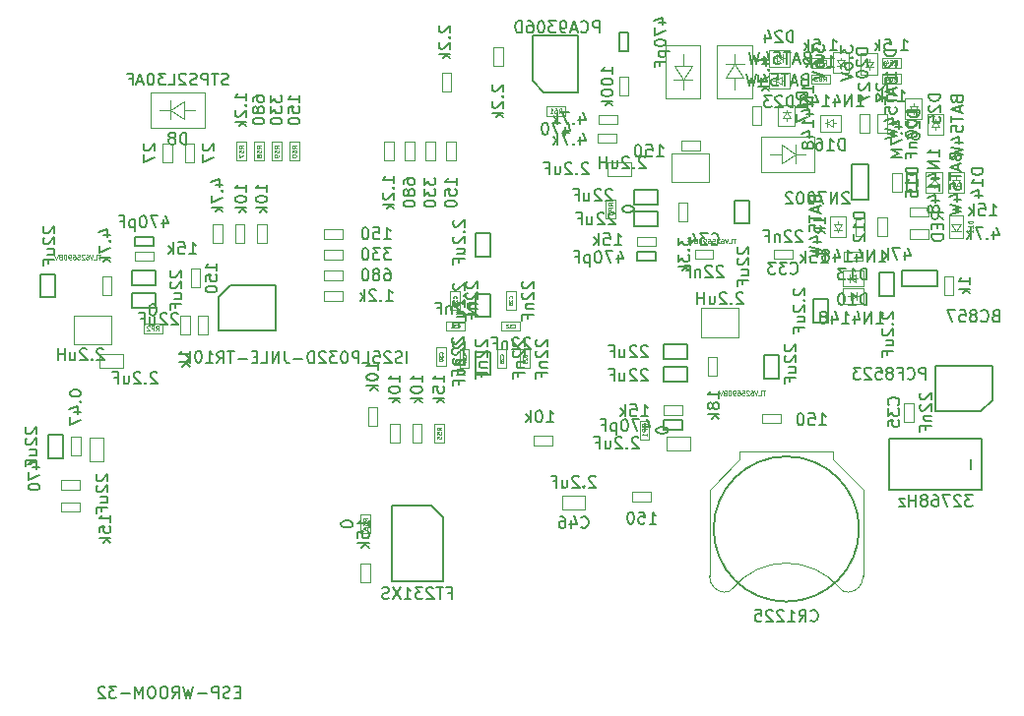
<source format=gbr>
G04 #@! TF.FileFunction,Other,Fab,Bot*
%FSLAX46Y46*%
G04 Gerber Fmt 4.6, Leading zero omitted, Abs format (unit mm)*
G04 Created by KiCad (PCBNEW 4.0.7+dfsg1-1) date Thu Feb 22 21:10:55 2018*
%MOMM*%
%LPD*%
G01*
G04 APERTURE LIST*
%ADD10C,0.100000*%
%ADD11C,0.150000*%
%ADD12C,0.075000*%
G04 APERTURE END LIST*
D10*
X103098000Y-99558000D02*
X103898000Y-99558000D01*
X103098000Y-97958000D02*
X103098000Y-99558000D01*
X103898000Y-97958000D02*
X103098000Y-97958000D01*
X103898000Y-99558000D02*
X103898000Y-97958000D01*
X154195000Y-64200000D02*
X154195000Y-68800000D01*
X154195000Y-68800000D02*
X157195000Y-68800000D01*
X157195000Y-64200000D02*
X154195000Y-64200000D01*
X157195000Y-64200000D02*
X157195000Y-68800000D01*
X155693980Y-67149440D02*
X155693980Y-68051140D01*
X155693980Y-65998820D02*
X155693980Y-65000600D01*
X156494080Y-67149440D02*
X154893880Y-67149440D01*
X154944680Y-65998820D02*
X156494080Y-65998820D01*
X155693980Y-67149440D02*
X154944680Y-65998820D01*
X155693980Y-67149440D02*
X156494080Y-65998820D01*
X157130000Y-73250000D02*
X157130000Y-72450000D01*
X155530000Y-73250000D02*
X157130000Y-73250000D01*
X155530000Y-72450000D02*
X155530000Y-73250000D01*
X157130000Y-72450000D02*
X155530000Y-72450000D01*
X160470000Y-89340000D02*
X160470000Y-86840000D01*
X157270000Y-89340000D02*
X160470000Y-89340000D01*
X157270000Y-86840000D02*
X157270000Y-89340000D01*
X160470000Y-86840000D02*
X157270000Y-86840000D01*
X103295000Y-87475000D02*
X103295000Y-89975000D01*
X106495000Y-87475000D02*
X103295000Y-87475000D01*
X106495000Y-89975000D02*
X106495000Y-87475000D01*
X103295000Y-89975000D02*
X106495000Y-89975000D01*
X157930000Y-76005000D02*
X157930000Y-73505000D01*
X154730000Y-76005000D02*
X157930000Y-76005000D01*
X154730000Y-73505000D02*
X154730000Y-76005000D01*
X157930000Y-73505000D02*
X154730000Y-73505000D01*
D11*
X101710000Y-83915000D02*
X100460000Y-83915000D01*
X101710000Y-85915000D02*
X101710000Y-83915000D01*
X100460000Y-85915000D02*
X101710000Y-85915000D01*
X100460000Y-83915000D02*
X100460000Y-85915000D01*
X154060000Y-90005000D02*
X154060000Y-91255000D01*
X156060000Y-90005000D02*
X154060000Y-90005000D01*
X156060000Y-91255000D02*
X156060000Y-90005000D01*
X154060000Y-91255000D02*
X156060000Y-91255000D01*
X154060000Y-91910000D02*
X154060000Y-93160000D01*
X156060000Y-91910000D02*
X154060000Y-91910000D01*
X156060000Y-93160000D02*
X156060000Y-91910000D01*
X154060000Y-93160000D02*
X156060000Y-93160000D01*
X162690000Y-92900000D02*
X163940000Y-92900000D01*
X162690000Y-90900000D02*
X162690000Y-92900000D01*
X163940000Y-90900000D02*
X162690000Y-90900000D01*
X163940000Y-92900000D02*
X163940000Y-90900000D01*
X151520000Y-78575000D02*
X151520000Y-79825000D01*
X153520000Y-78575000D02*
X151520000Y-78575000D01*
X153520000Y-79825000D02*
X153520000Y-78575000D01*
X151520000Y-79825000D02*
X153520000Y-79825000D01*
X151520000Y-76670000D02*
X151520000Y-77920000D01*
X153520000Y-76670000D02*
X151520000Y-76670000D01*
X153520000Y-77920000D02*
X153520000Y-76670000D01*
X151520000Y-77920000D02*
X153520000Y-77920000D01*
X160150000Y-79565000D02*
X161400000Y-79565000D01*
X160150000Y-77565000D02*
X160150000Y-79565000D01*
X161400000Y-77565000D02*
X160150000Y-77565000D01*
X161400000Y-79565000D02*
X161400000Y-77565000D01*
X110340000Y-84905000D02*
X110340000Y-83655000D01*
X108340000Y-84905000D02*
X110340000Y-84905000D01*
X108340000Y-83655000D02*
X108340000Y-84905000D01*
X110340000Y-83655000D02*
X108340000Y-83655000D01*
X110340000Y-86810000D02*
X110340000Y-85560000D01*
X108340000Y-86810000D02*
X110340000Y-86810000D01*
X108340000Y-85560000D02*
X108340000Y-86810000D01*
X110340000Y-85560000D02*
X108340000Y-85560000D01*
X172596000Y-85788000D02*
X173846000Y-85788000D01*
X172596000Y-83788000D02*
X172596000Y-85788000D01*
X173846000Y-83788000D02*
X172596000Y-83788000D01*
X173846000Y-85788000D02*
X173846000Y-83788000D01*
X177535000Y-83580000D02*
X174495000Y-83580000D01*
X174495000Y-84980000D02*
X174495000Y-83580000D01*
X177535000Y-84980000D02*
X177535000Y-83580000D01*
X177535000Y-84980000D02*
X174495000Y-84980000D01*
X170235000Y-74505000D02*
X170235000Y-77545000D01*
X171635000Y-77545000D02*
X170235000Y-77545000D01*
X171635000Y-74505000D02*
X170235000Y-74505000D01*
X171635000Y-74505000D02*
X171635000Y-77545000D01*
X154060000Y-96510000D02*
X154060000Y-97310000D01*
X155660000Y-96510000D02*
X154060000Y-96510000D01*
X155660000Y-97310000D02*
X155660000Y-96510000D01*
X154060000Y-97310000D02*
X155660000Y-97310000D01*
X151720000Y-81975000D02*
X151720000Y-82775000D01*
X153320000Y-81975000D02*
X151720000Y-81975000D01*
X153320000Y-82775000D02*
X153320000Y-81975000D01*
X151720000Y-82775000D02*
X153320000Y-82775000D01*
X110140000Y-81505000D02*
X110140000Y-80705000D01*
X108540000Y-81505000D02*
X110140000Y-81505000D01*
X108540000Y-80705000D02*
X108540000Y-81505000D01*
X110140000Y-80705000D02*
X108540000Y-80705000D01*
X175780000Y-75225000D02*
X174980000Y-75225000D01*
X175780000Y-76825000D02*
X175780000Y-75225000D01*
X174980000Y-76825000D02*
X175780000Y-76825000D01*
X174980000Y-75225000D02*
X174980000Y-76825000D01*
D10*
X169500000Y-81975000D02*
X169500000Y-82775000D01*
X171100000Y-81975000D02*
X169500000Y-81975000D01*
X171100000Y-82775000D02*
X171100000Y-81975000D01*
X169500000Y-82775000D02*
X171100000Y-82775000D01*
X172440000Y-80635000D02*
X173240000Y-80635000D01*
X172440000Y-79035000D02*
X172440000Y-80635000D01*
X173240000Y-79035000D02*
X172440000Y-79035000D01*
X173240000Y-80635000D02*
X173240000Y-79035000D01*
X176815000Y-80870000D02*
X176815000Y-80070000D01*
X175215000Y-80870000D02*
X176815000Y-80870000D01*
X175215000Y-80070000D02*
X175215000Y-80870000D01*
X176815000Y-80070000D02*
X175215000Y-80070000D01*
X174510000Y-75225000D02*
X173710000Y-75225000D01*
X174510000Y-76825000D02*
X174510000Y-75225000D01*
X173710000Y-76825000D02*
X174510000Y-76825000D01*
X173710000Y-75225000D02*
X173710000Y-76825000D01*
X178955000Y-84115000D02*
X178155000Y-84115000D01*
X178955000Y-85715000D02*
X178955000Y-84115000D01*
X178155000Y-85715000D02*
X178955000Y-85715000D01*
X178155000Y-84115000D02*
X178155000Y-85715000D01*
X114185000Y-83480000D02*
X113385000Y-83480000D01*
X114185000Y-85080000D02*
X114185000Y-83480000D01*
X113385000Y-85080000D02*
X114185000Y-85080000D01*
X113385000Y-83480000D02*
X113385000Y-85080000D01*
X170535000Y-80635000D02*
X171335000Y-80635000D01*
X170535000Y-79035000D02*
X170535000Y-80635000D01*
X171335000Y-79035000D02*
X170535000Y-79035000D01*
X171335000Y-80635000D02*
X171335000Y-79035000D01*
X128790000Y-108880000D02*
X127990000Y-108880000D01*
X128790000Y-110480000D02*
X128790000Y-108880000D01*
X127990000Y-110480000D02*
X128790000Y-110480000D01*
X127990000Y-108880000D02*
X127990000Y-110480000D01*
X152939000Y-103476000D02*
X152939000Y-102676000D01*
X151339000Y-103476000D02*
X152939000Y-103476000D01*
X151339000Y-102676000D02*
X151339000Y-103476000D01*
X152939000Y-102676000D02*
X151339000Y-102676000D01*
X176815000Y-78965000D02*
X176815000Y-78165000D01*
X175215000Y-78965000D02*
X176815000Y-78965000D01*
X175215000Y-78165000D02*
X175215000Y-78965000D01*
X176815000Y-78165000D02*
X175215000Y-78165000D01*
X154060000Y-95240000D02*
X154060000Y-96040000D01*
X155660000Y-95240000D02*
X154060000Y-95240000D01*
X155660000Y-96040000D02*
X155660000Y-95240000D01*
X154060000Y-96040000D02*
X155660000Y-96040000D01*
X110140000Y-82775000D02*
X110140000Y-81975000D01*
X108540000Y-82775000D02*
X110140000Y-82775000D01*
X108540000Y-81975000D02*
X108540000Y-82775000D01*
X110140000Y-81975000D02*
X108540000Y-81975000D01*
X151720000Y-80705000D02*
X151720000Y-81505000D01*
X153320000Y-80705000D02*
X151720000Y-80705000D01*
X153320000Y-81505000D02*
X153320000Y-80705000D01*
X151720000Y-81505000D02*
X153320000Y-81505000D01*
X158635000Y-91100000D02*
X157835000Y-91100000D01*
X158635000Y-92700000D02*
X158635000Y-91100000D01*
X157835000Y-92700000D02*
X158635000Y-92700000D01*
X157835000Y-91100000D02*
X157835000Y-92700000D01*
X105765000Y-85715000D02*
X106565000Y-85715000D01*
X105765000Y-84115000D02*
X105765000Y-85715000D01*
X106565000Y-84115000D02*
X105765000Y-84115000D01*
X106565000Y-85715000D02*
X106565000Y-84115000D01*
X156095000Y-77765000D02*
X155295000Y-77765000D01*
X156095000Y-79365000D02*
X156095000Y-77765000D01*
X155295000Y-79365000D02*
X156095000Y-79365000D01*
X155295000Y-77765000D02*
X155295000Y-79365000D01*
X126396000Y-86204000D02*
X126396000Y-85404000D01*
X124796000Y-86204000D02*
X126396000Y-86204000D01*
X124796000Y-85404000D02*
X124796000Y-86204000D01*
X126396000Y-85404000D02*
X124796000Y-85404000D01*
X126396000Y-84426000D02*
X126396000Y-83626000D01*
X124796000Y-84426000D02*
X126396000Y-84426000D01*
X124796000Y-83626000D02*
X124796000Y-84426000D01*
X126396000Y-83626000D02*
X124796000Y-83626000D01*
X126396000Y-82648000D02*
X126396000Y-81848000D01*
X124796000Y-82648000D02*
X126396000Y-82648000D01*
X124796000Y-81848000D02*
X124796000Y-82648000D01*
X126396000Y-81848000D02*
X124796000Y-81848000D01*
X126396000Y-80870000D02*
X126396000Y-80070000D01*
X124796000Y-80870000D02*
X126396000Y-80870000D01*
X124796000Y-80070000D02*
X124796000Y-80870000D01*
X126396000Y-80070000D02*
X124796000Y-80070000D01*
X130022000Y-74158000D02*
X130822000Y-74158000D01*
X130022000Y-72558000D02*
X130022000Y-74158000D01*
X130822000Y-72558000D02*
X130022000Y-72558000D01*
X130822000Y-74158000D02*
X130822000Y-72558000D01*
X131800000Y-74158000D02*
X132600000Y-74158000D01*
X131800000Y-72558000D02*
X131800000Y-74158000D01*
X132600000Y-72558000D02*
X131800000Y-72558000D01*
X132600000Y-74158000D02*
X132600000Y-72558000D01*
X133578000Y-74158000D02*
X134378000Y-74158000D01*
X133578000Y-72558000D02*
X133578000Y-74158000D01*
X134378000Y-72558000D02*
X133578000Y-72558000D01*
X134378000Y-74158000D02*
X134378000Y-72558000D01*
X135356000Y-74158000D02*
X136156000Y-74158000D01*
X135356000Y-72558000D02*
X135356000Y-74158000D01*
X136156000Y-72558000D02*
X135356000Y-72558000D01*
X136156000Y-74158000D02*
X136156000Y-72558000D01*
D11*
X150189600Y-64760000D02*
X150989600Y-64760000D01*
X150189600Y-63160000D02*
X150189600Y-64760000D01*
X150989600Y-63160000D02*
X150189600Y-63160000D01*
X150989600Y-64760000D02*
X150989600Y-63160000D01*
D10*
X161645000Y-71110000D02*
X162445000Y-71110000D01*
X161645000Y-69510000D02*
X161645000Y-71110000D01*
X162445000Y-69510000D02*
X161645000Y-69510000D01*
X162445000Y-71110000D02*
X162445000Y-69510000D01*
X139420000Y-66030000D02*
X140220000Y-66030000D01*
X139420000Y-64430000D02*
X139420000Y-66030000D01*
X140220000Y-64430000D02*
X139420000Y-64430000D01*
X140220000Y-66030000D02*
X140220000Y-64430000D01*
X134975000Y-68232000D02*
X135775000Y-68232000D01*
X134975000Y-66632000D02*
X134975000Y-68232000D01*
X135775000Y-66632000D02*
X134975000Y-66632000D01*
X135775000Y-68232000D02*
X135775000Y-66632000D01*
X150215000Y-68570000D02*
X151015000Y-68570000D01*
X150215000Y-66970000D02*
X150215000Y-68570000D01*
X151015000Y-66970000D02*
X150215000Y-66970000D01*
X151015000Y-68570000D02*
X151015000Y-66970000D01*
X149975000Y-72615000D02*
X149975000Y-71815000D01*
X148375000Y-72615000D02*
X149975000Y-72615000D01*
X148375000Y-71815000D02*
X148375000Y-72615000D01*
X149975000Y-71815000D02*
X148375000Y-71815000D01*
X150080000Y-71000000D02*
X150080000Y-70200000D01*
X148480000Y-71000000D02*
X150080000Y-71000000D01*
X148480000Y-70200000D02*
X148480000Y-71000000D01*
X150080000Y-70200000D02*
X148480000Y-70200000D01*
D11*
X134035000Y-103890000D02*
X130635000Y-103890000D01*
X130635000Y-103890000D02*
X130635000Y-110390000D01*
X130635000Y-110390000D02*
X135035000Y-110390000D01*
X135035000Y-110390000D02*
X135035000Y-104890000D01*
X135035000Y-104890000D02*
X134035000Y-103890000D01*
D10*
X119900000Y-79670000D02*
X119100000Y-79670000D01*
X119900000Y-81270000D02*
X119900000Y-79670000D01*
X119100000Y-81270000D02*
X119900000Y-81270000D01*
X119100000Y-79670000D02*
X119100000Y-81270000D01*
X114020000Y-89144000D02*
X114820000Y-89144000D01*
X114020000Y-87544000D02*
X114020000Y-89144000D01*
X114820000Y-87544000D02*
X114020000Y-87544000D01*
X114820000Y-89144000D02*
X114820000Y-87544000D01*
X128625000Y-96975000D02*
X129425000Y-96975000D01*
X128625000Y-95375000D02*
X128625000Y-96975000D01*
X129425000Y-95375000D02*
X128625000Y-95375000D01*
X129425000Y-96975000D02*
X129425000Y-95375000D01*
X117995000Y-79670000D02*
X117195000Y-79670000D01*
X117995000Y-81270000D02*
X117995000Y-79670000D01*
X117195000Y-81270000D02*
X117995000Y-81270000D01*
X117195000Y-79670000D02*
X117195000Y-81270000D01*
X112496000Y-89144000D02*
X113296000Y-89144000D01*
X112496000Y-87544000D02*
X112496000Y-89144000D01*
X113296000Y-87544000D02*
X112496000Y-87544000D01*
X113296000Y-89144000D02*
X113296000Y-87544000D01*
X116090000Y-79670000D02*
X115290000Y-79670000D01*
X116090000Y-81270000D02*
X116090000Y-79670000D01*
X115290000Y-81270000D02*
X116090000Y-81270000D01*
X115290000Y-79670000D02*
X115290000Y-81270000D01*
X144430000Y-98650000D02*
X144430000Y-97850000D01*
X142830000Y-98650000D02*
X144430000Y-98650000D01*
X142830000Y-97850000D02*
X142830000Y-98650000D01*
X144430000Y-97850000D02*
X142830000Y-97850000D01*
X132435000Y-98415000D02*
X133235000Y-98415000D01*
X132435000Y-96815000D02*
X132435000Y-98415000D01*
X133235000Y-96815000D02*
X132435000Y-96815000D01*
X133235000Y-98415000D02*
X133235000Y-96815000D01*
X130530000Y-98415000D02*
X131330000Y-98415000D01*
X130530000Y-96815000D02*
X130530000Y-98415000D01*
X131330000Y-96815000D02*
X130530000Y-96815000D01*
X131330000Y-98415000D02*
X131330000Y-96815000D01*
X102190000Y-103565000D02*
X102190000Y-104365000D01*
X103790000Y-103565000D02*
X102190000Y-103565000D01*
X103790000Y-104365000D02*
X103790000Y-103565000D01*
X102190000Y-104365000D02*
X103790000Y-104365000D01*
X103790000Y-102460000D02*
X103790000Y-101660000D01*
X102190000Y-102460000D02*
X103790000Y-102460000D01*
X102190000Y-101660000D02*
X102190000Y-102460000D01*
X103790000Y-101660000D02*
X102190000Y-101660000D01*
D11*
X166881000Y-88074000D02*
X168131000Y-88074000D01*
X166881000Y-86074000D02*
X166881000Y-88074000D01*
X168131000Y-86074000D02*
X166881000Y-86074000D01*
X168131000Y-88074000D02*
X168131000Y-86074000D01*
D10*
X164115000Y-96745000D02*
X164115000Y-95945000D01*
X162515000Y-96745000D02*
X164115000Y-96745000D01*
X162515000Y-95945000D02*
X162515000Y-96745000D01*
X164115000Y-95945000D02*
X162515000Y-95945000D01*
D11*
X139125000Y-90620000D02*
X137875000Y-90620000D01*
X139125000Y-92620000D02*
X139125000Y-90620000D01*
X137875000Y-92620000D02*
X139125000Y-92620000D01*
X137875000Y-90620000D02*
X137875000Y-92620000D01*
X137875000Y-82420000D02*
X139125000Y-82420000D01*
X137875000Y-80420000D02*
X137875000Y-82420000D01*
X139125000Y-80420000D02*
X137875000Y-80420000D01*
X139125000Y-82420000D02*
X139125000Y-80420000D01*
X139125000Y-85620000D02*
X137875000Y-85620000D01*
X139125000Y-87620000D02*
X139125000Y-85620000D01*
X137875000Y-87620000D02*
X139125000Y-87620000D01*
X137875000Y-85620000D02*
X137875000Y-87620000D01*
X102345000Y-97758000D02*
X101095000Y-97758000D01*
X102345000Y-99758000D02*
X102345000Y-97758000D01*
X101095000Y-99758000D02*
X102345000Y-99758000D01*
X101095000Y-97758000D02*
X101095000Y-99758000D01*
D10*
X112877000Y-74285000D02*
X113677000Y-74285000D01*
X112877000Y-72685000D02*
X112877000Y-74285000D01*
X113677000Y-72685000D02*
X112877000Y-72685000D01*
X113677000Y-74285000D02*
X113677000Y-72685000D01*
X110972000Y-74285000D02*
X111772000Y-74285000D01*
X110972000Y-72685000D02*
X110972000Y-74285000D01*
X111772000Y-72685000D02*
X110972000Y-72685000D01*
X111772000Y-74285000D02*
X111772000Y-72685000D01*
X172440000Y-71745000D02*
X173240000Y-71745000D01*
X172440000Y-70145000D02*
X172440000Y-71745000D01*
X173240000Y-70145000D02*
X172440000Y-70145000D01*
X173240000Y-71745000D02*
X173240000Y-70145000D01*
X170916000Y-71745000D02*
X171716000Y-71745000D01*
X170916000Y-70145000D02*
X170916000Y-71745000D01*
X171716000Y-70145000D02*
X170916000Y-70145000D01*
X171716000Y-71745000D02*
X171716000Y-70145000D01*
X104656000Y-100012000D02*
X105896000Y-100012000D01*
X104656000Y-98012000D02*
X104656000Y-100012000D01*
X105896000Y-98012000D02*
X104656000Y-98012000D01*
X105896000Y-100012000D02*
X105896000Y-98012000D01*
X114561000Y-68302000D02*
X109961000Y-68302000D01*
X109961000Y-68302000D02*
X109961000Y-71302000D01*
X114561000Y-71302000D02*
X114561000Y-68302000D01*
X114561000Y-71302000D02*
X109961000Y-71302000D01*
X111611560Y-69800980D02*
X110709860Y-69800980D01*
X112762180Y-69800980D02*
X113760400Y-69800980D01*
X111611560Y-70601080D02*
X111611560Y-69000880D01*
X112762180Y-69051680D02*
X112762180Y-70601080D01*
X111611560Y-69800980D02*
X112762180Y-69051680D01*
X111611560Y-69800980D02*
X112762180Y-70601080D01*
X162412000Y-75112000D02*
X167012000Y-75112000D01*
X167012000Y-75112000D02*
X167012000Y-72112000D01*
X162412000Y-72112000D02*
X162412000Y-75112000D01*
X162412000Y-72112000D02*
X167012000Y-72112000D01*
X165361440Y-73613020D02*
X166263140Y-73613020D01*
X164210820Y-73613020D02*
X163212600Y-73613020D01*
X165361440Y-72812920D02*
X165361440Y-74413120D01*
X164210820Y-74362320D02*
X164210820Y-72812920D01*
X165361440Y-73613020D02*
X164210820Y-74362320D01*
X165361440Y-73613020D02*
X164210820Y-72812920D01*
X161640000Y-68800000D02*
X161640000Y-64200000D01*
X161640000Y-64200000D02*
X158640000Y-64200000D01*
X158640000Y-68800000D02*
X161640000Y-68800000D01*
X158640000Y-68800000D02*
X158640000Y-64200000D01*
X160141020Y-65850560D02*
X160141020Y-64948860D01*
X160141020Y-67001180D02*
X160141020Y-67999400D01*
X159340920Y-65850560D02*
X160941120Y-65850560D01*
X160890320Y-67001180D02*
X159340920Y-67001180D01*
X160141020Y-65850560D02*
X160890320Y-67001180D01*
X160141020Y-65850560D02*
X159340920Y-67001180D01*
X154314000Y-97884000D02*
X154314000Y-99124000D01*
X156314000Y-97884000D02*
X154314000Y-97884000D01*
X156314000Y-99124000D02*
X156314000Y-97884000D01*
X154314000Y-99124000D02*
X156314000Y-99124000D01*
X107546000Y-92012000D02*
X107546000Y-90772000D01*
X105546000Y-92012000D02*
X107546000Y-92012000D01*
X105546000Y-90772000D02*
X105546000Y-92012000D01*
X107546000Y-90772000D02*
X105546000Y-90772000D01*
X151234000Y-75502000D02*
X151234000Y-74262000D01*
X149234000Y-75502000D02*
X151234000Y-75502000D01*
X149234000Y-74262000D02*
X149234000Y-75502000D01*
X151234000Y-74262000D02*
X149234000Y-74262000D01*
X135140000Y-96815000D02*
X134340000Y-96815000D01*
X135140000Y-98415000D02*
X135140000Y-96815000D01*
X134340000Y-98415000D02*
X135140000Y-98415000D01*
X134340000Y-96815000D02*
X134340000Y-98415000D01*
D11*
X170835000Y-105870000D02*
G75*
G03X170835000Y-105870000I-6250000J0D01*
G01*
D10*
X159206987Y-111317558D02*
G75*
G03X159985000Y-110970000I88013J847558D01*
G01*
X169963013Y-111317558D02*
G75*
G02X169185000Y-110970000I-88013J847558D01*
G01*
X159977095Y-110979589D02*
G75*
G02X169185000Y-110970000I4607905J-3790411D01*
G01*
X157985000Y-109920000D02*
G75*
G03X159285000Y-111320000I1350000J-50000D01*
G01*
X171185000Y-109920000D02*
G75*
G02X169885000Y-111320000I-1350000J-50000D01*
G01*
X157985000Y-102470000D02*
X157985000Y-109970000D01*
X171185000Y-102470000D02*
X171185000Y-109970000D01*
X160585000Y-99870000D02*
X157985000Y-102470000D01*
X168585000Y-99870000D02*
X171185000Y-102470000D01*
X160585000Y-99170000D02*
X160585000Y-99870000D01*
X168585000Y-99170000D02*
X168585000Y-99870000D01*
X168585000Y-99170000D02*
X160585000Y-99170000D01*
X169284000Y-65538000D02*
X169284000Y-65288000D01*
X168934000Y-65538000D02*
X169284000Y-66038000D01*
X169634000Y-65538000D02*
X168934000Y-65538000D01*
X169284000Y-66038000D02*
X169634000Y-65538000D01*
X169284000Y-66038000D02*
X169284000Y-66238000D01*
X169634000Y-66038000D02*
X168934000Y-66038000D01*
X168584000Y-66638000D02*
X169984000Y-66638000D01*
X168584000Y-64838000D02*
X168584000Y-66638000D01*
X169984000Y-64838000D02*
X168584000Y-64838000D01*
X169984000Y-66638000D02*
X169984000Y-64838000D01*
X171697000Y-65631000D02*
X171697000Y-65381000D01*
X171347000Y-65631000D02*
X171697000Y-66131000D01*
X172047000Y-65631000D02*
X171347000Y-65631000D01*
X171697000Y-66131000D02*
X172047000Y-65631000D01*
X171697000Y-66131000D02*
X171697000Y-66331000D01*
X172047000Y-66131000D02*
X171347000Y-66131000D01*
X170997000Y-66731000D02*
X172397000Y-66731000D01*
X170997000Y-64931000D02*
X170997000Y-66731000D01*
X172397000Y-64931000D02*
X170997000Y-64931000D01*
X172397000Y-66731000D02*
X172397000Y-64931000D01*
X170500000Y-84280000D02*
X170750000Y-84280000D01*
X170500000Y-83930000D02*
X170000000Y-84280000D01*
X170500000Y-84630000D02*
X170500000Y-83930000D01*
X170000000Y-84280000D02*
X170500000Y-84630000D01*
X170000000Y-84280000D02*
X169800000Y-84280000D01*
X170000000Y-84630000D02*
X170000000Y-83930000D01*
X169400000Y-83580000D02*
X169400000Y-84980000D01*
X171200000Y-83580000D02*
X169400000Y-83580000D01*
X171200000Y-84980000D02*
X171200000Y-83580000D01*
X169400000Y-84980000D02*
X171200000Y-84980000D01*
X169030000Y-79635000D02*
X169030000Y-79385000D01*
X168680000Y-79635000D02*
X169030000Y-80135000D01*
X169380000Y-79635000D02*
X168680000Y-79635000D01*
X169030000Y-80135000D02*
X169380000Y-79635000D01*
X169030000Y-80135000D02*
X169030000Y-80335000D01*
X169380000Y-80135000D02*
X168680000Y-80135000D01*
X168330000Y-80735000D02*
X169730000Y-80735000D01*
X168330000Y-78935000D02*
X168330000Y-80735000D01*
X169730000Y-78935000D02*
X168330000Y-78935000D01*
X169730000Y-80735000D02*
X169730000Y-78935000D01*
X170100000Y-85804000D02*
X169850000Y-85804000D01*
X170100000Y-86154000D02*
X170600000Y-85804000D01*
X170100000Y-85454000D02*
X170100000Y-86154000D01*
X170600000Y-85804000D02*
X170100000Y-85454000D01*
X170600000Y-85804000D02*
X170800000Y-85804000D01*
X170600000Y-85454000D02*
X170600000Y-86154000D01*
X171200000Y-86504000D02*
X171200000Y-85104000D01*
X169400000Y-86504000D02*
X171200000Y-86504000D01*
X169400000Y-85104000D02*
X169400000Y-86504000D01*
X171200000Y-85104000D02*
X169400000Y-85104000D01*
X179190000Y-75825000D02*
X179190000Y-75575000D01*
X178840000Y-75825000D02*
X179190000Y-76325000D01*
X179540000Y-75825000D02*
X178840000Y-75825000D01*
X179190000Y-76325000D02*
X179540000Y-75825000D01*
X179190000Y-76325000D02*
X179190000Y-76525000D01*
X179540000Y-76325000D02*
X178840000Y-76325000D01*
X178490000Y-76925000D02*
X179890000Y-76925000D01*
X178490000Y-75125000D02*
X178490000Y-76925000D01*
X179890000Y-75125000D02*
X178490000Y-75125000D01*
X179890000Y-76925000D02*
X179890000Y-75125000D01*
X177285000Y-76225000D02*
X177285000Y-76475000D01*
X177635000Y-76225000D02*
X177285000Y-75725000D01*
X176935000Y-76225000D02*
X177635000Y-76225000D01*
X177285000Y-75725000D02*
X176935000Y-76225000D01*
X177285000Y-75725000D02*
X177285000Y-75525000D01*
X176935000Y-75725000D02*
X177635000Y-75725000D01*
X177985000Y-75125000D02*
X176585000Y-75125000D01*
X177985000Y-76925000D02*
X177985000Y-75125000D01*
X176585000Y-76925000D02*
X177985000Y-76925000D01*
X176585000Y-75125000D02*
X176585000Y-76925000D01*
X168595000Y-70945000D02*
X168845000Y-70945000D01*
X168595000Y-70595000D02*
X168095000Y-70945000D01*
X168595000Y-71295000D02*
X168595000Y-70595000D01*
X168095000Y-70945000D02*
X168595000Y-71295000D01*
X168095000Y-70945000D02*
X167895000Y-70945000D01*
X168095000Y-71295000D02*
X168095000Y-70595000D01*
X167495000Y-70245000D02*
X167495000Y-71645000D01*
X169295000Y-70245000D02*
X167495000Y-70245000D01*
X169295000Y-71645000D02*
X169295000Y-70245000D01*
X167495000Y-71645000D02*
X169295000Y-71645000D01*
X164585000Y-70510000D02*
X164585000Y-70760000D01*
X164935000Y-70510000D02*
X164585000Y-70010000D01*
X164235000Y-70510000D02*
X164935000Y-70510000D01*
X164585000Y-70010000D02*
X164235000Y-70510000D01*
X164585000Y-70010000D02*
X164585000Y-69810000D01*
X164235000Y-70010000D02*
X164935000Y-70010000D01*
X165285000Y-69410000D02*
X163885000Y-69410000D01*
X165285000Y-71210000D02*
X165285000Y-69410000D01*
X163885000Y-71210000D02*
X165285000Y-71210000D01*
X163885000Y-69410000D02*
X163885000Y-71210000D01*
X127990000Y-106246000D02*
X128790000Y-106246000D01*
X127990000Y-104646000D02*
X127990000Y-106246000D01*
X128790000Y-104646000D02*
X127990000Y-104646000D01*
X128790000Y-106246000D02*
X128790000Y-104646000D01*
X117322000Y-74158000D02*
X118122000Y-74158000D01*
X117322000Y-72558000D02*
X117322000Y-74158000D01*
X118122000Y-72558000D02*
X117322000Y-72558000D01*
X118122000Y-74158000D02*
X118122000Y-72558000D01*
X118846000Y-74158000D02*
X119646000Y-74158000D01*
X118846000Y-72558000D02*
X118846000Y-74158000D01*
X119646000Y-72558000D02*
X118846000Y-72558000D01*
X119646000Y-74158000D02*
X119646000Y-72558000D01*
X120370000Y-74158000D02*
X121170000Y-74158000D01*
X120370000Y-72558000D02*
X120370000Y-74158000D01*
X121170000Y-72558000D02*
X120370000Y-72558000D01*
X121170000Y-74158000D02*
X121170000Y-72558000D01*
X121894000Y-74158000D02*
X122694000Y-74158000D01*
X121894000Y-72558000D02*
X121894000Y-74158000D01*
X122694000Y-72558000D02*
X121894000Y-72558000D01*
X122694000Y-74158000D02*
X122694000Y-72558000D01*
X145580000Y-70300000D02*
X145580000Y-69500000D01*
X143980000Y-70300000D02*
X145580000Y-70300000D01*
X143980000Y-69500000D02*
X143980000Y-70300000D01*
X145580000Y-69500000D02*
X143980000Y-69500000D01*
D11*
X182275000Y-94755000D02*
X182275000Y-91855000D01*
X182275000Y-91855000D02*
X177375000Y-91855000D01*
X177375000Y-91855000D02*
X177375000Y-95755000D01*
X177375000Y-95755000D02*
X181275000Y-95755000D01*
X181275000Y-95755000D02*
X182275000Y-94755000D01*
X143730000Y-68251500D02*
X146630000Y-68251500D01*
X146630000Y-68251500D02*
X146630000Y-63351500D01*
X146630000Y-63351500D02*
X142730000Y-63351500D01*
X142730000Y-63351500D02*
X142730000Y-67251500D01*
X142730000Y-67251500D02*
X143730000Y-68251500D01*
X115780000Y-85870000D02*
X115780000Y-88770000D01*
X115780000Y-88770000D02*
X120680000Y-88770000D01*
X120680000Y-88770000D02*
X120680000Y-84870000D01*
X120680000Y-84870000D02*
X116780000Y-84870000D01*
X116780000Y-84870000D02*
X115780000Y-85870000D01*
X181412000Y-98082000D02*
X181412000Y-102482000D01*
X173412000Y-98082000D02*
X181412000Y-98082000D01*
X173412000Y-102482000D02*
X173412000Y-98082000D01*
X181412000Y-102482000D02*
X173412000Y-102482000D01*
X180412000Y-99882000D02*
X180412000Y-100682000D01*
D10*
X179590000Y-80235000D02*
X178790000Y-80235000D01*
X179190000Y-80235000D02*
X179590000Y-79635000D01*
X178790000Y-79635000D02*
X179190000Y-80235000D01*
X179590000Y-79635000D02*
X178790000Y-79635000D01*
X178590000Y-78835000D02*
X178590000Y-80835000D01*
X179790000Y-78835000D02*
X178590000Y-78835000D01*
X179790000Y-80835000D02*
X179790000Y-78835000D01*
X178590000Y-80835000D02*
X179790000Y-80835000D01*
X140500000Y-85420000D02*
X140500000Y-87020000D01*
X140500000Y-87020000D02*
X141300000Y-87020000D01*
X141300000Y-87020000D02*
X141300000Y-85420000D01*
X141300000Y-85420000D02*
X140500000Y-85420000D01*
X135700000Y-85420000D02*
X135700000Y-87020000D01*
X135700000Y-87020000D02*
X136500000Y-87020000D01*
X136500000Y-87020000D02*
X136500000Y-85420000D01*
X136500000Y-85420000D02*
X135700000Y-85420000D01*
X136500000Y-90420000D02*
X136500000Y-92020000D01*
X136500000Y-92020000D02*
X137300000Y-92020000D01*
X137300000Y-92020000D02*
X137300000Y-90420000D01*
X137300000Y-90420000D02*
X136500000Y-90420000D01*
X139700000Y-90420000D02*
X139700000Y-92020000D01*
X139700000Y-92020000D02*
X140500000Y-92020000D01*
X140500000Y-92020000D02*
X140500000Y-90420000D01*
X140500000Y-90420000D02*
X139700000Y-90420000D01*
X141700000Y-90420000D02*
X141700000Y-92020000D01*
X141700000Y-92020000D02*
X142500000Y-92020000D01*
X142500000Y-92020000D02*
X142500000Y-90420000D01*
X142500000Y-90420000D02*
X141700000Y-90420000D01*
X134500000Y-90220000D02*
X134500000Y-91820000D01*
X134500000Y-91820000D02*
X135300000Y-91820000D01*
X135300000Y-91820000D02*
X135300000Y-90220000D01*
X135300000Y-90220000D02*
X134500000Y-90220000D01*
X135300000Y-88820000D02*
X136900000Y-88820000D01*
X136900000Y-88820000D02*
X136900000Y-88020000D01*
X136900000Y-88020000D02*
X135300000Y-88020000D01*
X135300000Y-88020000D02*
X135300000Y-88820000D01*
X141700000Y-88020000D02*
X140100000Y-88020000D01*
X140100000Y-88020000D02*
X140100000Y-88820000D01*
X140100000Y-88820000D02*
X141700000Y-88820000D01*
X141700000Y-88820000D02*
X141700000Y-88020000D01*
X163500000Y-81820000D02*
X163500000Y-82620000D01*
X165100000Y-81820000D02*
X163500000Y-81820000D01*
X165100000Y-82620000D02*
X165100000Y-81820000D01*
X163500000Y-82620000D02*
X165100000Y-82620000D01*
X158300000Y-82620000D02*
X158300000Y-81820000D01*
X156700000Y-82620000D02*
X158300000Y-82620000D01*
X156700000Y-81820000D02*
X156700000Y-82620000D01*
X158300000Y-81820000D02*
X156700000Y-81820000D01*
X175500000Y-95020000D02*
X174700000Y-95020000D01*
X175500000Y-96620000D02*
X175500000Y-95020000D01*
X174700000Y-96620000D02*
X175500000Y-96620000D01*
X174700000Y-95020000D02*
X174700000Y-96620000D01*
X166706000Y-66735000D02*
X166706000Y-67535000D01*
X168306000Y-66735000D02*
X166706000Y-66735000D01*
X168306000Y-67535000D02*
X168306000Y-66735000D01*
X166706000Y-67535000D02*
X168306000Y-67535000D01*
X174400000Y-67520000D02*
X174400000Y-66720000D01*
X172800000Y-67520000D02*
X174400000Y-67520000D01*
X172800000Y-66720000D02*
X172800000Y-67520000D01*
X174400000Y-66720000D02*
X172800000Y-66720000D01*
X164150000Y-67262000D02*
X164400000Y-67262000D01*
X164150000Y-66912000D02*
X163650000Y-67262000D01*
X164150000Y-67612000D02*
X164150000Y-66912000D01*
X163650000Y-67262000D02*
X164150000Y-67612000D01*
X163650000Y-67262000D02*
X163450000Y-67262000D01*
X163650000Y-67612000D02*
X163650000Y-66912000D01*
X163050000Y-66562000D02*
X163050000Y-67962000D01*
X164850000Y-66562000D02*
X163050000Y-66562000D01*
X164850000Y-67962000D02*
X164850000Y-66562000D01*
X163050000Y-67962000D02*
X164850000Y-67962000D01*
X163750000Y-65357000D02*
X163500000Y-65357000D01*
X163750000Y-65707000D02*
X164250000Y-65357000D01*
X163750000Y-65007000D02*
X163750000Y-65707000D01*
X164250000Y-65357000D02*
X163750000Y-65007000D01*
X164250000Y-65357000D02*
X164450000Y-65357000D01*
X164250000Y-65007000D02*
X164250000Y-65707000D01*
X164850000Y-66057000D02*
X164850000Y-64657000D01*
X163050000Y-66057000D02*
X164850000Y-66057000D01*
X163050000Y-64657000D02*
X163050000Y-66057000D01*
X164850000Y-64657000D02*
X163050000Y-64657000D01*
X175507000Y-69475000D02*
X175507000Y-69225000D01*
X175157000Y-69475000D02*
X175507000Y-69975000D01*
X175857000Y-69475000D02*
X175157000Y-69475000D01*
X175507000Y-69975000D02*
X175857000Y-69475000D01*
X175507000Y-69975000D02*
X175507000Y-70175000D01*
X175857000Y-69975000D02*
X175157000Y-69975000D01*
X174807000Y-70575000D02*
X176207000Y-70575000D01*
X174807000Y-68775000D02*
X174807000Y-70575000D01*
X176207000Y-68775000D02*
X174807000Y-68775000D01*
X176207000Y-70575000D02*
X176207000Y-68775000D01*
X177412000Y-71272000D02*
X177412000Y-71522000D01*
X177762000Y-71272000D02*
X177412000Y-70772000D01*
X177062000Y-71272000D02*
X177762000Y-71272000D01*
X177412000Y-70772000D02*
X177062000Y-71272000D01*
X177412000Y-70772000D02*
X177412000Y-70572000D01*
X177062000Y-70772000D02*
X177762000Y-70772000D01*
X178112000Y-70172000D02*
X176712000Y-70172000D01*
X178112000Y-71972000D02*
X178112000Y-70172000D01*
X176712000Y-71972000D02*
X178112000Y-71972000D01*
X176712000Y-70172000D02*
X176712000Y-71972000D01*
X166706000Y-65338000D02*
X166706000Y-66138000D01*
X168306000Y-65338000D02*
X166706000Y-65338000D01*
X168306000Y-66138000D02*
X168306000Y-65338000D01*
X166706000Y-66138000D02*
X168306000Y-66138000D01*
X172802000Y-65338000D02*
X172802000Y-66138000D01*
X174402000Y-65338000D02*
X172802000Y-65338000D01*
X174402000Y-66138000D02*
X174402000Y-65338000D01*
X172802000Y-66138000D02*
X174402000Y-66138000D01*
X152793000Y-96561000D02*
X151993000Y-96561000D01*
X152793000Y-98161000D02*
X152793000Y-96561000D01*
X151993000Y-98161000D02*
X152793000Y-98161000D01*
X151993000Y-96561000D02*
X151993000Y-98161000D01*
X109302000Y-88198000D02*
X109302000Y-88998000D01*
X110902000Y-88198000D02*
X109302000Y-88198000D01*
X110902000Y-88998000D02*
X110902000Y-88198000D01*
X109302000Y-88998000D02*
X110902000Y-88998000D01*
X149872000Y-77511000D02*
X149072000Y-77511000D01*
X149872000Y-79111000D02*
X149872000Y-77511000D01*
X149072000Y-79111000D02*
X149872000Y-79111000D01*
X149072000Y-77511000D02*
X149072000Y-79111000D01*
X145297000Y-102964000D02*
X145297000Y-104204000D01*
X147297000Y-102964000D02*
X145297000Y-102964000D01*
X147297000Y-104204000D02*
X147297000Y-102964000D01*
X145297000Y-104204000D02*
X147297000Y-104204000D01*
D11*
X102950381Y-94133905D02*
X102950381Y-94229144D01*
X102998000Y-94324382D01*
X103045619Y-94372001D01*
X103140857Y-94419620D01*
X103331333Y-94467239D01*
X103569429Y-94467239D01*
X103759905Y-94419620D01*
X103855143Y-94372001D01*
X103902762Y-94324382D01*
X103950381Y-94229144D01*
X103950381Y-94133905D01*
X103902762Y-94038667D01*
X103855143Y-93991048D01*
X103759905Y-93943429D01*
X103569429Y-93895810D01*
X103331333Y-93895810D01*
X103140857Y-93943429D01*
X103045619Y-93991048D01*
X102998000Y-94038667D01*
X102950381Y-94133905D01*
X103855143Y-94895810D02*
X103902762Y-94943429D01*
X103950381Y-94895810D01*
X103902762Y-94848191D01*
X103855143Y-94895810D01*
X103950381Y-94895810D01*
X103283714Y-95800572D02*
X103950381Y-95800572D01*
X102902762Y-95562476D02*
X103617048Y-95324381D01*
X103617048Y-95943429D01*
X102950381Y-96229143D02*
X102950381Y-96895810D01*
X103950381Y-96467238D01*
X153440666Y-73810381D02*
X154012095Y-73810381D01*
X153726381Y-73810381D02*
X153726381Y-72810381D01*
X153821619Y-72953238D01*
X153916857Y-73048476D01*
X154012095Y-73096095D01*
X152535904Y-72810381D02*
X153012095Y-72810381D01*
X153059714Y-73286571D01*
X153012095Y-73238952D01*
X152916857Y-73191333D01*
X152678761Y-73191333D01*
X152583523Y-73238952D01*
X152535904Y-73286571D01*
X152488285Y-73381810D01*
X152488285Y-73619905D01*
X152535904Y-73715143D01*
X152583523Y-73762762D01*
X152678761Y-73810381D01*
X152916857Y-73810381D01*
X153012095Y-73762762D01*
X153059714Y-73715143D01*
X151869238Y-72810381D02*
X151773999Y-72810381D01*
X151678761Y-72858000D01*
X151631142Y-72905619D01*
X151583523Y-73000857D01*
X151535904Y-73191333D01*
X151535904Y-73429429D01*
X151583523Y-73619905D01*
X151631142Y-73715143D01*
X151678761Y-73762762D01*
X151773999Y-73810381D01*
X151869238Y-73810381D01*
X151964476Y-73762762D01*
X152012095Y-73715143D01*
X152059714Y-73619905D01*
X152107333Y-73429429D01*
X152107333Y-73191333D01*
X152059714Y-73000857D01*
X152012095Y-72905619D01*
X151964476Y-72858000D01*
X151869238Y-72810381D01*
X160846190Y-85605619D02*
X160798571Y-85558000D01*
X160703333Y-85510381D01*
X160465237Y-85510381D01*
X160369999Y-85558000D01*
X160322380Y-85605619D01*
X160274761Y-85700857D01*
X160274761Y-85796095D01*
X160322380Y-85938952D01*
X160893809Y-86510381D01*
X160274761Y-86510381D01*
X159846190Y-86415143D02*
X159798571Y-86462762D01*
X159846190Y-86510381D01*
X159893809Y-86462762D01*
X159846190Y-86415143D01*
X159846190Y-86510381D01*
X159417619Y-85605619D02*
X159370000Y-85558000D01*
X159274762Y-85510381D01*
X159036666Y-85510381D01*
X158941428Y-85558000D01*
X158893809Y-85605619D01*
X158846190Y-85700857D01*
X158846190Y-85796095D01*
X158893809Y-85938952D01*
X159465238Y-86510381D01*
X158846190Y-86510381D01*
X157989047Y-85843714D02*
X157989047Y-86510381D01*
X158417619Y-85843714D02*
X158417619Y-86367524D01*
X158370000Y-86462762D01*
X158274762Y-86510381D01*
X158131904Y-86510381D01*
X158036666Y-86462762D01*
X157989047Y-86415143D01*
X157512857Y-86510381D02*
X157512857Y-85510381D01*
X157512857Y-85986571D02*
X156941428Y-85986571D01*
X156941428Y-86510381D02*
X156941428Y-85510381D01*
D10*
X162746428Y-93966952D02*
X162517856Y-93966952D01*
X162632142Y-94366952D02*
X162632142Y-93966952D01*
X162194047Y-94366952D02*
X162384523Y-94366952D01*
X162384523Y-93966952D01*
X162117856Y-93966952D02*
X161984522Y-94366952D01*
X161851189Y-93966952D01*
X161546427Y-93966952D02*
X161622618Y-93966952D01*
X161660713Y-93986000D01*
X161679761Y-94005048D01*
X161717856Y-94062190D01*
X161736904Y-94138381D01*
X161736904Y-94290762D01*
X161717856Y-94328857D01*
X161698808Y-94347905D01*
X161660713Y-94366952D01*
X161584523Y-94366952D01*
X161546427Y-94347905D01*
X161527380Y-94328857D01*
X161508332Y-94290762D01*
X161508332Y-94195524D01*
X161527380Y-94157429D01*
X161546427Y-94138381D01*
X161584523Y-94119333D01*
X161660713Y-94119333D01*
X161698808Y-94138381D01*
X161717856Y-94157429D01*
X161736904Y-94195524D01*
X161355952Y-94005048D02*
X161336904Y-93986000D01*
X161298809Y-93966952D01*
X161203571Y-93966952D01*
X161165475Y-93986000D01*
X161146428Y-94005048D01*
X161127380Y-94043143D01*
X161127380Y-94081238D01*
X161146428Y-94138381D01*
X161374999Y-94366952D01*
X161127380Y-94366952D01*
X160765476Y-93966952D02*
X160955952Y-93966952D01*
X160975000Y-94157429D01*
X160955952Y-94138381D01*
X160917857Y-94119333D01*
X160822619Y-94119333D01*
X160784523Y-94138381D01*
X160765476Y-94157429D01*
X160746428Y-94195524D01*
X160746428Y-94290762D01*
X160765476Y-94328857D01*
X160784523Y-94347905D01*
X160822619Y-94366952D01*
X160917857Y-94366952D01*
X160955952Y-94347905D01*
X160975000Y-94328857D01*
X160403571Y-93966952D02*
X160479762Y-93966952D01*
X160517857Y-93986000D01*
X160536905Y-94005048D01*
X160575000Y-94062190D01*
X160594048Y-94138381D01*
X160594048Y-94290762D01*
X160575000Y-94328857D01*
X160555952Y-94347905D01*
X160517857Y-94366952D01*
X160441667Y-94366952D01*
X160403571Y-94347905D01*
X160384524Y-94328857D01*
X160365476Y-94290762D01*
X160365476Y-94195524D01*
X160384524Y-94157429D01*
X160403571Y-94138381D01*
X160441667Y-94119333D01*
X160517857Y-94119333D01*
X160555952Y-94138381D01*
X160575000Y-94157429D01*
X160594048Y-94195524D01*
X160175000Y-94366952D02*
X160098810Y-94366952D01*
X160060715Y-94347905D01*
X160041667Y-94328857D01*
X160003572Y-94271714D01*
X159984524Y-94195524D01*
X159984524Y-94043143D01*
X160003572Y-94005048D01*
X160022619Y-93986000D01*
X160060715Y-93966952D01*
X160136905Y-93966952D01*
X160175000Y-93986000D01*
X160194048Y-94005048D01*
X160213096Y-94043143D01*
X160213096Y-94138381D01*
X160194048Y-94176476D01*
X160175000Y-94195524D01*
X160136905Y-94214571D01*
X160060715Y-94214571D01*
X160022619Y-94195524D01*
X160003572Y-94176476D01*
X159984524Y-94138381D01*
X159813096Y-94366952D02*
X159813096Y-93966952D01*
X159717858Y-93966952D01*
X159660715Y-93986000D01*
X159622620Y-94024095D01*
X159603572Y-94062190D01*
X159584524Y-94138381D01*
X159584524Y-94195524D01*
X159603572Y-94271714D01*
X159622620Y-94309810D01*
X159660715Y-94347905D01*
X159717858Y-94366952D01*
X159813096Y-94366952D01*
X159279763Y-94157429D02*
X159222620Y-94176476D01*
X159203572Y-94195524D01*
X159184524Y-94233619D01*
X159184524Y-94290762D01*
X159203572Y-94328857D01*
X159222620Y-94347905D01*
X159260715Y-94366952D01*
X159413096Y-94366952D01*
X159413096Y-93966952D01*
X159279763Y-93966952D01*
X159241667Y-93986000D01*
X159222620Y-94005048D01*
X159203572Y-94043143D01*
X159203572Y-94081238D01*
X159222620Y-94119333D01*
X159241667Y-94138381D01*
X159279763Y-94157429D01*
X159413096Y-94157429D01*
X159070239Y-93966952D02*
X158936905Y-94366952D01*
X158803572Y-93966952D01*
D11*
X105855190Y-90431619D02*
X105807571Y-90384000D01*
X105712333Y-90336381D01*
X105474237Y-90336381D01*
X105378999Y-90384000D01*
X105331380Y-90431619D01*
X105283761Y-90526857D01*
X105283761Y-90622095D01*
X105331380Y-90764952D01*
X105902809Y-91336381D01*
X105283761Y-91336381D01*
X104855190Y-91241143D02*
X104807571Y-91288762D01*
X104855190Y-91336381D01*
X104902809Y-91288762D01*
X104855190Y-91241143D01*
X104855190Y-91336381D01*
X104426619Y-90431619D02*
X104379000Y-90384000D01*
X104283762Y-90336381D01*
X104045666Y-90336381D01*
X103950428Y-90384000D01*
X103902809Y-90431619D01*
X103855190Y-90526857D01*
X103855190Y-90622095D01*
X103902809Y-90764952D01*
X104474238Y-91336381D01*
X103855190Y-91336381D01*
X102998047Y-90669714D02*
X102998047Y-91336381D01*
X103426619Y-90669714D02*
X103426619Y-91193524D01*
X103379000Y-91288762D01*
X103283762Y-91336381D01*
X103140904Y-91336381D01*
X103045666Y-91288762D01*
X102998047Y-91241143D01*
X102521857Y-91336381D02*
X102521857Y-90336381D01*
X102521857Y-90812571D02*
X101950428Y-90812571D01*
X101950428Y-91336381D02*
X101950428Y-90336381D01*
D10*
X105596428Y-82252952D02*
X105367856Y-82252952D01*
X105482142Y-82652952D02*
X105482142Y-82252952D01*
X105044047Y-82652952D02*
X105234523Y-82652952D01*
X105234523Y-82252952D01*
X104967856Y-82252952D02*
X104834522Y-82652952D01*
X104701189Y-82252952D01*
X104396427Y-82252952D02*
X104472618Y-82252952D01*
X104510713Y-82272000D01*
X104529761Y-82291048D01*
X104567856Y-82348190D01*
X104586904Y-82424381D01*
X104586904Y-82576762D01*
X104567856Y-82614857D01*
X104548808Y-82633905D01*
X104510713Y-82652952D01*
X104434523Y-82652952D01*
X104396427Y-82633905D01*
X104377380Y-82614857D01*
X104358332Y-82576762D01*
X104358332Y-82481524D01*
X104377380Y-82443429D01*
X104396427Y-82424381D01*
X104434523Y-82405333D01*
X104510713Y-82405333D01*
X104548808Y-82424381D01*
X104567856Y-82443429D01*
X104586904Y-82481524D01*
X104205952Y-82291048D02*
X104186904Y-82272000D01*
X104148809Y-82252952D01*
X104053571Y-82252952D01*
X104015475Y-82272000D01*
X103996428Y-82291048D01*
X103977380Y-82329143D01*
X103977380Y-82367238D01*
X103996428Y-82424381D01*
X104224999Y-82652952D01*
X103977380Y-82652952D01*
X103615476Y-82252952D02*
X103805952Y-82252952D01*
X103825000Y-82443429D01*
X103805952Y-82424381D01*
X103767857Y-82405333D01*
X103672619Y-82405333D01*
X103634523Y-82424381D01*
X103615476Y-82443429D01*
X103596428Y-82481524D01*
X103596428Y-82576762D01*
X103615476Y-82614857D01*
X103634523Y-82633905D01*
X103672619Y-82652952D01*
X103767857Y-82652952D01*
X103805952Y-82633905D01*
X103825000Y-82614857D01*
X103253571Y-82252952D02*
X103329762Y-82252952D01*
X103367857Y-82272000D01*
X103386905Y-82291048D01*
X103425000Y-82348190D01*
X103444048Y-82424381D01*
X103444048Y-82576762D01*
X103425000Y-82614857D01*
X103405952Y-82633905D01*
X103367857Y-82652952D01*
X103291667Y-82652952D01*
X103253571Y-82633905D01*
X103234524Y-82614857D01*
X103215476Y-82576762D01*
X103215476Y-82481524D01*
X103234524Y-82443429D01*
X103253571Y-82424381D01*
X103291667Y-82405333D01*
X103367857Y-82405333D01*
X103405952Y-82424381D01*
X103425000Y-82443429D01*
X103444048Y-82481524D01*
X103025000Y-82652952D02*
X102948810Y-82652952D01*
X102910715Y-82633905D01*
X102891667Y-82614857D01*
X102853572Y-82557714D01*
X102834524Y-82481524D01*
X102834524Y-82329143D01*
X102853572Y-82291048D01*
X102872619Y-82272000D01*
X102910715Y-82252952D01*
X102986905Y-82252952D01*
X103025000Y-82272000D01*
X103044048Y-82291048D01*
X103063096Y-82329143D01*
X103063096Y-82424381D01*
X103044048Y-82462476D01*
X103025000Y-82481524D01*
X102986905Y-82500571D01*
X102910715Y-82500571D01*
X102872619Y-82481524D01*
X102853572Y-82462476D01*
X102834524Y-82424381D01*
X102663096Y-82652952D02*
X102663096Y-82252952D01*
X102567858Y-82252952D01*
X102510715Y-82272000D01*
X102472620Y-82310095D01*
X102453572Y-82348190D01*
X102434524Y-82424381D01*
X102434524Y-82481524D01*
X102453572Y-82557714D01*
X102472620Y-82595810D01*
X102510715Y-82633905D01*
X102567858Y-82652952D01*
X102663096Y-82652952D01*
X102129763Y-82443429D02*
X102072620Y-82462476D01*
X102053572Y-82481524D01*
X102034524Y-82519619D01*
X102034524Y-82576762D01*
X102053572Y-82614857D01*
X102072620Y-82633905D01*
X102110715Y-82652952D01*
X102263096Y-82652952D01*
X102263096Y-82252952D01*
X102129763Y-82252952D01*
X102091667Y-82272000D01*
X102072620Y-82291048D01*
X102053572Y-82329143D01*
X102053572Y-82367238D01*
X102072620Y-82405333D01*
X102091667Y-82424381D01*
X102129763Y-82443429D01*
X102263096Y-82443429D01*
X101920239Y-82252952D02*
X101786905Y-82652952D01*
X101653572Y-82252952D01*
D11*
X152464190Y-73921619D02*
X152416571Y-73874000D01*
X152321333Y-73826381D01*
X152083237Y-73826381D01*
X151987999Y-73874000D01*
X151940380Y-73921619D01*
X151892761Y-74016857D01*
X151892761Y-74112095D01*
X151940380Y-74254952D01*
X152511809Y-74826381D01*
X151892761Y-74826381D01*
X151464190Y-74731143D02*
X151416571Y-74778762D01*
X151464190Y-74826381D01*
X151511809Y-74778762D01*
X151464190Y-74731143D01*
X151464190Y-74826381D01*
X151035619Y-73921619D02*
X150988000Y-73874000D01*
X150892762Y-73826381D01*
X150654666Y-73826381D01*
X150559428Y-73874000D01*
X150511809Y-73921619D01*
X150464190Y-74016857D01*
X150464190Y-74112095D01*
X150511809Y-74254952D01*
X151083238Y-74826381D01*
X150464190Y-74826381D01*
X149607047Y-74159714D02*
X149607047Y-74826381D01*
X150035619Y-74159714D02*
X150035619Y-74683524D01*
X149988000Y-74778762D01*
X149892762Y-74826381D01*
X149749904Y-74826381D01*
X149654666Y-74778762D01*
X149607047Y-74731143D01*
X149130857Y-74826381D02*
X149130857Y-73826381D01*
X149130857Y-74302571D02*
X148559428Y-74302571D01*
X148559428Y-74826381D02*
X148559428Y-73826381D01*
D10*
X160206428Y-80885952D02*
X159977856Y-80885952D01*
X160092142Y-81285952D02*
X160092142Y-80885952D01*
X159654047Y-81285952D02*
X159844523Y-81285952D01*
X159844523Y-80885952D01*
X159577856Y-80885952D02*
X159444522Y-81285952D01*
X159311189Y-80885952D01*
X159006427Y-80885952D02*
X159082618Y-80885952D01*
X159120713Y-80905000D01*
X159139761Y-80924048D01*
X159177856Y-80981190D01*
X159196904Y-81057381D01*
X159196904Y-81209762D01*
X159177856Y-81247857D01*
X159158808Y-81266905D01*
X159120713Y-81285952D01*
X159044523Y-81285952D01*
X159006427Y-81266905D01*
X158987380Y-81247857D01*
X158968332Y-81209762D01*
X158968332Y-81114524D01*
X158987380Y-81076429D01*
X159006427Y-81057381D01*
X159044523Y-81038333D01*
X159120713Y-81038333D01*
X159158808Y-81057381D01*
X159177856Y-81076429D01*
X159196904Y-81114524D01*
X158815952Y-80924048D02*
X158796904Y-80905000D01*
X158758809Y-80885952D01*
X158663571Y-80885952D01*
X158625475Y-80905000D01*
X158606428Y-80924048D01*
X158587380Y-80962143D01*
X158587380Y-81000238D01*
X158606428Y-81057381D01*
X158834999Y-81285952D01*
X158587380Y-81285952D01*
X158225476Y-80885952D02*
X158415952Y-80885952D01*
X158435000Y-81076429D01*
X158415952Y-81057381D01*
X158377857Y-81038333D01*
X158282619Y-81038333D01*
X158244523Y-81057381D01*
X158225476Y-81076429D01*
X158206428Y-81114524D01*
X158206428Y-81209762D01*
X158225476Y-81247857D01*
X158244523Y-81266905D01*
X158282619Y-81285952D01*
X158377857Y-81285952D01*
X158415952Y-81266905D01*
X158435000Y-81247857D01*
X157863571Y-80885952D02*
X157939762Y-80885952D01*
X157977857Y-80905000D01*
X157996905Y-80924048D01*
X158035000Y-80981190D01*
X158054048Y-81057381D01*
X158054048Y-81209762D01*
X158035000Y-81247857D01*
X158015952Y-81266905D01*
X157977857Y-81285952D01*
X157901667Y-81285952D01*
X157863571Y-81266905D01*
X157844524Y-81247857D01*
X157825476Y-81209762D01*
X157825476Y-81114524D01*
X157844524Y-81076429D01*
X157863571Y-81057381D01*
X157901667Y-81038333D01*
X157977857Y-81038333D01*
X158015952Y-81057381D01*
X158035000Y-81076429D01*
X158054048Y-81114524D01*
X157635000Y-81285952D02*
X157558810Y-81285952D01*
X157520715Y-81266905D01*
X157501667Y-81247857D01*
X157463572Y-81190714D01*
X157444524Y-81114524D01*
X157444524Y-80962143D01*
X157463572Y-80924048D01*
X157482619Y-80905000D01*
X157520715Y-80885952D01*
X157596905Y-80885952D01*
X157635000Y-80905000D01*
X157654048Y-80924048D01*
X157673096Y-80962143D01*
X157673096Y-81057381D01*
X157654048Y-81095476D01*
X157635000Y-81114524D01*
X157596905Y-81133571D01*
X157520715Y-81133571D01*
X157482619Y-81114524D01*
X157463572Y-81095476D01*
X157444524Y-81057381D01*
X157273096Y-81285952D02*
X157273096Y-80885952D01*
X157177858Y-80885952D01*
X157120715Y-80905000D01*
X157082620Y-80943095D01*
X157063572Y-80981190D01*
X157044524Y-81057381D01*
X157044524Y-81114524D01*
X157063572Y-81190714D01*
X157082620Y-81228810D01*
X157120715Y-81266905D01*
X157177858Y-81285952D01*
X157273096Y-81285952D01*
X156739763Y-81076429D02*
X156682620Y-81095476D01*
X156663572Y-81114524D01*
X156644524Y-81152619D01*
X156644524Y-81209762D01*
X156663572Y-81247857D01*
X156682620Y-81266905D01*
X156720715Y-81285952D01*
X156873096Y-81285952D01*
X156873096Y-80885952D01*
X156739763Y-80885952D01*
X156701667Y-80905000D01*
X156682620Y-80924048D01*
X156663572Y-80962143D01*
X156663572Y-81000238D01*
X156682620Y-81038333D01*
X156701667Y-81057381D01*
X156739763Y-81076429D01*
X156873096Y-81076429D01*
X156530239Y-80885952D02*
X156396905Y-81285952D01*
X156263572Y-80885952D01*
D11*
X100759619Y-79843143D02*
X100712000Y-79890762D01*
X100664381Y-79986000D01*
X100664381Y-80224096D01*
X100712000Y-80319334D01*
X100759619Y-80366953D01*
X100854857Y-80414572D01*
X100950095Y-80414572D01*
X101092952Y-80366953D01*
X101664381Y-79795524D01*
X101664381Y-80414572D01*
X100759619Y-80795524D02*
X100712000Y-80843143D01*
X100664381Y-80938381D01*
X100664381Y-81176477D01*
X100712000Y-81271715D01*
X100759619Y-81319334D01*
X100854857Y-81366953D01*
X100950095Y-81366953D01*
X101092952Y-81319334D01*
X101664381Y-80747905D01*
X101664381Y-81366953D01*
X100997714Y-82224096D02*
X101664381Y-82224096D01*
X100997714Y-81795524D02*
X101521524Y-81795524D01*
X101616762Y-81843143D01*
X101664381Y-81938381D01*
X101664381Y-82081239D01*
X101616762Y-82176477D01*
X101569143Y-82224096D01*
X101140571Y-83033620D02*
X101140571Y-82700286D01*
X101664381Y-82700286D02*
X100664381Y-82700286D01*
X100664381Y-83176477D01*
X152638857Y-90177619D02*
X152591238Y-90130000D01*
X152496000Y-90082381D01*
X152257904Y-90082381D01*
X152162666Y-90130000D01*
X152115047Y-90177619D01*
X152067428Y-90272857D01*
X152067428Y-90368095D01*
X152115047Y-90510952D01*
X152686476Y-91082381D01*
X152067428Y-91082381D01*
X151686476Y-90177619D02*
X151638857Y-90130000D01*
X151543619Y-90082381D01*
X151305523Y-90082381D01*
X151210285Y-90130000D01*
X151162666Y-90177619D01*
X151115047Y-90272857D01*
X151115047Y-90368095D01*
X151162666Y-90510952D01*
X151734095Y-91082381D01*
X151115047Y-91082381D01*
X150257904Y-90415714D02*
X150257904Y-91082381D01*
X150686476Y-90415714D02*
X150686476Y-90939524D01*
X150638857Y-91034762D01*
X150543619Y-91082381D01*
X150400761Y-91082381D01*
X150305523Y-91034762D01*
X150257904Y-90987143D01*
X149448380Y-90558571D02*
X149781714Y-90558571D01*
X149781714Y-91082381D02*
X149781714Y-90082381D01*
X149305523Y-90082381D01*
X152638857Y-92209619D02*
X152591238Y-92162000D01*
X152496000Y-92114381D01*
X152257904Y-92114381D01*
X152162666Y-92162000D01*
X152115047Y-92209619D01*
X152067428Y-92304857D01*
X152067428Y-92400095D01*
X152115047Y-92542952D01*
X152686476Y-93114381D01*
X152067428Y-93114381D01*
X151686476Y-92209619D02*
X151638857Y-92162000D01*
X151543619Y-92114381D01*
X151305523Y-92114381D01*
X151210285Y-92162000D01*
X151162666Y-92209619D01*
X151115047Y-92304857D01*
X151115047Y-92400095D01*
X151162666Y-92542952D01*
X151734095Y-93114381D01*
X151115047Y-93114381D01*
X150257904Y-92447714D02*
X150257904Y-93114381D01*
X150686476Y-92447714D02*
X150686476Y-92971524D01*
X150638857Y-93066762D01*
X150543619Y-93114381D01*
X150400761Y-93114381D01*
X150305523Y-93066762D01*
X150257904Y-93019143D01*
X149448380Y-92590571D02*
X149781714Y-92590571D01*
X149781714Y-93114381D02*
X149781714Y-92114381D01*
X149305523Y-92114381D01*
X164513619Y-90003143D02*
X164466000Y-90050762D01*
X164418381Y-90146000D01*
X164418381Y-90384096D01*
X164466000Y-90479334D01*
X164513619Y-90526953D01*
X164608857Y-90574572D01*
X164704095Y-90574572D01*
X164846952Y-90526953D01*
X165418381Y-89955524D01*
X165418381Y-90574572D01*
X164513619Y-90955524D02*
X164466000Y-91003143D01*
X164418381Y-91098381D01*
X164418381Y-91336477D01*
X164466000Y-91431715D01*
X164513619Y-91479334D01*
X164608857Y-91526953D01*
X164704095Y-91526953D01*
X164846952Y-91479334D01*
X165418381Y-90907905D01*
X165418381Y-91526953D01*
X164751714Y-92384096D02*
X165418381Y-92384096D01*
X164751714Y-91955524D02*
X165275524Y-91955524D01*
X165370762Y-92003143D01*
X165418381Y-92098381D01*
X165418381Y-92241239D01*
X165370762Y-92336477D01*
X165323143Y-92384096D01*
X164894571Y-93193620D02*
X164894571Y-92860286D01*
X165418381Y-92860286D02*
X164418381Y-92860286D01*
X164418381Y-93336477D01*
X149844857Y-78747619D02*
X149797238Y-78700000D01*
X149702000Y-78652381D01*
X149463904Y-78652381D01*
X149368666Y-78700000D01*
X149321047Y-78747619D01*
X149273428Y-78842857D01*
X149273428Y-78938095D01*
X149321047Y-79080952D01*
X149892476Y-79652381D01*
X149273428Y-79652381D01*
X148892476Y-78747619D02*
X148844857Y-78700000D01*
X148749619Y-78652381D01*
X148511523Y-78652381D01*
X148416285Y-78700000D01*
X148368666Y-78747619D01*
X148321047Y-78842857D01*
X148321047Y-78938095D01*
X148368666Y-79080952D01*
X148940095Y-79652381D01*
X148321047Y-79652381D01*
X147463904Y-78985714D02*
X147463904Y-79652381D01*
X147892476Y-78985714D02*
X147892476Y-79509524D01*
X147844857Y-79604762D01*
X147749619Y-79652381D01*
X147606761Y-79652381D01*
X147511523Y-79604762D01*
X147463904Y-79557143D01*
X146654380Y-79128571D02*
X146987714Y-79128571D01*
X146987714Y-79652381D02*
X146987714Y-78652381D01*
X146511523Y-78652381D01*
X149590857Y-76715619D02*
X149543238Y-76668000D01*
X149448000Y-76620381D01*
X149209904Y-76620381D01*
X149114666Y-76668000D01*
X149067047Y-76715619D01*
X149019428Y-76810857D01*
X149019428Y-76906095D01*
X149067047Y-77048952D01*
X149638476Y-77620381D01*
X149019428Y-77620381D01*
X148638476Y-76715619D02*
X148590857Y-76668000D01*
X148495619Y-76620381D01*
X148257523Y-76620381D01*
X148162285Y-76668000D01*
X148114666Y-76715619D01*
X148067047Y-76810857D01*
X148067047Y-76906095D01*
X148114666Y-77048952D01*
X148686095Y-77620381D01*
X148067047Y-77620381D01*
X147209904Y-76953714D02*
X147209904Y-77620381D01*
X147638476Y-76953714D02*
X147638476Y-77477524D01*
X147590857Y-77572762D01*
X147495619Y-77620381D01*
X147352761Y-77620381D01*
X147257523Y-77572762D01*
X147209904Y-77525143D01*
X146400380Y-77096571D02*
X146733714Y-77096571D01*
X146733714Y-77620381D02*
X146733714Y-76620381D01*
X146257523Y-76620381D01*
X160449619Y-81621143D02*
X160402000Y-81668762D01*
X160354381Y-81764000D01*
X160354381Y-82002096D01*
X160402000Y-82097334D01*
X160449619Y-82144953D01*
X160544857Y-82192572D01*
X160640095Y-82192572D01*
X160782952Y-82144953D01*
X161354381Y-81573524D01*
X161354381Y-82192572D01*
X160449619Y-82573524D02*
X160402000Y-82621143D01*
X160354381Y-82716381D01*
X160354381Y-82954477D01*
X160402000Y-83049715D01*
X160449619Y-83097334D01*
X160544857Y-83144953D01*
X160640095Y-83144953D01*
X160782952Y-83097334D01*
X161354381Y-82525905D01*
X161354381Y-83144953D01*
X160687714Y-84002096D02*
X161354381Y-84002096D01*
X160687714Y-83573524D02*
X161211524Y-83573524D01*
X161306762Y-83621143D01*
X161354381Y-83716381D01*
X161354381Y-83859239D01*
X161306762Y-83954477D01*
X161259143Y-84002096D01*
X160830571Y-84811620D02*
X160830571Y-84478286D01*
X161354381Y-84478286D02*
X160354381Y-84478286D01*
X160354381Y-84954477D01*
X111681619Y-83653143D02*
X111634000Y-83700762D01*
X111586381Y-83796000D01*
X111586381Y-84034096D01*
X111634000Y-84129334D01*
X111681619Y-84176953D01*
X111776857Y-84224572D01*
X111872095Y-84224572D01*
X112014952Y-84176953D01*
X112586381Y-83605524D01*
X112586381Y-84224572D01*
X111681619Y-84605524D02*
X111634000Y-84653143D01*
X111586381Y-84748381D01*
X111586381Y-84986477D01*
X111634000Y-85081715D01*
X111681619Y-85129334D01*
X111776857Y-85176953D01*
X111872095Y-85176953D01*
X112014952Y-85129334D01*
X112586381Y-84557905D01*
X112586381Y-85176953D01*
X111919714Y-86034096D02*
X112586381Y-86034096D01*
X111919714Y-85605524D02*
X112443524Y-85605524D01*
X112538762Y-85653143D01*
X112586381Y-85748381D01*
X112586381Y-85891239D01*
X112538762Y-85986477D01*
X112491143Y-86034096D01*
X112062571Y-86843620D02*
X112062571Y-86510286D01*
X112586381Y-86510286D02*
X111586381Y-86510286D01*
X111586381Y-86986477D01*
X112252857Y-87383619D02*
X112205238Y-87336000D01*
X112110000Y-87288381D01*
X111871904Y-87288381D01*
X111776666Y-87336000D01*
X111729047Y-87383619D01*
X111681428Y-87478857D01*
X111681428Y-87574095D01*
X111729047Y-87716952D01*
X112300476Y-88288381D01*
X111681428Y-88288381D01*
X111300476Y-87383619D02*
X111252857Y-87336000D01*
X111157619Y-87288381D01*
X110919523Y-87288381D01*
X110824285Y-87336000D01*
X110776666Y-87383619D01*
X110729047Y-87478857D01*
X110729047Y-87574095D01*
X110776666Y-87716952D01*
X111348095Y-88288381D01*
X110729047Y-88288381D01*
X109871904Y-87621714D02*
X109871904Y-88288381D01*
X110300476Y-87621714D02*
X110300476Y-88145524D01*
X110252857Y-88240762D01*
X110157619Y-88288381D01*
X110014761Y-88288381D01*
X109919523Y-88240762D01*
X109871904Y-88193143D01*
X109062380Y-87764571D02*
X109395714Y-87764571D01*
X109395714Y-88288381D02*
X109395714Y-87288381D01*
X108919523Y-87288381D01*
X172895619Y-87225048D02*
X172848000Y-87272667D01*
X172800381Y-87367905D01*
X172800381Y-87606001D01*
X172848000Y-87701239D01*
X172895619Y-87748858D01*
X172990857Y-87796477D01*
X173086095Y-87796477D01*
X173228952Y-87748858D01*
X173800381Y-87177429D01*
X173800381Y-87796477D01*
X173705143Y-88225048D02*
X173752762Y-88272667D01*
X173800381Y-88225048D01*
X173752762Y-88177429D01*
X173705143Y-88225048D01*
X173800381Y-88225048D01*
X172895619Y-88653619D02*
X172848000Y-88701238D01*
X172800381Y-88796476D01*
X172800381Y-89034572D01*
X172848000Y-89129810D01*
X172895619Y-89177429D01*
X172990857Y-89225048D01*
X173086095Y-89225048D01*
X173228952Y-89177429D01*
X173800381Y-88606000D01*
X173800381Y-89225048D01*
X173133714Y-90082191D02*
X173800381Y-90082191D01*
X173133714Y-89653619D02*
X173657524Y-89653619D01*
X173752762Y-89701238D01*
X173800381Y-89796476D01*
X173800381Y-89939334D01*
X173752762Y-90034572D01*
X173705143Y-90082191D01*
X173276571Y-90891715D02*
X173276571Y-90558381D01*
X173800381Y-90558381D02*
X172800381Y-90558381D01*
X172800381Y-91034572D01*
X182571142Y-87510571D02*
X182428285Y-87558190D01*
X182380666Y-87605810D01*
X182333047Y-87701048D01*
X182333047Y-87843905D01*
X182380666Y-87939143D01*
X182428285Y-87986762D01*
X182523523Y-88034381D01*
X182904476Y-88034381D01*
X182904476Y-87034381D01*
X182571142Y-87034381D01*
X182475904Y-87082000D01*
X182428285Y-87129619D01*
X182380666Y-87224857D01*
X182380666Y-87320095D01*
X182428285Y-87415333D01*
X182475904Y-87462952D01*
X182571142Y-87510571D01*
X182904476Y-87510571D01*
X181333047Y-87939143D02*
X181380666Y-87986762D01*
X181523523Y-88034381D01*
X181618761Y-88034381D01*
X181761619Y-87986762D01*
X181856857Y-87891524D01*
X181904476Y-87796286D01*
X181952095Y-87605810D01*
X181952095Y-87462952D01*
X181904476Y-87272476D01*
X181856857Y-87177238D01*
X181761619Y-87082000D01*
X181618761Y-87034381D01*
X181523523Y-87034381D01*
X181380666Y-87082000D01*
X181333047Y-87129619D01*
X180761619Y-87462952D02*
X180856857Y-87415333D01*
X180904476Y-87367714D01*
X180952095Y-87272476D01*
X180952095Y-87224857D01*
X180904476Y-87129619D01*
X180856857Y-87082000D01*
X180761619Y-87034381D01*
X180571142Y-87034381D01*
X180475904Y-87082000D01*
X180428285Y-87129619D01*
X180380666Y-87224857D01*
X180380666Y-87272476D01*
X180428285Y-87367714D01*
X180475904Y-87415333D01*
X180571142Y-87462952D01*
X180761619Y-87462952D01*
X180856857Y-87510571D01*
X180904476Y-87558190D01*
X180952095Y-87653429D01*
X180952095Y-87843905D01*
X180904476Y-87939143D01*
X180856857Y-87986762D01*
X180761619Y-88034381D01*
X180571142Y-88034381D01*
X180475904Y-87986762D01*
X180428285Y-87939143D01*
X180380666Y-87843905D01*
X180380666Y-87653429D01*
X180428285Y-87558190D01*
X180475904Y-87510571D01*
X180571142Y-87462952D01*
X179475904Y-87034381D02*
X179952095Y-87034381D01*
X179999714Y-87510571D01*
X179952095Y-87462952D01*
X179856857Y-87415333D01*
X179618761Y-87415333D01*
X179523523Y-87462952D01*
X179475904Y-87510571D01*
X179428285Y-87605810D01*
X179428285Y-87843905D01*
X179475904Y-87939143D01*
X179523523Y-87986762D01*
X179618761Y-88034381D01*
X179856857Y-88034381D01*
X179952095Y-87986762D01*
X179999714Y-87939143D01*
X179094952Y-87034381D02*
X178428285Y-87034381D01*
X178856857Y-88034381D01*
X169966286Y-76969619D02*
X169918667Y-76922000D01*
X169823429Y-76874381D01*
X169585333Y-76874381D01*
X169490095Y-76922000D01*
X169442476Y-76969619D01*
X169394857Y-77064857D01*
X169394857Y-77160095D01*
X169442476Y-77302952D01*
X170013905Y-77874381D01*
X169394857Y-77874381D01*
X168966286Y-77874381D02*
X168966286Y-76874381D01*
X168394857Y-77874381D01*
X168394857Y-76874381D01*
X168013905Y-76874381D02*
X167347238Y-76874381D01*
X167775810Y-77874381D01*
X166775810Y-76874381D02*
X166680571Y-76874381D01*
X166585333Y-76922000D01*
X166537714Y-76969619D01*
X166490095Y-77064857D01*
X166442476Y-77255333D01*
X166442476Y-77493429D01*
X166490095Y-77683905D01*
X166537714Y-77779143D01*
X166585333Y-77826762D01*
X166680571Y-77874381D01*
X166775810Y-77874381D01*
X166871048Y-77826762D01*
X166918667Y-77779143D01*
X166966286Y-77683905D01*
X167013905Y-77493429D01*
X167013905Y-77255333D01*
X166966286Y-77064857D01*
X166918667Y-76969619D01*
X166871048Y-76922000D01*
X166775810Y-76874381D01*
X165823429Y-76874381D02*
X165728190Y-76874381D01*
X165632952Y-76922000D01*
X165585333Y-76969619D01*
X165537714Y-77064857D01*
X165490095Y-77255333D01*
X165490095Y-77493429D01*
X165537714Y-77683905D01*
X165585333Y-77779143D01*
X165632952Y-77826762D01*
X165728190Y-77874381D01*
X165823429Y-77874381D01*
X165918667Y-77826762D01*
X165966286Y-77779143D01*
X166013905Y-77683905D01*
X166061524Y-77493429D01*
X166061524Y-77255333D01*
X166013905Y-77064857D01*
X165966286Y-76969619D01*
X165918667Y-76922000D01*
X165823429Y-76874381D01*
X165109143Y-76969619D02*
X165061524Y-76922000D01*
X164966286Y-76874381D01*
X164728190Y-76874381D01*
X164632952Y-76922000D01*
X164585333Y-76969619D01*
X164537714Y-77064857D01*
X164537714Y-77160095D01*
X164585333Y-77302952D01*
X165156762Y-77874381D01*
X164537714Y-77874381D01*
X152384857Y-96765714D02*
X152384857Y-97432381D01*
X152622953Y-96384762D02*
X152861048Y-97099048D01*
X152242000Y-97099048D01*
X151956286Y-96432381D02*
X151289619Y-96432381D01*
X151718191Y-97432381D01*
X150718191Y-96432381D02*
X150622952Y-96432381D01*
X150527714Y-96480000D01*
X150480095Y-96527619D01*
X150432476Y-96622857D01*
X150384857Y-96813333D01*
X150384857Y-97051429D01*
X150432476Y-97241905D01*
X150480095Y-97337143D01*
X150527714Y-97384762D01*
X150622952Y-97432381D01*
X150718191Y-97432381D01*
X150813429Y-97384762D01*
X150861048Y-97337143D01*
X150908667Y-97241905D01*
X150956286Y-97051429D01*
X150956286Y-96813333D01*
X150908667Y-96622857D01*
X150861048Y-96527619D01*
X150813429Y-96480000D01*
X150718191Y-96432381D01*
X149956286Y-96765714D02*
X149956286Y-97765714D01*
X149956286Y-96813333D02*
X149861048Y-96765714D01*
X149670571Y-96765714D01*
X149575333Y-96813333D01*
X149527714Y-96860952D01*
X149480095Y-96956190D01*
X149480095Y-97241905D01*
X149527714Y-97337143D01*
X149575333Y-97384762D01*
X149670571Y-97432381D01*
X149861048Y-97432381D01*
X149956286Y-97384762D01*
X148718190Y-96908571D02*
X149051524Y-96908571D01*
X149051524Y-97432381D02*
X149051524Y-96432381D01*
X148575333Y-96432381D01*
X150098857Y-82287714D02*
X150098857Y-82954381D01*
X150336953Y-81906762D02*
X150575048Y-82621048D01*
X149956000Y-82621048D01*
X149670286Y-81954381D02*
X149003619Y-81954381D01*
X149432191Y-82954381D01*
X148432191Y-81954381D02*
X148336952Y-81954381D01*
X148241714Y-82002000D01*
X148194095Y-82049619D01*
X148146476Y-82144857D01*
X148098857Y-82335333D01*
X148098857Y-82573429D01*
X148146476Y-82763905D01*
X148194095Y-82859143D01*
X148241714Y-82906762D01*
X148336952Y-82954381D01*
X148432191Y-82954381D01*
X148527429Y-82906762D01*
X148575048Y-82859143D01*
X148622667Y-82763905D01*
X148670286Y-82573429D01*
X148670286Y-82335333D01*
X148622667Y-82144857D01*
X148575048Y-82049619D01*
X148527429Y-82002000D01*
X148432191Y-81954381D01*
X147670286Y-82287714D02*
X147670286Y-83287714D01*
X147670286Y-82335333D02*
X147575048Y-82287714D01*
X147384571Y-82287714D01*
X147289333Y-82335333D01*
X147241714Y-82382952D01*
X147194095Y-82478190D01*
X147194095Y-82763905D01*
X147241714Y-82859143D01*
X147289333Y-82906762D01*
X147384571Y-82954381D01*
X147575048Y-82954381D01*
X147670286Y-82906762D01*
X146432190Y-82430571D02*
X146765524Y-82430571D01*
X146765524Y-82954381D02*
X146765524Y-81954381D01*
X146289333Y-81954381D01*
X110982857Y-79239714D02*
X110982857Y-79906381D01*
X111220953Y-78858762D02*
X111459048Y-79573048D01*
X110840000Y-79573048D01*
X110554286Y-78906381D02*
X109887619Y-78906381D01*
X110316191Y-79906381D01*
X109316191Y-78906381D02*
X109220952Y-78906381D01*
X109125714Y-78954000D01*
X109078095Y-79001619D01*
X109030476Y-79096857D01*
X108982857Y-79287333D01*
X108982857Y-79525429D01*
X109030476Y-79715905D01*
X109078095Y-79811143D01*
X109125714Y-79858762D01*
X109220952Y-79906381D01*
X109316191Y-79906381D01*
X109411429Y-79858762D01*
X109459048Y-79811143D01*
X109506667Y-79715905D01*
X109554286Y-79525429D01*
X109554286Y-79287333D01*
X109506667Y-79096857D01*
X109459048Y-79001619D01*
X109411429Y-78954000D01*
X109316191Y-78906381D01*
X108554286Y-79239714D02*
X108554286Y-80239714D01*
X108554286Y-79287333D02*
X108459048Y-79239714D01*
X108268571Y-79239714D01*
X108173333Y-79287333D01*
X108125714Y-79334952D01*
X108078095Y-79430190D01*
X108078095Y-79715905D01*
X108125714Y-79811143D01*
X108173333Y-79858762D01*
X108268571Y-79906381D01*
X108459048Y-79906381D01*
X108554286Y-79858762D01*
X107316190Y-79382571D02*
X107649524Y-79382571D01*
X107649524Y-79906381D02*
X107649524Y-78906381D01*
X107173333Y-78906381D01*
X175832381Y-70286381D02*
X175832381Y-69714952D01*
X175832381Y-70000666D02*
X174832381Y-70000666D01*
X174975238Y-69905428D01*
X175070476Y-69810190D01*
X175118095Y-69714952D01*
X174832381Y-70905428D02*
X174832381Y-71000667D01*
X174880000Y-71095905D01*
X174927619Y-71143524D01*
X175022857Y-71191143D01*
X175213333Y-71238762D01*
X175451429Y-71238762D01*
X175641905Y-71191143D01*
X175737143Y-71143524D01*
X175784762Y-71095905D01*
X175832381Y-71000667D01*
X175832381Y-70905428D01*
X175784762Y-70810190D01*
X175737143Y-70762571D01*
X175641905Y-70714952D01*
X175451429Y-70667333D01*
X175213333Y-70667333D01*
X175022857Y-70714952D01*
X174927619Y-70762571D01*
X174880000Y-70810190D01*
X174832381Y-70905428D01*
X174832381Y-71857809D02*
X174832381Y-71953048D01*
X174880000Y-72048286D01*
X174927619Y-72095905D01*
X175022857Y-72143524D01*
X175213333Y-72191143D01*
X175451429Y-72191143D01*
X175641905Y-72143524D01*
X175737143Y-72095905D01*
X175784762Y-72048286D01*
X175832381Y-71953048D01*
X175832381Y-71857809D01*
X175784762Y-71762571D01*
X175737143Y-71714952D01*
X175641905Y-71667333D01*
X175451429Y-71619714D01*
X175213333Y-71619714D01*
X175022857Y-71667333D01*
X174927619Y-71714952D01*
X174880000Y-71762571D01*
X174832381Y-71857809D01*
X175165714Y-72619714D02*
X175832381Y-72619714D01*
X175260952Y-72619714D02*
X175213333Y-72667333D01*
X175165714Y-72762571D01*
X175165714Y-72905429D01*
X175213333Y-73000667D01*
X175308571Y-73048286D01*
X175832381Y-73048286D01*
X175308571Y-73857810D02*
X175308571Y-73524476D01*
X175832381Y-73524476D02*
X174832381Y-73524476D01*
X174832381Y-74000667D01*
X167593238Y-82954381D02*
X168164667Y-82954381D01*
X167878953Y-82954381D02*
X167878953Y-81954381D01*
X167974191Y-82097238D01*
X168069429Y-82192476D01*
X168164667Y-82240095D01*
X166688476Y-81954381D02*
X167164667Y-81954381D01*
X167212286Y-82430571D01*
X167164667Y-82382952D01*
X167069429Y-82335333D01*
X166831333Y-82335333D01*
X166736095Y-82382952D01*
X166688476Y-82430571D01*
X166640857Y-82525810D01*
X166640857Y-82763905D01*
X166688476Y-82859143D01*
X166736095Y-82906762D01*
X166831333Y-82954381D01*
X167069429Y-82954381D01*
X167164667Y-82906762D01*
X167212286Y-82859143D01*
X166212286Y-82954381D02*
X166212286Y-81954381D01*
X166117048Y-82573429D02*
X165831333Y-82954381D01*
X165831333Y-82287714D02*
X166212286Y-82668667D01*
X174800476Y-82033714D02*
X174800476Y-82700381D01*
X175038572Y-81652762D02*
X175276667Y-82367048D01*
X174657619Y-82367048D01*
X174371905Y-81700381D02*
X173705238Y-81700381D01*
X174133810Y-82700381D01*
X173324286Y-82700381D02*
X173324286Y-81700381D01*
X173229048Y-82319429D02*
X172943333Y-82700381D01*
X172943333Y-82033714D02*
X173324286Y-82414667D01*
X182404571Y-80255714D02*
X182404571Y-80922381D01*
X182642667Y-79874762D02*
X182880762Y-80589048D01*
X182261714Y-80589048D01*
X181880762Y-80827143D02*
X181833143Y-80874762D01*
X181880762Y-80922381D01*
X181928381Y-80874762D01*
X181880762Y-80827143D01*
X181880762Y-80922381D01*
X181499810Y-79922381D02*
X180833143Y-79922381D01*
X181261715Y-80922381D01*
X180452191Y-80922381D02*
X180452191Y-79922381D01*
X180356953Y-80541429D02*
X180071238Y-80922381D01*
X180071238Y-80255714D02*
X180452191Y-80636667D01*
X173895714Y-71246763D02*
X174562381Y-71246763D01*
X173514762Y-71008667D02*
X174229048Y-70770572D01*
X174229048Y-71389620D01*
X174467143Y-71770572D02*
X174514762Y-71818191D01*
X174562381Y-71770572D01*
X174514762Y-71722953D01*
X174467143Y-71770572D01*
X174562381Y-71770572D01*
X173562381Y-72151524D02*
X173562381Y-72818191D01*
X174562381Y-72389619D01*
X174562381Y-73199143D02*
X173562381Y-73199143D01*
X174276667Y-73532477D01*
X173562381Y-73865810D01*
X174562381Y-73865810D01*
X180404381Y-84795953D02*
X180404381Y-84224524D01*
X180404381Y-84510238D02*
X179404381Y-84510238D01*
X179547238Y-84415000D01*
X179642476Y-84319762D01*
X179690095Y-84224524D01*
X180404381Y-85224524D02*
X179404381Y-85224524D01*
X180023429Y-85319762D02*
X180404381Y-85605477D01*
X179737714Y-85605477D02*
X180118667Y-85224524D01*
X115634381Y-83613334D02*
X115634381Y-83041905D01*
X115634381Y-83327619D02*
X114634381Y-83327619D01*
X114777238Y-83232381D01*
X114872476Y-83137143D01*
X114920095Y-83041905D01*
X114634381Y-84518096D02*
X114634381Y-84041905D01*
X115110571Y-83994286D01*
X115062952Y-84041905D01*
X115015333Y-84137143D01*
X115015333Y-84375239D01*
X115062952Y-84470477D01*
X115110571Y-84518096D01*
X115205810Y-84565715D01*
X115443905Y-84565715D01*
X115539143Y-84518096D01*
X115586762Y-84470477D01*
X115634381Y-84375239D01*
X115634381Y-84137143D01*
X115586762Y-84041905D01*
X115539143Y-83994286D01*
X114634381Y-85184762D02*
X114634381Y-85280001D01*
X114682000Y-85375239D01*
X114729619Y-85422858D01*
X114824857Y-85470477D01*
X115015333Y-85518096D01*
X115253429Y-85518096D01*
X115443905Y-85470477D01*
X115539143Y-85422858D01*
X115586762Y-85375239D01*
X115634381Y-85280001D01*
X115634381Y-85184762D01*
X115586762Y-85089524D01*
X115539143Y-85041905D01*
X115443905Y-84994286D01*
X115253429Y-84946667D01*
X115015333Y-84946667D01*
X114824857Y-84994286D01*
X114729619Y-85041905D01*
X114682000Y-85089524D01*
X114634381Y-85184762D01*
X167958381Y-79588953D02*
X167958381Y-79017524D01*
X167958381Y-79303238D02*
X166958381Y-79303238D01*
X167101238Y-79208000D01*
X167196476Y-79112762D01*
X167244095Y-79017524D01*
X167958381Y-80017524D02*
X166958381Y-80017524D01*
X167577429Y-80112762D02*
X167958381Y-80398477D01*
X167291714Y-80398477D02*
X167672667Y-80017524D01*
X128714381Y-105700762D02*
X128714381Y-105129333D01*
X128714381Y-105415047D02*
X127714381Y-105415047D01*
X127857238Y-105319809D01*
X127952476Y-105224571D01*
X128000095Y-105129333D01*
X127714381Y-106605524D02*
X127714381Y-106129333D01*
X128190571Y-106081714D01*
X128142952Y-106129333D01*
X128095333Y-106224571D01*
X128095333Y-106462667D01*
X128142952Y-106557905D01*
X128190571Y-106605524D01*
X128285810Y-106653143D01*
X128523905Y-106653143D01*
X128619143Y-106605524D01*
X128666762Y-106557905D01*
X128714381Y-106462667D01*
X128714381Y-106224571D01*
X128666762Y-106129333D01*
X128619143Y-106081714D01*
X128714381Y-107081714D02*
X127714381Y-107081714D01*
X128333429Y-107176952D02*
X128714381Y-107462667D01*
X128047714Y-107462667D02*
X128428667Y-107081714D01*
X152805666Y-105428381D02*
X153377095Y-105428381D01*
X153091381Y-105428381D02*
X153091381Y-104428381D01*
X153186619Y-104571238D01*
X153281857Y-104666476D01*
X153377095Y-104714095D01*
X151900904Y-104428381D02*
X152377095Y-104428381D01*
X152424714Y-104904571D01*
X152377095Y-104856952D01*
X152281857Y-104809333D01*
X152043761Y-104809333D01*
X151948523Y-104856952D01*
X151900904Y-104904571D01*
X151853285Y-104999810D01*
X151853285Y-105237905D01*
X151900904Y-105333143D01*
X151948523Y-105380762D01*
X152043761Y-105428381D01*
X152281857Y-105428381D01*
X152377095Y-105380762D01*
X152424714Y-105333143D01*
X151234238Y-104428381D02*
X151138999Y-104428381D01*
X151043761Y-104476000D01*
X150996142Y-104523619D01*
X150948523Y-104618857D01*
X150900904Y-104809333D01*
X150900904Y-105047429D01*
X150948523Y-105237905D01*
X150996142Y-105333143D01*
X151043761Y-105380762D01*
X151138999Y-105428381D01*
X151234238Y-105428381D01*
X151329476Y-105380762D01*
X151377095Y-105333143D01*
X151424714Y-105237905D01*
X151472333Y-105047429D01*
X151472333Y-104809333D01*
X151424714Y-104618857D01*
X151377095Y-104523619D01*
X151329476Y-104476000D01*
X151234238Y-104428381D01*
X182071238Y-78890381D02*
X182642667Y-78890381D01*
X182356953Y-78890381D02*
X182356953Y-77890381D01*
X182452191Y-78033238D01*
X182547429Y-78128476D01*
X182642667Y-78176095D01*
X181166476Y-77890381D02*
X181642667Y-77890381D01*
X181690286Y-78366571D01*
X181642667Y-78318952D01*
X181547429Y-78271333D01*
X181309333Y-78271333D01*
X181214095Y-78318952D01*
X181166476Y-78366571D01*
X181118857Y-78461810D01*
X181118857Y-78699905D01*
X181166476Y-78795143D01*
X181214095Y-78842762D01*
X181309333Y-78890381D01*
X181547429Y-78890381D01*
X181642667Y-78842762D01*
X181690286Y-78795143D01*
X180690286Y-78890381D02*
X180690286Y-77890381D01*
X180595048Y-78509429D02*
X180309333Y-78890381D01*
X180309333Y-78223714D02*
X180690286Y-78604667D01*
X152099238Y-96162381D02*
X152670667Y-96162381D01*
X152384953Y-96162381D02*
X152384953Y-95162381D01*
X152480191Y-95305238D01*
X152575429Y-95400476D01*
X152670667Y-95448095D01*
X151194476Y-95162381D02*
X151670667Y-95162381D01*
X151718286Y-95638571D01*
X151670667Y-95590952D01*
X151575429Y-95543333D01*
X151337333Y-95543333D01*
X151242095Y-95590952D01*
X151194476Y-95638571D01*
X151146857Y-95733810D01*
X151146857Y-95971905D01*
X151194476Y-96067143D01*
X151242095Y-96114762D01*
X151337333Y-96162381D01*
X151575429Y-96162381D01*
X151670667Y-96114762D01*
X151718286Y-96067143D01*
X150718286Y-96162381D02*
X150718286Y-95162381D01*
X150623048Y-95781429D02*
X150337333Y-96162381D01*
X150337333Y-95495714D02*
X150718286Y-95876667D01*
X113237238Y-82192381D02*
X113808667Y-82192381D01*
X113522953Y-82192381D02*
X113522953Y-81192381D01*
X113618191Y-81335238D01*
X113713429Y-81430476D01*
X113808667Y-81478095D01*
X112332476Y-81192381D02*
X112808667Y-81192381D01*
X112856286Y-81668571D01*
X112808667Y-81620952D01*
X112713429Y-81573333D01*
X112475333Y-81573333D01*
X112380095Y-81620952D01*
X112332476Y-81668571D01*
X112284857Y-81763810D01*
X112284857Y-82001905D01*
X112332476Y-82097143D01*
X112380095Y-82144762D01*
X112475333Y-82192381D01*
X112713429Y-82192381D01*
X112808667Y-82144762D01*
X112856286Y-82097143D01*
X111856286Y-82192381D02*
X111856286Y-81192381D01*
X111761048Y-81811429D02*
X111475333Y-82192381D01*
X111475333Y-81525714D02*
X111856286Y-81906667D01*
X149813238Y-81430381D02*
X150384667Y-81430381D01*
X150098953Y-81430381D02*
X150098953Y-80430381D01*
X150194191Y-80573238D01*
X150289429Y-80668476D01*
X150384667Y-80716095D01*
X148908476Y-80430381D02*
X149384667Y-80430381D01*
X149432286Y-80906571D01*
X149384667Y-80858952D01*
X149289429Y-80811333D01*
X149051333Y-80811333D01*
X148956095Y-80858952D01*
X148908476Y-80906571D01*
X148860857Y-81001810D01*
X148860857Y-81239905D01*
X148908476Y-81335143D01*
X148956095Y-81382762D01*
X149051333Y-81430381D01*
X149289429Y-81430381D01*
X149384667Y-81382762D01*
X149432286Y-81335143D01*
X148432286Y-81430381D02*
X148432286Y-80430381D01*
X148337048Y-81049429D02*
X148051333Y-81430381D01*
X148051333Y-80763714D02*
X148432286Y-81144667D01*
X158814381Y-94606762D02*
X158814381Y-94035333D01*
X158814381Y-94321047D02*
X157814381Y-94321047D01*
X157957238Y-94225809D01*
X158052476Y-94130571D01*
X158100095Y-94035333D01*
X158242952Y-95178190D02*
X158195333Y-95082952D01*
X158147714Y-95035333D01*
X158052476Y-94987714D01*
X158004857Y-94987714D01*
X157909619Y-95035333D01*
X157862000Y-95082952D01*
X157814381Y-95178190D01*
X157814381Y-95368667D01*
X157862000Y-95463905D01*
X157909619Y-95511524D01*
X158004857Y-95559143D01*
X158052476Y-95559143D01*
X158147714Y-95511524D01*
X158195333Y-95463905D01*
X158242952Y-95368667D01*
X158242952Y-95178190D01*
X158290571Y-95082952D01*
X158338190Y-95035333D01*
X158433429Y-94987714D01*
X158623905Y-94987714D01*
X158719143Y-95035333D01*
X158766762Y-95082952D01*
X158814381Y-95178190D01*
X158814381Y-95368667D01*
X158766762Y-95463905D01*
X158719143Y-95511524D01*
X158623905Y-95559143D01*
X158433429Y-95559143D01*
X158338190Y-95511524D01*
X158290571Y-95463905D01*
X158242952Y-95368667D01*
X158814381Y-95987714D02*
X157814381Y-95987714D01*
X158433429Y-96082952D02*
X158814381Y-96368667D01*
X158147714Y-96368667D02*
X158528667Y-95987714D01*
X105823714Y-80557429D02*
X106490381Y-80557429D01*
X105442762Y-80319333D02*
X106157048Y-80081238D01*
X106157048Y-80700286D01*
X106395143Y-81081238D02*
X106442762Y-81128857D01*
X106490381Y-81081238D01*
X106442762Y-81033619D01*
X106395143Y-81081238D01*
X106490381Y-81081238D01*
X105490381Y-81462190D02*
X105490381Y-82128857D01*
X106490381Y-81700285D01*
X106490381Y-82509809D02*
X105490381Y-82509809D01*
X106109429Y-82605047D02*
X106490381Y-82890762D01*
X105823714Y-82890762D02*
X106204667Y-82509809D01*
X155274381Y-80795619D02*
X155274381Y-81414667D01*
X155655333Y-81081333D01*
X155655333Y-81224191D01*
X155702952Y-81319429D01*
X155750571Y-81367048D01*
X155845810Y-81414667D01*
X156083905Y-81414667D01*
X156179143Y-81367048D01*
X156226762Y-81319429D01*
X156274381Y-81224191D01*
X156274381Y-80938476D01*
X156226762Y-80843238D01*
X156179143Y-80795619D01*
X156179143Y-81843238D02*
X156226762Y-81890857D01*
X156274381Y-81843238D01*
X156226762Y-81795619D01*
X156179143Y-81843238D01*
X156274381Y-81843238D01*
X155274381Y-82224190D02*
X155274381Y-82843238D01*
X155655333Y-82509904D01*
X155655333Y-82652762D01*
X155702952Y-82748000D01*
X155750571Y-82795619D01*
X155845810Y-82843238D01*
X156083905Y-82843238D01*
X156179143Y-82795619D01*
X156226762Y-82748000D01*
X156274381Y-82652762D01*
X156274381Y-82367047D01*
X156226762Y-82271809D01*
X156179143Y-82224190D01*
X156274381Y-83271809D02*
X155274381Y-83271809D01*
X155893429Y-83367047D02*
X156274381Y-83652762D01*
X155607714Y-83652762D02*
X155988667Y-83271809D01*
X130153333Y-86256381D02*
X130724762Y-86256381D01*
X130439048Y-86256381D02*
X130439048Y-85256381D01*
X130534286Y-85399238D01*
X130629524Y-85494476D01*
X130724762Y-85542095D01*
X129724762Y-86161143D02*
X129677143Y-86208762D01*
X129724762Y-86256381D01*
X129772381Y-86208762D01*
X129724762Y-86161143D01*
X129724762Y-86256381D01*
X129296191Y-85351619D02*
X129248572Y-85304000D01*
X129153334Y-85256381D01*
X128915238Y-85256381D01*
X128820000Y-85304000D01*
X128772381Y-85351619D01*
X128724762Y-85446857D01*
X128724762Y-85542095D01*
X128772381Y-85684952D01*
X129343810Y-86256381D01*
X128724762Y-86256381D01*
X128296191Y-86256381D02*
X128296191Y-85256381D01*
X128200953Y-85875429D02*
X127915238Y-86256381D01*
X127915238Y-85589714D02*
X128296191Y-85970667D01*
X130081904Y-83478381D02*
X130272381Y-83478381D01*
X130367619Y-83526000D01*
X130415238Y-83573619D01*
X130510476Y-83716476D01*
X130558095Y-83906952D01*
X130558095Y-84287905D01*
X130510476Y-84383143D01*
X130462857Y-84430762D01*
X130367619Y-84478381D01*
X130177142Y-84478381D01*
X130081904Y-84430762D01*
X130034285Y-84383143D01*
X129986666Y-84287905D01*
X129986666Y-84049810D01*
X130034285Y-83954571D01*
X130081904Y-83906952D01*
X130177142Y-83859333D01*
X130367619Y-83859333D01*
X130462857Y-83906952D01*
X130510476Y-83954571D01*
X130558095Y-84049810D01*
X129415238Y-83906952D02*
X129510476Y-83859333D01*
X129558095Y-83811714D01*
X129605714Y-83716476D01*
X129605714Y-83668857D01*
X129558095Y-83573619D01*
X129510476Y-83526000D01*
X129415238Y-83478381D01*
X129224761Y-83478381D01*
X129129523Y-83526000D01*
X129081904Y-83573619D01*
X129034285Y-83668857D01*
X129034285Y-83716476D01*
X129081904Y-83811714D01*
X129129523Y-83859333D01*
X129224761Y-83906952D01*
X129415238Y-83906952D01*
X129510476Y-83954571D01*
X129558095Y-84002190D01*
X129605714Y-84097429D01*
X129605714Y-84287905D01*
X129558095Y-84383143D01*
X129510476Y-84430762D01*
X129415238Y-84478381D01*
X129224761Y-84478381D01*
X129129523Y-84430762D01*
X129081904Y-84383143D01*
X129034285Y-84287905D01*
X129034285Y-84097429D01*
X129081904Y-84002190D01*
X129129523Y-83954571D01*
X129224761Y-83906952D01*
X128415238Y-83478381D02*
X128319999Y-83478381D01*
X128224761Y-83526000D01*
X128177142Y-83573619D01*
X128129523Y-83668857D01*
X128081904Y-83859333D01*
X128081904Y-84097429D01*
X128129523Y-84287905D01*
X128177142Y-84383143D01*
X128224761Y-84430762D01*
X128319999Y-84478381D01*
X128415238Y-84478381D01*
X128510476Y-84430762D01*
X128558095Y-84383143D01*
X128605714Y-84287905D01*
X128653333Y-84097429D01*
X128653333Y-83859333D01*
X128605714Y-83668857D01*
X128558095Y-83573619D01*
X128510476Y-83526000D01*
X128415238Y-83478381D01*
X130605714Y-81700381D02*
X129986666Y-81700381D01*
X130320000Y-82081333D01*
X130177142Y-82081333D01*
X130081904Y-82128952D01*
X130034285Y-82176571D01*
X129986666Y-82271810D01*
X129986666Y-82509905D01*
X130034285Y-82605143D01*
X130081904Y-82652762D01*
X130177142Y-82700381D01*
X130462857Y-82700381D01*
X130558095Y-82652762D01*
X130605714Y-82605143D01*
X129653333Y-81700381D02*
X129034285Y-81700381D01*
X129367619Y-82081333D01*
X129224761Y-82081333D01*
X129129523Y-82128952D01*
X129081904Y-82176571D01*
X129034285Y-82271810D01*
X129034285Y-82509905D01*
X129081904Y-82605143D01*
X129129523Y-82652762D01*
X129224761Y-82700381D01*
X129510476Y-82700381D01*
X129605714Y-82652762D01*
X129653333Y-82605143D01*
X128415238Y-81700381D02*
X128319999Y-81700381D01*
X128224761Y-81748000D01*
X128177142Y-81795619D01*
X128129523Y-81890857D01*
X128081904Y-82081333D01*
X128081904Y-82319429D01*
X128129523Y-82509905D01*
X128177142Y-82605143D01*
X128224761Y-82652762D01*
X128319999Y-82700381D01*
X128415238Y-82700381D01*
X128510476Y-82652762D01*
X128558095Y-82605143D01*
X128605714Y-82509905D01*
X128653333Y-82319429D01*
X128653333Y-82081333D01*
X128605714Y-81890857D01*
X128558095Y-81795619D01*
X128510476Y-81748000D01*
X128415238Y-81700381D01*
X129986666Y-80922381D02*
X130558095Y-80922381D01*
X130272381Y-80922381D02*
X130272381Y-79922381D01*
X130367619Y-80065238D01*
X130462857Y-80160476D01*
X130558095Y-80208095D01*
X129081904Y-79922381D02*
X129558095Y-79922381D01*
X129605714Y-80398571D01*
X129558095Y-80350952D01*
X129462857Y-80303333D01*
X129224761Y-80303333D01*
X129129523Y-80350952D01*
X129081904Y-80398571D01*
X129034285Y-80493810D01*
X129034285Y-80731905D01*
X129081904Y-80827143D01*
X129129523Y-80874762D01*
X129224761Y-80922381D01*
X129462857Y-80922381D01*
X129558095Y-80874762D01*
X129605714Y-80827143D01*
X128415238Y-79922381D02*
X128319999Y-79922381D01*
X128224761Y-79970000D01*
X128177142Y-80017619D01*
X128129523Y-80112857D01*
X128081904Y-80303333D01*
X128081904Y-80541429D01*
X128129523Y-80731905D01*
X128177142Y-80827143D01*
X128224761Y-80874762D01*
X128319999Y-80922381D01*
X128415238Y-80922381D01*
X128510476Y-80874762D01*
X128558095Y-80827143D01*
X128605714Y-80731905D01*
X128653333Y-80541429D01*
X128653333Y-80303333D01*
X128605714Y-80112857D01*
X128558095Y-80017619D01*
X128510476Y-79970000D01*
X128415238Y-79922381D01*
X130874381Y-76080667D02*
X130874381Y-75509238D01*
X130874381Y-75794952D02*
X129874381Y-75794952D01*
X130017238Y-75699714D01*
X130112476Y-75604476D01*
X130160095Y-75509238D01*
X130779143Y-76509238D02*
X130826762Y-76556857D01*
X130874381Y-76509238D01*
X130826762Y-76461619D01*
X130779143Y-76509238D01*
X130874381Y-76509238D01*
X129969619Y-76937809D02*
X129922000Y-76985428D01*
X129874381Y-77080666D01*
X129874381Y-77318762D01*
X129922000Y-77414000D01*
X129969619Y-77461619D01*
X130064857Y-77509238D01*
X130160095Y-77509238D01*
X130302952Y-77461619D01*
X130874381Y-76890190D01*
X130874381Y-77509238D01*
X130874381Y-77937809D02*
X129874381Y-77937809D01*
X130493429Y-78033047D02*
X130874381Y-78318762D01*
X130207714Y-78318762D02*
X130588667Y-77937809D01*
X131652381Y-76152096D02*
X131652381Y-75961619D01*
X131700000Y-75866381D01*
X131747619Y-75818762D01*
X131890476Y-75723524D01*
X132080952Y-75675905D01*
X132461905Y-75675905D01*
X132557143Y-75723524D01*
X132604762Y-75771143D01*
X132652381Y-75866381D01*
X132652381Y-76056858D01*
X132604762Y-76152096D01*
X132557143Y-76199715D01*
X132461905Y-76247334D01*
X132223810Y-76247334D01*
X132128571Y-76199715D01*
X132080952Y-76152096D01*
X132033333Y-76056858D01*
X132033333Y-75866381D01*
X132080952Y-75771143D01*
X132128571Y-75723524D01*
X132223810Y-75675905D01*
X132080952Y-76818762D02*
X132033333Y-76723524D01*
X131985714Y-76675905D01*
X131890476Y-76628286D01*
X131842857Y-76628286D01*
X131747619Y-76675905D01*
X131700000Y-76723524D01*
X131652381Y-76818762D01*
X131652381Y-77009239D01*
X131700000Y-77104477D01*
X131747619Y-77152096D01*
X131842857Y-77199715D01*
X131890476Y-77199715D01*
X131985714Y-77152096D01*
X132033333Y-77104477D01*
X132080952Y-77009239D01*
X132080952Y-76818762D01*
X132128571Y-76723524D01*
X132176190Y-76675905D01*
X132271429Y-76628286D01*
X132461905Y-76628286D01*
X132557143Y-76675905D01*
X132604762Y-76723524D01*
X132652381Y-76818762D01*
X132652381Y-77009239D01*
X132604762Y-77104477D01*
X132557143Y-77152096D01*
X132461905Y-77199715D01*
X132271429Y-77199715D01*
X132176190Y-77152096D01*
X132128571Y-77104477D01*
X132080952Y-77009239D01*
X131652381Y-77818762D02*
X131652381Y-77914001D01*
X131700000Y-78009239D01*
X131747619Y-78056858D01*
X131842857Y-78104477D01*
X132033333Y-78152096D01*
X132271429Y-78152096D01*
X132461905Y-78104477D01*
X132557143Y-78056858D01*
X132604762Y-78009239D01*
X132652381Y-77914001D01*
X132652381Y-77818762D01*
X132604762Y-77723524D01*
X132557143Y-77675905D01*
X132461905Y-77628286D01*
X132271429Y-77580667D01*
X132033333Y-77580667D01*
X131842857Y-77628286D01*
X131747619Y-77675905D01*
X131700000Y-77723524D01*
X131652381Y-77818762D01*
X133430381Y-75628286D02*
X133430381Y-76247334D01*
X133811333Y-75914000D01*
X133811333Y-76056858D01*
X133858952Y-76152096D01*
X133906571Y-76199715D01*
X134001810Y-76247334D01*
X134239905Y-76247334D01*
X134335143Y-76199715D01*
X134382762Y-76152096D01*
X134430381Y-76056858D01*
X134430381Y-75771143D01*
X134382762Y-75675905D01*
X134335143Y-75628286D01*
X133430381Y-76580667D02*
X133430381Y-77199715D01*
X133811333Y-76866381D01*
X133811333Y-77009239D01*
X133858952Y-77104477D01*
X133906571Y-77152096D01*
X134001810Y-77199715D01*
X134239905Y-77199715D01*
X134335143Y-77152096D01*
X134382762Y-77104477D01*
X134430381Y-77009239D01*
X134430381Y-76723524D01*
X134382762Y-76628286D01*
X134335143Y-76580667D01*
X133430381Y-77818762D02*
X133430381Y-77914001D01*
X133478000Y-78009239D01*
X133525619Y-78056858D01*
X133620857Y-78104477D01*
X133811333Y-78152096D01*
X134049429Y-78152096D01*
X134239905Y-78104477D01*
X134335143Y-78056858D01*
X134382762Y-78009239D01*
X134430381Y-77914001D01*
X134430381Y-77818762D01*
X134382762Y-77723524D01*
X134335143Y-77675905D01*
X134239905Y-77628286D01*
X134049429Y-77580667D01*
X133811333Y-77580667D01*
X133620857Y-77628286D01*
X133525619Y-77675905D01*
X133478000Y-77723524D01*
X133430381Y-77818762D01*
X136218380Y-76247334D02*
X136218380Y-75675905D01*
X136218380Y-75961619D02*
X135218380Y-75961619D01*
X135361237Y-75866381D01*
X135456475Y-75771143D01*
X135504094Y-75675905D01*
X135218380Y-77152096D02*
X135218380Y-76675905D01*
X135694570Y-76628286D01*
X135646951Y-76675905D01*
X135599332Y-76771143D01*
X135599332Y-77009239D01*
X135646951Y-77104477D01*
X135694570Y-77152096D01*
X135789809Y-77199715D01*
X136027904Y-77199715D01*
X136123142Y-77152096D01*
X136170761Y-77104477D01*
X136218380Y-77009239D01*
X136218380Y-76771143D01*
X136170761Y-76675905D01*
X136123142Y-76628286D01*
X135218380Y-77818762D02*
X135218380Y-77914001D01*
X135265999Y-78009239D01*
X135313618Y-78056858D01*
X135408856Y-78104477D01*
X135599332Y-78152096D01*
X135837428Y-78152096D01*
X136027904Y-78104477D01*
X136123142Y-78056858D01*
X136170761Y-78009239D01*
X136218380Y-77914001D01*
X136218380Y-77818762D01*
X136170761Y-77723524D01*
X136123142Y-77675905D01*
X136027904Y-77628286D01*
X135837428Y-77580667D01*
X135599332Y-77580667D01*
X135408856Y-77628286D01*
X135313618Y-77675905D01*
X135265999Y-77723524D01*
X135218380Y-77818762D01*
X153575714Y-62317143D02*
X154242381Y-62317143D01*
X153194762Y-62079047D02*
X153909048Y-61840952D01*
X153909048Y-62460000D01*
X153242381Y-62745714D02*
X153242381Y-63412381D01*
X154242381Y-62983809D01*
X153242381Y-63983809D02*
X153242381Y-64079048D01*
X153290000Y-64174286D01*
X153337619Y-64221905D01*
X153432857Y-64269524D01*
X153623333Y-64317143D01*
X153861429Y-64317143D01*
X154051905Y-64269524D01*
X154147143Y-64221905D01*
X154194762Y-64174286D01*
X154242381Y-64079048D01*
X154242381Y-63983809D01*
X154194762Y-63888571D01*
X154147143Y-63840952D01*
X154051905Y-63793333D01*
X153861429Y-63745714D01*
X153623333Y-63745714D01*
X153432857Y-63793333D01*
X153337619Y-63840952D01*
X153290000Y-63888571D01*
X153242381Y-63983809D01*
X153575714Y-64745714D02*
X154575714Y-64745714D01*
X153623333Y-64745714D02*
X153575714Y-64840952D01*
X153575714Y-65031429D01*
X153623333Y-65126667D01*
X153670952Y-65174286D01*
X153766190Y-65221905D01*
X154051905Y-65221905D01*
X154147143Y-65174286D01*
X154194762Y-65126667D01*
X154242381Y-65031429D01*
X154242381Y-64840952D01*
X154194762Y-64745714D01*
X153718571Y-65983810D02*
X153718571Y-65650476D01*
X154242381Y-65650476D02*
X153242381Y-65650476D01*
X153242381Y-66126667D01*
X162465714Y-65825429D02*
X163132381Y-65825429D01*
X162084762Y-65587333D02*
X162799048Y-65349238D01*
X162799048Y-65968286D01*
X163037143Y-66349238D02*
X163084762Y-66396857D01*
X163132381Y-66349238D01*
X163084762Y-66301619D01*
X163037143Y-66349238D01*
X163132381Y-66349238D01*
X162132381Y-66730190D02*
X162132381Y-67396857D01*
X163132381Y-66968285D01*
X163132381Y-67777809D02*
X162132381Y-67777809D01*
X162751429Y-67873047D02*
X163132381Y-68158762D01*
X162465714Y-68158762D02*
X162846667Y-67777809D01*
X139367619Y-67635238D02*
X139320000Y-67682857D01*
X139272381Y-67778095D01*
X139272381Y-68016191D01*
X139320000Y-68111429D01*
X139367619Y-68159048D01*
X139462857Y-68206667D01*
X139558095Y-68206667D01*
X139700952Y-68159048D01*
X140272381Y-67587619D01*
X140272381Y-68206667D01*
X140177143Y-68635238D02*
X140224762Y-68682857D01*
X140272381Y-68635238D01*
X140224762Y-68587619D01*
X140177143Y-68635238D01*
X140272381Y-68635238D01*
X139367619Y-69063809D02*
X139320000Y-69111428D01*
X139272381Y-69206666D01*
X139272381Y-69444762D01*
X139320000Y-69540000D01*
X139367619Y-69587619D01*
X139462857Y-69635238D01*
X139558095Y-69635238D01*
X139700952Y-69587619D01*
X140272381Y-69016190D01*
X140272381Y-69635238D01*
X140272381Y-70063809D02*
X139272381Y-70063809D01*
X139891429Y-70159047D02*
X140272381Y-70444762D01*
X139605714Y-70444762D02*
X139986667Y-70063809D01*
X134795619Y-62555238D02*
X134748000Y-62602857D01*
X134700381Y-62698095D01*
X134700381Y-62936191D01*
X134748000Y-63031429D01*
X134795619Y-63079048D01*
X134890857Y-63126667D01*
X134986095Y-63126667D01*
X135128952Y-63079048D01*
X135700381Y-62507619D01*
X135700381Y-63126667D01*
X135605143Y-63555238D02*
X135652762Y-63602857D01*
X135700381Y-63555238D01*
X135652762Y-63507619D01*
X135605143Y-63555238D01*
X135700381Y-63555238D01*
X134795619Y-63983809D02*
X134748000Y-64031428D01*
X134700381Y-64126666D01*
X134700381Y-64364762D01*
X134748000Y-64460000D01*
X134795619Y-64507619D01*
X134890857Y-64555238D01*
X134986095Y-64555238D01*
X135128952Y-64507619D01*
X135700381Y-63936190D01*
X135700381Y-64555238D01*
X135700381Y-64983809D02*
X134700381Y-64983809D01*
X135319429Y-65079047D02*
X135700381Y-65364762D01*
X135033714Y-65364762D02*
X135414667Y-64983809D01*
X149670381Y-66698572D02*
X149670381Y-66127143D01*
X149670381Y-66412857D02*
X148670381Y-66412857D01*
X148813238Y-66317619D01*
X148908476Y-66222381D01*
X148956095Y-66127143D01*
X148670381Y-67317619D02*
X148670381Y-67412858D01*
X148718000Y-67508096D01*
X148765619Y-67555715D01*
X148860857Y-67603334D01*
X149051333Y-67650953D01*
X149289429Y-67650953D01*
X149479905Y-67603334D01*
X149575143Y-67555715D01*
X149622762Y-67508096D01*
X149670381Y-67412858D01*
X149670381Y-67317619D01*
X149622762Y-67222381D01*
X149575143Y-67174762D01*
X149479905Y-67127143D01*
X149289429Y-67079524D01*
X149051333Y-67079524D01*
X148860857Y-67127143D01*
X148765619Y-67174762D01*
X148718000Y-67222381D01*
X148670381Y-67317619D01*
X148670381Y-68270000D02*
X148670381Y-68365239D01*
X148718000Y-68460477D01*
X148765619Y-68508096D01*
X148860857Y-68555715D01*
X149051333Y-68603334D01*
X149289429Y-68603334D01*
X149479905Y-68555715D01*
X149575143Y-68508096D01*
X149622762Y-68460477D01*
X149670381Y-68365239D01*
X149670381Y-68270000D01*
X149622762Y-68174762D01*
X149575143Y-68127143D01*
X149479905Y-68079524D01*
X149289429Y-68031905D01*
X149051333Y-68031905D01*
X148860857Y-68079524D01*
X148765619Y-68127143D01*
X148718000Y-68174762D01*
X148670381Y-68270000D01*
X149670381Y-69031905D02*
X148670381Y-69031905D01*
X149289429Y-69127143D02*
X149670381Y-69412858D01*
X149003714Y-69412858D02*
X149384667Y-69031905D01*
X146844571Y-72127714D02*
X146844571Y-72794381D01*
X147082667Y-71746762D02*
X147320762Y-72461048D01*
X146701714Y-72461048D01*
X146320762Y-72699143D02*
X146273143Y-72746762D01*
X146320762Y-72794381D01*
X146368381Y-72746762D01*
X146320762Y-72699143D01*
X146320762Y-72794381D01*
X145939810Y-71794381D02*
X145273143Y-71794381D01*
X145701715Y-72794381D01*
X144892191Y-72794381D02*
X144892191Y-71794381D01*
X144796953Y-72413429D02*
X144511238Y-72794381D01*
X144511238Y-72127714D02*
X144892191Y-72508667D01*
X146844571Y-70349714D02*
X146844571Y-71016381D01*
X147082667Y-69968762D02*
X147320762Y-70683048D01*
X146701714Y-70683048D01*
X146320762Y-70921143D02*
X146273143Y-70968762D01*
X146320762Y-71016381D01*
X146368381Y-70968762D01*
X146320762Y-70921143D01*
X146320762Y-71016381D01*
X145939810Y-70016381D02*
X145273143Y-70016381D01*
X145701715Y-71016381D01*
X144892191Y-71016381D02*
X144892191Y-70016381D01*
X144796953Y-70635429D02*
X144511238Y-71016381D01*
X144511238Y-70349714D02*
X144892191Y-70730667D01*
X135454047Y-111368571D02*
X135787381Y-111368571D01*
X135787381Y-111892381D02*
X135787381Y-110892381D01*
X135311190Y-110892381D01*
X135073095Y-110892381D02*
X134501666Y-110892381D01*
X134787381Y-111892381D02*
X134787381Y-110892381D01*
X134215952Y-110987619D02*
X134168333Y-110940000D01*
X134073095Y-110892381D01*
X133834999Y-110892381D01*
X133739761Y-110940000D01*
X133692142Y-110987619D01*
X133644523Y-111082857D01*
X133644523Y-111178095D01*
X133692142Y-111320952D01*
X134263571Y-111892381D01*
X133644523Y-111892381D01*
X133311190Y-110892381D02*
X132692142Y-110892381D01*
X133025476Y-111273333D01*
X132882618Y-111273333D01*
X132787380Y-111320952D01*
X132739761Y-111368571D01*
X132692142Y-111463810D01*
X132692142Y-111701905D01*
X132739761Y-111797143D01*
X132787380Y-111844762D01*
X132882618Y-111892381D01*
X133168333Y-111892381D01*
X133263571Y-111844762D01*
X133311190Y-111797143D01*
X131739761Y-111892381D02*
X132311190Y-111892381D01*
X132025476Y-111892381D02*
X132025476Y-110892381D01*
X132120714Y-111035238D01*
X132215952Y-111130476D01*
X132311190Y-111178095D01*
X131406428Y-110892381D02*
X130739761Y-111892381D01*
X130739761Y-110892381D02*
X131406428Y-111892381D01*
X130406428Y-111844762D02*
X130263571Y-111892381D01*
X130025475Y-111892381D01*
X129930237Y-111844762D01*
X129882618Y-111797143D01*
X129834999Y-111701905D01*
X129834999Y-111606667D01*
X129882618Y-111511429D01*
X129930237Y-111463810D01*
X130025475Y-111416190D01*
X130215952Y-111368571D01*
X130311190Y-111320952D01*
X130358809Y-111273333D01*
X130406428Y-111178095D01*
X130406428Y-111082857D01*
X130358809Y-110987619D01*
X130311190Y-110940000D01*
X130215952Y-110892381D01*
X129977856Y-110892381D01*
X129834999Y-110940000D01*
X119952381Y-76826762D02*
X119952381Y-76255333D01*
X119952381Y-76541047D02*
X118952381Y-76541047D01*
X119095238Y-76445809D01*
X119190476Y-76350571D01*
X119238095Y-76255333D01*
X118952381Y-77445809D02*
X118952381Y-77541048D01*
X119000000Y-77636286D01*
X119047619Y-77683905D01*
X119142857Y-77731524D01*
X119333333Y-77779143D01*
X119571429Y-77779143D01*
X119761905Y-77731524D01*
X119857143Y-77683905D01*
X119904762Y-77636286D01*
X119952381Y-77541048D01*
X119952381Y-77445809D01*
X119904762Y-77350571D01*
X119857143Y-77302952D01*
X119761905Y-77255333D01*
X119571429Y-77207714D01*
X119333333Y-77207714D01*
X119142857Y-77255333D01*
X119047619Y-77302952D01*
X119000000Y-77350571D01*
X118952381Y-77445809D01*
X119952381Y-78207714D02*
X118952381Y-78207714D01*
X119571429Y-78302952D02*
X119952381Y-78588667D01*
X119285714Y-78588667D02*
X119666667Y-78207714D01*
X114701238Y-91534381D02*
X115272667Y-91534381D01*
X114986953Y-91534381D02*
X114986953Y-90534381D01*
X115082191Y-90677238D01*
X115177429Y-90772476D01*
X115272667Y-90820095D01*
X114082191Y-90534381D02*
X113986952Y-90534381D01*
X113891714Y-90582000D01*
X113844095Y-90629619D01*
X113796476Y-90724857D01*
X113748857Y-90915333D01*
X113748857Y-91153429D01*
X113796476Y-91343905D01*
X113844095Y-91439143D01*
X113891714Y-91486762D01*
X113986952Y-91534381D01*
X114082191Y-91534381D01*
X114177429Y-91486762D01*
X114225048Y-91439143D01*
X114272667Y-91343905D01*
X114320286Y-91153429D01*
X114320286Y-90915333D01*
X114272667Y-90724857D01*
X114225048Y-90629619D01*
X114177429Y-90582000D01*
X114082191Y-90534381D01*
X113320286Y-91534381D02*
X113320286Y-90534381D01*
X113225048Y-91153429D02*
X112939333Y-91534381D01*
X112939333Y-90867714D02*
X113320286Y-91248667D01*
X129477381Y-92150762D02*
X129477381Y-91579333D01*
X129477381Y-91865047D02*
X128477381Y-91865047D01*
X128620238Y-91769809D01*
X128715476Y-91674571D01*
X128763095Y-91579333D01*
X128477381Y-92769809D02*
X128477381Y-92865048D01*
X128525000Y-92960286D01*
X128572619Y-93007905D01*
X128667857Y-93055524D01*
X128858333Y-93103143D01*
X129096429Y-93103143D01*
X129286905Y-93055524D01*
X129382143Y-93007905D01*
X129429762Y-92960286D01*
X129477381Y-92865048D01*
X129477381Y-92769809D01*
X129429762Y-92674571D01*
X129382143Y-92626952D01*
X129286905Y-92579333D01*
X129096429Y-92531714D01*
X128858333Y-92531714D01*
X128667857Y-92579333D01*
X128572619Y-92626952D01*
X128525000Y-92674571D01*
X128477381Y-92769809D01*
X129477381Y-93531714D02*
X128477381Y-93531714D01*
X129096429Y-93626952D02*
X129477381Y-93912667D01*
X128810714Y-93912667D02*
X129191667Y-93531714D01*
X118174381Y-76826762D02*
X118174381Y-76255333D01*
X118174381Y-76541047D02*
X117174381Y-76541047D01*
X117317238Y-76445809D01*
X117412476Y-76350571D01*
X117460095Y-76255333D01*
X117174381Y-77445809D02*
X117174381Y-77541048D01*
X117222000Y-77636286D01*
X117269619Y-77683905D01*
X117364857Y-77731524D01*
X117555333Y-77779143D01*
X117793429Y-77779143D01*
X117983905Y-77731524D01*
X118079143Y-77683905D01*
X118126762Y-77636286D01*
X118174381Y-77541048D01*
X118174381Y-77445809D01*
X118126762Y-77350571D01*
X118079143Y-77302952D01*
X117983905Y-77255333D01*
X117793429Y-77207714D01*
X117555333Y-77207714D01*
X117364857Y-77255333D01*
X117269619Y-77302952D01*
X117222000Y-77350571D01*
X117174381Y-77445809D01*
X118174381Y-78207714D02*
X117174381Y-78207714D01*
X117793429Y-78302952D02*
X118174381Y-78588667D01*
X117507714Y-78588667D02*
X117888667Y-78207714D01*
X113334381Y-91090953D02*
X113334381Y-90519524D01*
X113334381Y-90805238D02*
X112334381Y-90805238D01*
X112477238Y-90710000D01*
X112572476Y-90614762D01*
X112620095Y-90519524D01*
X113334381Y-91519524D02*
X112334381Y-91519524D01*
X112953429Y-91614762D02*
X113334381Y-91900477D01*
X112667714Y-91900477D02*
X113048667Y-91519524D01*
X115475714Y-76239429D02*
X116142381Y-76239429D01*
X115094762Y-76001333D02*
X115809048Y-75763238D01*
X115809048Y-76382286D01*
X116047143Y-76763238D02*
X116094762Y-76810857D01*
X116142381Y-76763238D01*
X116094762Y-76715619D01*
X116047143Y-76763238D01*
X116142381Y-76763238D01*
X115142381Y-77144190D02*
X115142381Y-77810857D01*
X116142381Y-77382285D01*
X116142381Y-78191809D02*
X115142381Y-78191809D01*
X115761429Y-78287047D02*
X116142381Y-78572762D01*
X115475714Y-78572762D02*
X115856667Y-78191809D01*
X143971238Y-96670381D02*
X144542667Y-96670381D01*
X144256953Y-96670381D02*
X144256953Y-95670381D01*
X144352191Y-95813238D01*
X144447429Y-95908476D01*
X144542667Y-95956095D01*
X143352191Y-95670381D02*
X143256952Y-95670381D01*
X143161714Y-95718000D01*
X143114095Y-95765619D01*
X143066476Y-95860857D01*
X143018857Y-96051333D01*
X143018857Y-96289429D01*
X143066476Y-96479905D01*
X143114095Y-96575143D01*
X143161714Y-96622762D01*
X143256952Y-96670381D01*
X143352191Y-96670381D01*
X143447429Y-96622762D01*
X143495048Y-96575143D01*
X143542667Y-96479905D01*
X143590286Y-96289429D01*
X143590286Y-96051333D01*
X143542667Y-95860857D01*
X143495048Y-95765619D01*
X143447429Y-95718000D01*
X143352191Y-95670381D01*
X142590286Y-96670381D02*
X142590286Y-95670381D01*
X142495048Y-96289429D02*
X142209333Y-96670381D01*
X142209333Y-96003714D02*
X142590286Y-96384667D01*
X133287381Y-93209762D02*
X133287381Y-92638333D01*
X133287381Y-92924047D02*
X132287381Y-92924047D01*
X132430238Y-92828809D01*
X132525476Y-92733571D01*
X132573095Y-92638333D01*
X132287381Y-93828809D02*
X132287381Y-93924048D01*
X132335000Y-94019286D01*
X132382619Y-94066905D01*
X132477857Y-94114524D01*
X132668333Y-94162143D01*
X132906429Y-94162143D01*
X133096905Y-94114524D01*
X133192143Y-94066905D01*
X133239762Y-94019286D01*
X133287381Y-93924048D01*
X133287381Y-93828809D01*
X133239762Y-93733571D01*
X133192143Y-93685952D01*
X133096905Y-93638333D01*
X132906429Y-93590714D01*
X132668333Y-93590714D01*
X132477857Y-93638333D01*
X132382619Y-93685952D01*
X132335000Y-93733571D01*
X132287381Y-93828809D01*
X133287381Y-94590714D02*
X132287381Y-94590714D01*
X132906429Y-94685952D02*
X133287381Y-94971667D01*
X132620714Y-94971667D02*
X133001667Y-94590714D01*
X131382381Y-93209762D02*
X131382381Y-92638333D01*
X131382381Y-92924047D02*
X130382381Y-92924047D01*
X130525238Y-92828809D01*
X130620476Y-92733571D01*
X130668095Y-92638333D01*
X130382381Y-93828809D02*
X130382381Y-93924048D01*
X130430000Y-94019286D01*
X130477619Y-94066905D01*
X130572857Y-94114524D01*
X130763333Y-94162143D01*
X131001429Y-94162143D01*
X131191905Y-94114524D01*
X131287143Y-94066905D01*
X131334762Y-94019286D01*
X131382381Y-93924048D01*
X131382381Y-93828809D01*
X131334762Y-93733571D01*
X131287143Y-93685952D01*
X131191905Y-93638333D01*
X131001429Y-93590714D01*
X130763333Y-93590714D01*
X130572857Y-93638333D01*
X130477619Y-93685952D01*
X130430000Y-93733571D01*
X130382381Y-93828809D01*
X131382381Y-94590714D02*
X130382381Y-94590714D01*
X131001429Y-94685952D02*
X131382381Y-94971667D01*
X130715714Y-94971667D02*
X131096667Y-94590714D01*
X106490381Y-105274762D02*
X106490381Y-104703333D01*
X106490381Y-104989047D02*
X105490381Y-104989047D01*
X105633238Y-104893809D01*
X105728476Y-104798571D01*
X105776095Y-104703333D01*
X105490381Y-106179524D02*
X105490381Y-105703333D01*
X105966571Y-105655714D01*
X105918952Y-105703333D01*
X105871333Y-105798571D01*
X105871333Y-106036667D01*
X105918952Y-106131905D01*
X105966571Y-106179524D01*
X106061810Y-106227143D01*
X106299905Y-106227143D01*
X106395143Y-106179524D01*
X106442762Y-106131905D01*
X106490381Y-106036667D01*
X106490381Y-105798571D01*
X106442762Y-105703333D01*
X106395143Y-105655714D01*
X106490381Y-106655714D02*
X105490381Y-106655714D01*
X106109429Y-106750952D02*
X106490381Y-107036667D01*
X105823714Y-107036667D02*
X106204667Y-106655714D01*
X99727714Y-100536096D02*
X100394381Y-100536096D01*
X99346762Y-100298000D02*
X100061048Y-100059905D01*
X100061048Y-100678953D01*
X99394381Y-100964667D02*
X99394381Y-101631334D01*
X100394381Y-101202762D01*
X99394381Y-102202762D02*
X99394381Y-102298001D01*
X99442000Y-102393239D01*
X99489619Y-102440858D01*
X99584857Y-102488477D01*
X99775333Y-102536096D01*
X100013429Y-102536096D01*
X100203905Y-102488477D01*
X100299143Y-102440858D01*
X100346762Y-102393239D01*
X100394381Y-102298001D01*
X100394381Y-102202762D01*
X100346762Y-102107524D01*
X100299143Y-102059905D01*
X100203905Y-102012286D01*
X100013429Y-101964667D01*
X99775333Y-101964667D01*
X99584857Y-102012286D01*
X99489619Y-102059905D01*
X99442000Y-102107524D01*
X99394381Y-102202762D01*
X165275619Y-85193048D02*
X165228000Y-85240667D01*
X165180381Y-85335905D01*
X165180381Y-85574001D01*
X165228000Y-85669239D01*
X165275619Y-85716858D01*
X165370857Y-85764477D01*
X165466095Y-85764477D01*
X165608952Y-85716858D01*
X166180381Y-85145429D01*
X166180381Y-85764477D01*
X166085143Y-86193048D02*
X166132762Y-86240667D01*
X166180381Y-86193048D01*
X166132762Y-86145429D01*
X166085143Y-86193048D01*
X166180381Y-86193048D01*
X165275619Y-86621619D02*
X165228000Y-86669238D01*
X165180381Y-86764476D01*
X165180381Y-87002572D01*
X165228000Y-87097810D01*
X165275619Y-87145429D01*
X165370857Y-87193048D01*
X165466095Y-87193048D01*
X165608952Y-87145429D01*
X166180381Y-86574000D01*
X166180381Y-87193048D01*
X165513714Y-88050191D02*
X166180381Y-88050191D01*
X165513714Y-87621619D02*
X166037524Y-87621619D01*
X166132762Y-87669238D01*
X166180381Y-87764476D01*
X166180381Y-87907334D01*
X166132762Y-88002572D01*
X166085143Y-88050191D01*
X165656571Y-88859715D02*
X165656571Y-88526381D01*
X166180381Y-88526381D02*
X165180381Y-88526381D01*
X165180381Y-89002572D01*
X167410666Y-96924381D02*
X167982095Y-96924381D01*
X167696381Y-96924381D02*
X167696381Y-95924381D01*
X167791619Y-96067238D01*
X167886857Y-96162476D01*
X167982095Y-96210095D01*
X166505904Y-95924381D02*
X166982095Y-95924381D01*
X167029714Y-96400571D01*
X166982095Y-96352952D01*
X166886857Y-96305333D01*
X166648761Y-96305333D01*
X166553523Y-96352952D01*
X166505904Y-96400571D01*
X166458285Y-96495810D01*
X166458285Y-96733905D01*
X166505904Y-96829143D01*
X166553523Y-96876762D01*
X166648761Y-96924381D01*
X166886857Y-96924381D01*
X166982095Y-96876762D01*
X167029714Y-96829143D01*
X165839238Y-95924381D02*
X165743999Y-95924381D01*
X165648761Y-95972000D01*
X165601142Y-96019619D01*
X165553523Y-96114857D01*
X165505904Y-96305333D01*
X165505904Y-96543429D01*
X165553523Y-96733905D01*
X165601142Y-96829143D01*
X165648761Y-96876762D01*
X165743999Y-96924381D01*
X165839238Y-96924381D01*
X165934476Y-96876762D01*
X165982095Y-96829143D01*
X166029714Y-96733905D01*
X166077333Y-96543429D01*
X166077333Y-96305333D01*
X166029714Y-96114857D01*
X165982095Y-96019619D01*
X165934476Y-95972000D01*
X165839238Y-95924381D01*
X136015619Y-89739048D02*
X135968000Y-89786667D01*
X135920381Y-89881905D01*
X135920381Y-90120001D01*
X135968000Y-90215239D01*
X136015619Y-90262858D01*
X136110857Y-90310477D01*
X136206095Y-90310477D01*
X136348952Y-90262858D01*
X136920381Y-89691429D01*
X136920381Y-90310477D01*
X136825143Y-90739048D02*
X136872762Y-90786667D01*
X136920381Y-90739048D01*
X136872762Y-90691429D01*
X136825143Y-90739048D01*
X136920381Y-90739048D01*
X136015619Y-91167619D02*
X135968000Y-91215238D01*
X135920381Y-91310476D01*
X135920381Y-91548572D01*
X135968000Y-91643810D01*
X136015619Y-91691429D01*
X136110857Y-91739048D01*
X136206095Y-91739048D01*
X136348952Y-91691429D01*
X136920381Y-91120000D01*
X136920381Y-91739048D01*
X136253714Y-92596191D02*
X136920381Y-92596191D01*
X136253714Y-92167619D02*
X136777524Y-92167619D01*
X136872762Y-92215238D01*
X136920381Y-92310476D01*
X136920381Y-92453334D01*
X136872762Y-92548572D01*
X136825143Y-92596191D01*
X136396571Y-93405715D02*
X136396571Y-93072381D01*
X136920381Y-93072381D02*
X135920381Y-93072381D01*
X135920381Y-93548572D01*
X136015619Y-79285048D02*
X135968000Y-79332667D01*
X135920381Y-79427905D01*
X135920381Y-79666001D01*
X135968000Y-79761239D01*
X136015619Y-79808858D01*
X136110857Y-79856477D01*
X136206095Y-79856477D01*
X136348952Y-79808858D01*
X136920381Y-79237429D01*
X136920381Y-79856477D01*
X136825143Y-80285048D02*
X136872762Y-80332667D01*
X136920381Y-80285048D01*
X136872762Y-80237429D01*
X136825143Y-80285048D01*
X136920381Y-80285048D01*
X136015619Y-80713619D02*
X135968000Y-80761238D01*
X135920381Y-80856476D01*
X135920381Y-81094572D01*
X135968000Y-81189810D01*
X136015619Y-81237429D01*
X136110857Y-81285048D01*
X136206095Y-81285048D01*
X136348952Y-81237429D01*
X136920381Y-80666000D01*
X136920381Y-81285048D01*
X136253714Y-82142191D02*
X136920381Y-82142191D01*
X136253714Y-81713619D02*
X136777524Y-81713619D01*
X136872762Y-81761238D01*
X136920381Y-81856476D01*
X136920381Y-81999334D01*
X136872762Y-82094572D01*
X136825143Y-82142191D01*
X136396571Y-82951715D02*
X136396571Y-82618381D01*
X136920381Y-82618381D02*
X135920381Y-82618381D01*
X135920381Y-83094572D01*
X136015619Y-84739048D02*
X135968000Y-84786667D01*
X135920381Y-84881905D01*
X135920381Y-85120001D01*
X135968000Y-85215239D01*
X136015619Y-85262858D01*
X136110857Y-85310477D01*
X136206095Y-85310477D01*
X136348952Y-85262858D01*
X136920381Y-84691429D01*
X136920381Y-85310477D01*
X136825143Y-85739048D02*
X136872762Y-85786667D01*
X136920381Y-85739048D01*
X136872762Y-85691429D01*
X136825143Y-85739048D01*
X136920381Y-85739048D01*
X136015619Y-86167619D02*
X135968000Y-86215238D01*
X135920381Y-86310476D01*
X135920381Y-86548572D01*
X135968000Y-86643810D01*
X136015619Y-86691429D01*
X136110857Y-86739048D01*
X136206095Y-86739048D01*
X136348952Y-86691429D01*
X136920381Y-86120000D01*
X136920381Y-86739048D01*
X136253714Y-87596191D02*
X136920381Y-87596191D01*
X136253714Y-87167619D02*
X136777524Y-87167619D01*
X136872762Y-87215238D01*
X136920381Y-87310476D01*
X136920381Y-87453334D01*
X136872762Y-87548572D01*
X136825143Y-87596191D01*
X136396571Y-88405715D02*
X136396571Y-88072381D01*
X136920381Y-88072381D02*
X135920381Y-88072381D01*
X135920381Y-88548572D01*
X99235619Y-97115143D02*
X99188000Y-97162762D01*
X99140381Y-97258000D01*
X99140381Y-97496096D01*
X99188000Y-97591334D01*
X99235619Y-97638953D01*
X99330857Y-97686572D01*
X99426095Y-97686572D01*
X99568952Y-97638953D01*
X100140381Y-97067524D01*
X100140381Y-97686572D01*
X99235619Y-98067524D02*
X99188000Y-98115143D01*
X99140381Y-98210381D01*
X99140381Y-98448477D01*
X99188000Y-98543715D01*
X99235619Y-98591334D01*
X99330857Y-98638953D01*
X99426095Y-98638953D01*
X99568952Y-98591334D01*
X100140381Y-98019905D01*
X100140381Y-98638953D01*
X99473714Y-99496096D02*
X100140381Y-99496096D01*
X99473714Y-99067524D02*
X99997524Y-99067524D01*
X100092762Y-99115143D01*
X100140381Y-99210381D01*
X100140381Y-99353239D01*
X100092762Y-99448477D01*
X100045143Y-99496096D01*
X99616571Y-100305620D02*
X99616571Y-99972286D01*
X100140381Y-99972286D02*
X99140381Y-99972286D01*
X99140381Y-100448477D01*
X114475619Y-72723095D02*
X114428000Y-72770714D01*
X114380381Y-72865952D01*
X114380381Y-73104048D01*
X114428000Y-73199286D01*
X114475619Y-73246905D01*
X114570857Y-73294524D01*
X114666095Y-73294524D01*
X114808952Y-73246905D01*
X115380381Y-72675476D01*
X115380381Y-73294524D01*
X114380381Y-73627857D02*
X114380381Y-74294524D01*
X115380381Y-73865952D01*
X109395619Y-72723095D02*
X109348000Y-72770714D01*
X109300381Y-72865952D01*
X109300381Y-73104048D01*
X109348000Y-73199286D01*
X109395619Y-73246905D01*
X109490857Y-73294524D01*
X109586095Y-73294524D01*
X109728952Y-73246905D01*
X110300381Y-72675476D01*
X110300381Y-73294524D01*
X109300381Y-73627857D02*
X109300381Y-74294524D01*
X110300381Y-73865952D01*
X172387619Y-67516095D02*
X172340000Y-67563714D01*
X172292381Y-67658952D01*
X172292381Y-67897048D01*
X172340000Y-67992286D01*
X172387619Y-68039905D01*
X172482857Y-68087524D01*
X172578095Y-68087524D01*
X172720952Y-68039905D01*
X173292381Y-67468476D01*
X173292381Y-68087524D01*
X172292381Y-68420857D02*
X172292381Y-69087524D01*
X173292381Y-68658952D01*
X170863619Y-67516095D02*
X170816000Y-67563714D01*
X170768381Y-67658952D01*
X170768381Y-67897048D01*
X170816000Y-67992286D01*
X170863619Y-68039905D01*
X170958857Y-68087524D01*
X171054095Y-68087524D01*
X171196952Y-68039905D01*
X171768381Y-67468476D01*
X171768381Y-68087524D01*
X170768381Y-68420857D02*
X170768381Y-69087524D01*
X171768381Y-68658952D01*
X105331619Y-101179143D02*
X105284000Y-101226762D01*
X105236381Y-101322000D01*
X105236381Y-101560096D01*
X105284000Y-101655334D01*
X105331619Y-101702953D01*
X105426857Y-101750572D01*
X105522095Y-101750572D01*
X105664952Y-101702953D01*
X106236381Y-101131524D01*
X106236381Y-101750572D01*
X105331619Y-102131524D02*
X105284000Y-102179143D01*
X105236381Y-102274381D01*
X105236381Y-102512477D01*
X105284000Y-102607715D01*
X105331619Y-102655334D01*
X105426857Y-102702953D01*
X105522095Y-102702953D01*
X105664952Y-102655334D01*
X106236381Y-102083905D01*
X106236381Y-102702953D01*
X105569714Y-103560096D02*
X106236381Y-103560096D01*
X105569714Y-103131524D02*
X106093524Y-103131524D01*
X106188762Y-103179143D01*
X106236381Y-103274381D01*
X106236381Y-103417239D01*
X106188762Y-103512477D01*
X106141143Y-103560096D01*
X105712571Y-104369620D02*
X105712571Y-104036286D01*
X106236381Y-104036286D02*
X105236381Y-104036286D01*
X105236381Y-104512477D01*
X116594334Y-67606762D02*
X116451477Y-67654381D01*
X116213381Y-67654381D01*
X116118143Y-67606762D01*
X116070524Y-67559143D01*
X116022905Y-67463905D01*
X116022905Y-67368667D01*
X116070524Y-67273429D01*
X116118143Y-67225810D01*
X116213381Y-67178190D01*
X116403858Y-67130571D01*
X116499096Y-67082952D01*
X116546715Y-67035333D01*
X116594334Y-66940095D01*
X116594334Y-66844857D01*
X116546715Y-66749619D01*
X116499096Y-66702000D01*
X116403858Y-66654381D01*
X116165762Y-66654381D01*
X116022905Y-66702000D01*
X115737191Y-66654381D02*
X115165762Y-66654381D01*
X115451477Y-67654381D02*
X115451477Y-66654381D01*
X114832429Y-67654381D02*
X114832429Y-66654381D01*
X114451476Y-66654381D01*
X114356238Y-66702000D01*
X114308619Y-66749619D01*
X114261000Y-66844857D01*
X114261000Y-66987714D01*
X114308619Y-67082952D01*
X114356238Y-67130571D01*
X114451476Y-67178190D01*
X114832429Y-67178190D01*
X113880048Y-67606762D02*
X113737191Y-67654381D01*
X113499095Y-67654381D01*
X113403857Y-67606762D01*
X113356238Y-67559143D01*
X113308619Y-67463905D01*
X113308619Y-67368667D01*
X113356238Y-67273429D01*
X113403857Y-67225810D01*
X113499095Y-67178190D01*
X113689572Y-67130571D01*
X113784810Y-67082952D01*
X113832429Y-67035333D01*
X113880048Y-66940095D01*
X113880048Y-66844857D01*
X113832429Y-66749619D01*
X113784810Y-66702000D01*
X113689572Y-66654381D01*
X113451476Y-66654381D01*
X113308619Y-66702000D01*
X112927667Y-66749619D02*
X112880048Y-66702000D01*
X112784810Y-66654381D01*
X112546714Y-66654381D01*
X112451476Y-66702000D01*
X112403857Y-66749619D01*
X112356238Y-66844857D01*
X112356238Y-66940095D01*
X112403857Y-67082952D01*
X112975286Y-67654381D01*
X112356238Y-67654381D01*
X111451476Y-67654381D02*
X111927667Y-67654381D01*
X111927667Y-66654381D01*
X111213381Y-66654381D02*
X110594333Y-66654381D01*
X110927667Y-67035333D01*
X110784809Y-67035333D01*
X110689571Y-67082952D01*
X110641952Y-67130571D01*
X110594333Y-67225810D01*
X110594333Y-67463905D01*
X110641952Y-67559143D01*
X110689571Y-67606762D01*
X110784809Y-67654381D01*
X111070524Y-67654381D01*
X111165762Y-67606762D01*
X111213381Y-67559143D01*
X109975286Y-66654381D02*
X109880047Y-66654381D01*
X109784809Y-66702000D01*
X109737190Y-66749619D01*
X109689571Y-66844857D01*
X109641952Y-67035333D01*
X109641952Y-67273429D01*
X109689571Y-67463905D01*
X109737190Y-67559143D01*
X109784809Y-67606762D01*
X109880047Y-67654381D01*
X109975286Y-67654381D01*
X110070524Y-67606762D01*
X110118143Y-67559143D01*
X110165762Y-67463905D01*
X110213381Y-67273429D01*
X110213381Y-67035333D01*
X110165762Y-66844857D01*
X110118143Y-66749619D01*
X110070524Y-66702000D01*
X109975286Y-66654381D01*
X109261000Y-67368667D02*
X108784809Y-67368667D01*
X109356238Y-67654381D02*
X109022905Y-66654381D01*
X108689571Y-67654381D01*
X108022904Y-67130571D02*
X108356238Y-67130571D01*
X108356238Y-67654381D02*
X108356238Y-66654381D01*
X107880047Y-66654381D01*
X112999095Y-72754381D02*
X112999095Y-71754381D01*
X112761000Y-71754381D01*
X112618142Y-71802000D01*
X112522904Y-71897238D01*
X112475285Y-71992476D01*
X112427666Y-72182952D01*
X112427666Y-72325810D01*
X112475285Y-72516286D01*
X112522904Y-72611524D01*
X112618142Y-72706762D01*
X112761000Y-72754381D01*
X112999095Y-72754381D01*
X111856238Y-72182952D02*
X111951476Y-72135333D01*
X111999095Y-72087714D01*
X112046714Y-71992476D01*
X112046714Y-71944857D01*
X111999095Y-71849619D01*
X111951476Y-71802000D01*
X111856238Y-71754381D01*
X111665761Y-71754381D01*
X111570523Y-71802000D01*
X111522904Y-71849619D01*
X111475285Y-71944857D01*
X111475285Y-71992476D01*
X111522904Y-72087714D01*
X111570523Y-72135333D01*
X111665761Y-72182952D01*
X111856238Y-72182952D01*
X111951476Y-72230571D01*
X111999095Y-72278190D01*
X112046714Y-72373429D01*
X112046714Y-72563905D01*
X111999095Y-72659143D01*
X111951476Y-72706762D01*
X111856238Y-72754381D01*
X111665761Y-72754381D01*
X111570523Y-72706762D01*
X111522904Y-72659143D01*
X111475285Y-72563905D01*
X111475285Y-72373429D01*
X111522904Y-72278190D01*
X111570523Y-72230571D01*
X111665761Y-72182952D01*
X151860952Y-98051619D02*
X151813333Y-98004000D01*
X151718095Y-97956381D01*
X151479999Y-97956381D01*
X151384761Y-98004000D01*
X151337142Y-98051619D01*
X151289523Y-98146857D01*
X151289523Y-98242095D01*
X151337142Y-98384952D01*
X151908571Y-98956381D01*
X151289523Y-98956381D01*
X150860952Y-98861143D02*
X150813333Y-98908762D01*
X150860952Y-98956381D01*
X150908571Y-98908762D01*
X150860952Y-98861143D01*
X150860952Y-98956381D01*
X150432381Y-98051619D02*
X150384762Y-98004000D01*
X150289524Y-97956381D01*
X150051428Y-97956381D01*
X149956190Y-98004000D01*
X149908571Y-98051619D01*
X149860952Y-98146857D01*
X149860952Y-98242095D01*
X149908571Y-98384952D01*
X150480000Y-98956381D01*
X149860952Y-98956381D01*
X149003809Y-98289714D02*
X149003809Y-98956381D01*
X149432381Y-98289714D02*
X149432381Y-98813524D01*
X149384762Y-98908762D01*
X149289524Y-98956381D01*
X149146666Y-98956381D01*
X149051428Y-98908762D01*
X149003809Y-98861143D01*
X148194285Y-98432571D02*
X148527619Y-98432571D01*
X148527619Y-98956381D02*
X148527619Y-97956381D01*
X148051428Y-97956381D01*
X110458952Y-92463619D02*
X110411333Y-92416000D01*
X110316095Y-92368381D01*
X110077999Y-92368381D01*
X109982761Y-92416000D01*
X109935142Y-92463619D01*
X109887523Y-92558857D01*
X109887523Y-92654095D01*
X109935142Y-92796952D01*
X110506571Y-93368381D01*
X109887523Y-93368381D01*
X109458952Y-93273143D02*
X109411333Y-93320762D01*
X109458952Y-93368381D01*
X109506571Y-93320762D01*
X109458952Y-93273143D01*
X109458952Y-93368381D01*
X109030381Y-92463619D02*
X108982762Y-92416000D01*
X108887524Y-92368381D01*
X108649428Y-92368381D01*
X108554190Y-92416000D01*
X108506571Y-92463619D01*
X108458952Y-92558857D01*
X108458952Y-92654095D01*
X108506571Y-92796952D01*
X109078000Y-93368381D01*
X108458952Y-93368381D01*
X107601809Y-92701714D02*
X107601809Y-93368381D01*
X108030381Y-92701714D02*
X108030381Y-93225524D01*
X107982762Y-93320762D01*
X107887524Y-93368381D01*
X107744666Y-93368381D01*
X107649428Y-93320762D01*
X107601809Y-93273143D01*
X106792285Y-92844571D02*
X107125619Y-92844571D01*
X107125619Y-93368381D02*
X107125619Y-92368381D01*
X106649428Y-92368381D01*
X147542952Y-74429619D02*
X147495333Y-74382000D01*
X147400095Y-74334381D01*
X147161999Y-74334381D01*
X147066761Y-74382000D01*
X147019142Y-74429619D01*
X146971523Y-74524857D01*
X146971523Y-74620095D01*
X147019142Y-74762952D01*
X147590571Y-75334381D01*
X146971523Y-75334381D01*
X146542952Y-75239143D02*
X146495333Y-75286762D01*
X146542952Y-75334381D01*
X146590571Y-75286762D01*
X146542952Y-75239143D01*
X146542952Y-75334381D01*
X146114381Y-74429619D02*
X146066762Y-74382000D01*
X145971524Y-74334381D01*
X145733428Y-74334381D01*
X145638190Y-74382000D01*
X145590571Y-74429619D01*
X145542952Y-74524857D01*
X145542952Y-74620095D01*
X145590571Y-74762952D01*
X146162000Y-75334381D01*
X145542952Y-75334381D01*
X144685809Y-74667714D02*
X144685809Y-75334381D01*
X145114381Y-74667714D02*
X145114381Y-75191524D01*
X145066762Y-75286762D01*
X144971524Y-75334381D01*
X144828666Y-75334381D01*
X144733428Y-75286762D01*
X144685809Y-75239143D01*
X143876285Y-74810571D02*
X144209619Y-74810571D01*
X144209619Y-75334381D02*
X144209619Y-74334381D01*
X143733428Y-74334381D01*
X135192381Y-93209762D02*
X135192381Y-92638333D01*
X135192381Y-92924047D02*
X134192381Y-92924047D01*
X134335238Y-92828809D01*
X134430476Y-92733571D01*
X134478095Y-92638333D01*
X134192381Y-94114524D02*
X134192381Y-93638333D01*
X134668571Y-93590714D01*
X134620952Y-93638333D01*
X134573333Y-93733571D01*
X134573333Y-93971667D01*
X134620952Y-94066905D01*
X134668571Y-94114524D01*
X134763810Y-94162143D01*
X135001905Y-94162143D01*
X135097143Y-94114524D01*
X135144762Y-94066905D01*
X135192381Y-93971667D01*
X135192381Y-93733571D01*
X135144762Y-93638333D01*
X135097143Y-93590714D01*
X135192381Y-94590714D02*
X134192381Y-94590714D01*
X134811429Y-94685952D02*
X135192381Y-94971667D01*
X134525714Y-94971667D02*
X134906667Y-94590714D01*
D12*
X134920952Y-97357858D02*
X134730476Y-97224524D01*
X134920952Y-97129286D02*
X134520952Y-97129286D01*
X134520952Y-97281667D01*
X134540000Y-97319762D01*
X134559048Y-97338810D01*
X134597143Y-97357858D01*
X134654286Y-97357858D01*
X134692381Y-97338810D01*
X134711429Y-97319762D01*
X134730476Y-97281667D01*
X134730476Y-97129286D01*
X134520952Y-97719762D02*
X134520952Y-97529286D01*
X134711429Y-97510238D01*
X134692381Y-97529286D01*
X134673333Y-97567381D01*
X134673333Y-97662619D01*
X134692381Y-97700715D01*
X134711429Y-97719762D01*
X134749524Y-97738810D01*
X134844762Y-97738810D01*
X134882857Y-97719762D01*
X134901905Y-97700715D01*
X134920952Y-97662619D01*
X134920952Y-97567381D01*
X134901905Y-97529286D01*
X134882857Y-97510238D01*
X134520952Y-98100714D02*
X134520952Y-97910238D01*
X134711429Y-97891190D01*
X134692381Y-97910238D01*
X134673333Y-97948333D01*
X134673333Y-98043571D01*
X134692381Y-98081667D01*
X134711429Y-98100714D01*
X134749524Y-98119762D01*
X134844762Y-98119762D01*
X134882857Y-98100714D01*
X134901905Y-98081667D01*
X134920952Y-98043571D01*
X134920952Y-97948333D01*
X134901905Y-97910238D01*
X134882857Y-97891190D01*
D11*
X166680238Y-113727143D02*
X166727857Y-113774762D01*
X166870714Y-113822381D01*
X166965952Y-113822381D01*
X167108810Y-113774762D01*
X167204048Y-113679524D01*
X167251667Y-113584286D01*
X167299286Y-113393810D01*
X167299286Y-113250952D01*
X167251667Y-113060476D01*
X167204048Y-112965238D01*
X167108810Y-112870000D01*
X166965952Y-112822381D01*
X166870714Y-112822381D01*
X166727857Y-112870000D01*
X166680238Y-112917619D01*
X165680238Y-113822381D02*
X166013572Y-113346190D01*
X166251667Y-113822381D02*
X166251667Y-112822381D01*
X165870714Y-112822381D01*
X165775476Y-112870000D01*
X165727857Y-112917619D01*
X165680238Y-113012857D01*
X165680238Y-113155714D01*
X165727857Y-113250952D01*
X165775476Y-113298571D01*
X165870714Y-113346190D01*
X166251667Y-113346190D01*
X164727857Y-113822381D02*
X165299286Y-113822381D01*
X165013572Y-113822381D02*
X165013572Y-112822381D01*
X165108810Y-112965238D01*
X165204048Y-113060476D01*
X165299286Y-113108095D01*
X164346905Y-112917619D02*
X164299286Y-112870000D01*
X164204048Y-112822381D01*
X163965952Y-112822381D01*
X163870714Y-112870000D01*
X163823095Y-112917619D01*
X163775476Y-113012857D01*
X163775476Y-113108095D01*
X163823095Y-113250952D01*
X164394524Y-113822381D01*
X163775476Y-113822381D01*
X163394524Y-112917619D02*
X163346905Y-112870000D01*
X163251667Y-112822381D01*
X163013571Y-112822381D01*
X162918333Y-112870000D01*
X162870714Y-112917619D01*
X162823095Y-113012857D01*
X162823095Y-113108095D01*
X162870714Y-113250952D01*
X163442143Y-113822381D01*
X162823095Y-113822381D01*
X161918333Y-112822381D02*
X162394524Y-112822381D01*
X162442143Y-113298571D01*
X162394524Y-113250952D01*
X162299286Y-113203333D01*
X162061190Y-113203333D01*
X161965952Y-113250952D01*
X161918333Y-113298571D01*
X161870714Y-113393810D01*
X161870714Y-113631905D01*
X161918333Y-113727143D01*
X161965952Y-113774762D01*
X162061190Y-113822381D01*
X162299286Y-113822381D01*
X162394524Y-113774762D01*
X162442143Y-113727143D01*
X166836381Y-64161810D02*
X166836381Y-64780858D01*
X167217333Y-64447524D01*
X167217333Y-64590382D01*
X167264952Y-64685620D01*
X167312571Y-64733239D01*
X167407810Y-64780858D01*
X167645905Y-64780858D01*
X167741143Y-64733239D01*
X167788762Y-64685620D01*
X167836381Y-64590382D01*
X167836381Y-64304667D01*
X167788762Y-64209429D01*
X167741143Y-64161810D01*
X167741143Y-65209429D02*
X167788762Y-65257048D01*
X167836381Y-65209429D01*
X167788762Y-65161810D01*
X167741143Y-65209429D01*
X167836381Y-65209429D01*
X166836381Y-66114191D02*
X166836381Y-65923714D01*
X166884000Y-65828476D01*
X166931619Y-65780857D01*
X167074476Y-65685619D01*
X167264952Y-65638000D01*
X167645905Y-65638000D01*
X167741143Y-65685619D01*
X167788762Y-65733238D01*
X167836381Y-65828476D01*
X167836381Y-66018953D01*
X167788762Y-66114191D01*
X167741143Y-66161810D01*
X167645905Y-66209429D01*
X167407810Y-66209429D01*
X167312571Y-66161810D01*
X167264952Y-66114191D01*
X167217333Y-66018953D01*
X167217333Y-65828476D01*
X167264952Y-65733238D01*
X167312571Y-65685619D01*
X167407810Y-65638000D01*
X166836381Y-66495143D02*
X167836381Y-66828476D01*
X166836381Y-67161810D01*
X171586381Y-64523714D02*
X170586381Y-64523714D01*
X170586381Y-64761809D01*
X170634000Y-64904667D01*
X170729238Y-64999905D01*
X170824476Y-65047524D01*
X171014952Y-65095143D01*
X171157810Y-65095143D01*
X171348286Y-65047524D01*
X171443524Y-64999905D01*
X171538762Y-64904667D01*
X171586381Y-64761809D01*
X171586381Y-64523714D01*
X170681619Y-65476095D02*
X170634000Y-65523714D01*
X170586381Y-65618952D01*
X170586381Y-65857048D01*
X170634000Y-65952286D01*
X170681619Y-65999905D01*
X170776857Y-66047524D01*
X170872095Y-66047524D01*
X171014952Y-65999905D01*
X171586381Y-65428476D01*
X171586381Y-66047524D01*
X170586381Y-66666571D02*
X170586381Y-66761810D01*
X170634000Y-66857048D01*
X170681619Y-66904667D01*
X170776857Y-66952286D01*
X170967333Y-66999905D01*
X171205429Y-66999905D01*
X171395905Y-66952286D01*
X171491143Y-66904667D01*
X171538762Y-66857048D01*
X171586381Y-66761810D01*
X171586381Y-66666571D01*
X171538762Y-66571333D01*
X171491143Y-66523714D01*
X171395905Y-66476095D01*
X171205429Y-66428476D01*
X170967333Y-66428476D01*
X170776857Y-66476095D01*
X170681619Y-66523714D01*
X170634000Y-66571333D01*
X170586381Y-66666571D01*
X169249381Y-64254810D02*
X169249381Y-64873858D01*
X169630333Y-64540524D01*
X169630333Y-64683382D01*
X169677952Y-64778620D01*
X169725571Y-64826239D01*
X169820810Y-64873858D01*
X170058905Y-64873858D01*
X170154143Y-64826239D01*
X170201762Y-64778620D01*
X170249381Y-64683382D01*
X170249381Y-64397667D01*
X170201762Y-64302429D01*
X170154143Y-64254810D01*
X170154143Y-65302429D02*
X170201762Y-65350048D01*
X170249381Y-65302429D01*
X170201762Y-65254810D01*
X170154143Y-65302429D01*
X170249381Y-65302429D01*
X169249381Y-66207191D02*
X169249381Y-66016714D01*
X169297000Y-65921476D01*
X169344619Y-65873857D01*
X169487476Y-65778619D01*
X169677952Y-65731000D01*
X170058905Y-65731000D01*
X170154143Y-65778619D01*
X170201762Y-65826238D01*
X170249381Y-65921476D01*
X170249381Y-66111953D01*
X170201762Y-66207191D01*
X170154143Y-66254810D01*
X170058905Y-66302429D01*
X169820810Y-66302429D01*
X169725571Y-66254810D01*
X169677952Y-66207191D01*
X169630333Y-66111953D01*
X169630333Y-65921476D01*
X169677952Y-65826238D01*
X169725571Y-65778619D01*
X169820810Y-65731000D01*
X169249381Y-66588143D02*
X170249381Y-66921476D01*
X169249381Y-67254810D01*
X173999381Y-64616714D02*
X172999381Y-64616714D01*
X172999381Y-64854809D01*
X173047000Y-64997667D01*
X173142238Y-65092905D01*
X173237476Y-65140524D01*
X173427952Y-65188143D01*
X173570810Y-65188143D01*
X173761286Y-65140524D01*
X173856524Y-65092905D01*
X173951762Y-64997667D01*
X173999381Y-64854809D01*
X173999381Y-64616714D01*
X173094619Y-65569095D02*
X173047000Y-65616714D01*
X172999381Y-65711952D01*
X172999381Y-65950048D01*
X173047000Y-66045286D01*
X173094619Y-66092905D01*
X173189857Y-66140524D01*
X173285095Y-66140524D01*
X173427952Y-66092905D01*
X173999381Y-65521476D01*
X173999381Y-66140524D01*
X173999381Y-67092905D02*
X173999381Y-66521476D01*
X173999381Y-66807190D02*
X172999381Y-66807190D01*
X173142238Y-66711952D01*
X173237476Y-66616714D01*
X173285095Y-66521476D01*
X172542857Y-82832381D02*
X173114286Y-82832381D01*
X172828572Y-82832381D02*
X172828572Y-81832381D01*
X172923810Y-81975238D01*
X173019048Y-82070476D01*
X173114286Y-82118095D01*
X172114286Y-82832381D02*
X172114286Y-81832381D01*
X171542857Y-82832381D01*
X171542857Y-81832381D01*
X170638095Y-82165714D02*
X170638095Y-82832381D01*
X170876191Y-81784762D02*
X171114286Y-82499048D01*
X170495238Y-82499048D01*
X169590476Y-82832381D02*
X170161905Y-82832381D01*
X169876191Y-82832381D02*
X169876191Y-81832381D01*
X169971429Y-81975238D01*
X170066667Y-82070476D01*
X170161905Y-82118095D01*
X168733333Y-82165714D02*
X168733333Y-82832381D01*
X168971429Y-81784762D02*
X169209524Y-82499048D01*
X168590476Y-82499048D01*
X168066667Y-82260952D02*
X168161905Y-82213333D01*
X168209524Y-82165714D01*
X168257143Y-82070476D01*
X168257143Y-82022857D01*
X168209524Y-81927619D01*
X168161905Y-81880000D01*
X168066667Y-81832381D01*
X167876190Y-81832381D01*
X167780952Y-81880000D01*
X167733333Y-81927619D01*
X167685714Y-82022857D01*
X167685714Y-82070476D01*
X167733333Y-82165714D01*
X167780952Y-82213333D01*
X167876190Y-82260952D01*
X168066667Y-82260952D01*
X168161905Y-82308571D01*
X168209524Y-82356190D01*
X168257143Y-82451429D01*
X168257143Y-82641905D01*
X168209524Y-82737143D01*
X168161905Y-82784762D01*
X168066667Y-82832381D01*
X167876190Y-82832381D01*
X167780952Y-82784762D01*
X167733333Y-82737143D01*
X167685714Y-82641905D01*
X167685714Y-82451429D01*
X167733333Y-82356190D01*
X167780952Y-82308571D01*
X167876190Y-82260952D01*
X171514286Y-86582381D02*
X171514286Y-85582381D01*
X171276191Y-85582381D01*
X171133333Y-85630000D01*
X171038095Y-85725238D01*
X170990476Y-85820476D01*
X170942857Y-86010952D01*
X170942857Y-86153810D01*
X170990476Y-86344286D01*
X171038095Y-86439524D01*
X171133333Y-86534762D01*
X171276191Y-86582381D01*
X171514286Y-86582381D01*
X169990476Y-86582381D02*
X170561905Y-86582381D01*
X170276191Y-86582381D02*
X170276191Y-85582381D01*
X170371429Y-85725238D01*
X170466667Y-85820476D01*
X170561905Y-85868095D01*
X169371429Y-85582381D02*
X169276190Y-85582381D01*
X169180952Y-85630000D01*
X169133333Y-85677619D01*
X169085714Y-85772857D01*
X169038095Y-85963333D01*
X169038095Y-86201429D01*
X169085714Y-86391905D01*
X169133333Y-86487143D01*
X169180952Y-86534762D01*
X169276190Y-86582381D01*
X169371429Y-86582381D01*
X169466667Y-86534762D01*
X169514286Y-86487143D01*
X169561905Y-86391905D01*
X169609524Y-86201429D01*
X169609524Y-85963333D01*
X169561905Y-85772857D01*
X169514286Y-85677619D01*
X169466667Y-85630000D01*
X169371429Y-85582381D01*
X167058571Y-77473096D02*
X167106190Y-77615953D01*
X167153810Y-77663572D01*
X167249048Y-77711191D01*
X167391905Y-77711191D01*
X167487143Y-77663572D01*
X167534762Y-77615953D01*
X167582381Y-77520715D01*
X167582381Y-77139762D01*
X166582381Y-77139762D01*
X166582381Y-77473096D01*
X166630000Y-77568334D01*
X166677619Y-77615953D01*
X166772857Y-77663572D01*
X166868095Y-77663572D01*
X166963333Y-77615953D01*
X167010952Y-77568334D01*
X167058571Y-77473096D01*
X167058571Y-77139762D01*
X167296667Y-78092143D02*
X167296667Y-78568334D01*
X167582381Y-77996905D02*
X166582381Y-78330238D01*
X167582381Y-78663572D01*
X166582381Y-78854048D02*
X166582381Y-79425477D01*
X167582381Y-79139762D02*
X166582381Y-79139762D01*
X166582381Y-80235001D02*
X166582381Y-79758810D01*
X167058571Y-79711191D01*
X167010952Y-79758810D01*
X166963333Y-79854048D01*
X166963333Y-80092144D01*
X167010952Y-80187382D01*
X167058571Y-80235001D01*
X167153810Y-80282620D01*
X167391905Y-80282620D01*
X167487143Y-80235001D01*
X167534762Y-80187382D01*
X167582381Y-80092144D01*
X167582381Y-79854048D01*
X167534762Y-79758810D01*
X167487143Y-79711191D01*
X166915714Y-81139763D02*
X167582381Y-81139763D01*
X166534762Y-80901667D02*
X167249048Y-80663572D01*
X167249048Y-81282620D01*
X166582381Y-81568334D02*
X167582381Y-81806429D01*
X166868095Y-81996906D01*
X167582381Y-82187382D01*
X166582381Y-82425477D01*
X171332381Y-78620714D02*
X170332381Y-78620714D01*
X170332381Y-78858809D01*
X170380000Y-79001667D01*
X170475238Y-79096905D01*
X170570476Y-79144524D01*
X170760952Y-79192143D01*
X170903810Y-79192143D01*
X171094286Y-79144524D01*
X171189524Y-79096905D01*
X171284762Y-79001667D01*
X171332381Y-78858809D01*
X171332381Y-78620714D01*
X171332381Y-80144524D02*
X171332381Y-79573095D01*
X171332381Y-79858809D02*
X170332381Y-79858809D01*
X170475238Y-79763571D01*
X170570476Y-79668333D01*
X170618095Y-79573095D01*
X170427619Y-80525476D02*
X170380000Y-80573095D01*
X170332381Y-80668333D01*
X170332381Y-80906429D01*
X170380000Y-81001667D01*
X170427619Y-81049286D01*
X170522857Y-81096905D01*
X170618095Y-81096905D01*
X170760952Y-81049286D01*
X171332381Y-80477857D01*
X171332381Y-81096905D01*
X172342857Y-88156381D02*
X172914286Y-88156381D01*
X172628572Y-88156381D02*
X172628572Y-87156381D01*
X172723810Y-87299238D01*
X172819048Y-87394476D01*
X172914286Y-87442095D01*
X171914286Y-88156381D02*
X171914286Y-87156381D01*
X171342857Y-88156381D01*
X171342857Y-87156381D01*
X170438095Y-87489714D02*
X170438095Y-88156381D01*
X170676191Y-87108762D02*
X170914286Y-87823048D01*
X170295238Y-87823048D01*
X169390476Y-88156381D02*
X169961905Y-88156381D01*
X169676191Y-88156381D02*
X169676191Y-87156381D01*
X169771429Y-87299238D01*
X169866667Y-87394476D01*
X169961905Y-87442095D01*
X168533333Y-87489714D02*
X168533333Y-88156381D01*
X168771429Y-87108762D02*
X169009524Y-87823048D01*
X168390476Y-87823048D01*
X167866667Y-87584952D02*
X167961905Y-87537333D01*
X168009524Y-87489714D01*
X168057143Y-87394476D01*
X168057143Y-87346857D01*
X168009524Y-87251619D01*
X167961905Y-87204000D01*
X167866667Y-87156381D01*
X167676190Y-87156381D01*
X167580952Y-87204000D01*
X167533333Y-87251619D01*
X167485714Y-87346857D01*
X167485714Y-87394476D01*
X167533333Y-87489714D01*
X167580952Y-87537333D01*
X167676190Y-87584952D01*
X167866667Y-87584952D01*
X167961905Y-87632571D01*
X168009524Y-87680190D01*
X168057143Y-87775429D01*
X168057143Y-87965905D01*
X168009524Y-88061143D01*
X167961905Y-88108762D01*
X167866667Y-88156381D01*
X167676190Y-88156381D01*
X167580952Y-88108762D01*
X167533333Y-88061143D01*
X167485714Y-87965905D01*
X167485714Y-87775429D01*
X167533333Y-87680190D01*
X167580952Y-87632571D01*
X167676190Y-87584952D01*
X171514286Y-84406381D02*
X171514286Y-83406381D01*
X171276191Y-83406381D01*
X171133333Y-83454000D01*
X171038095Y-83549238D01*
X170990476Y-83644476D01*
X170942857Y-83834952D01*
X170942857Y-83977810D01*
X170990476Y-84168286D01*
X171038095Y-84263524D01*
X171133333Y-84358762D01*
X171276191Y-84406381D01*
X171514286Y-84406381D01*
X169990476Y-84406381D02*
X170561905Y-84406381D01*
X170276191Y-84406381D02*
X170276191Y-83406381D01*
X170371429Y-83549238D01*
X170466667Y-83644476D01*
X170561905Y-83692095D01*
X169657143Y-83406381D02*
X169038095Y-83406381D01*
X169371429Y-83787333D01*
X169228571Y-83787333D01*
X169133333Y-83834952D01*
X169085714Y-83882571D01*
X169038095Y-83977810D01*
X169038095Y-84215905D01*
X169085714Y-84311143D01*
X169133333Y-84358762D01*
X169228571Y-84406381D01*
X169514286Y-84406381D01*
X169609524Y-84358762D01*
X169657143Y-84311143D01*
X177742381Y-73782143D02*
X177742381Y-73210714D01*
X177742381Y-73496428D02*
X176742381Y-73496428D01*
X176885238Y-73401190D01*
X176980476Y-73305952D01*
X177028095Y-73210714D01*
X177742381Y-74210714D02*
X176742381Y-74210714D01*
X177742381Y-74782143D01*
X176742381Y-74782143D01*
X177075714Y-75686905D02*
X177742381Y-75686905D01*
X176694762Y-75448809D02*
X177409048Y-75210714D01*
X177409048Y-75829762D01*
X177742381Y-76734524D02*
X177742381Y-76163095D01*
X177742381Y-76448809D02*
X176742381Y-76448809D01*
X176885238Y-76353571D01*
X176980476Y-76258333D01*
X177028095Y-76163095D01*
X177075714Y-77591667D02*
X177742381Y-77591667D01*
X176694762Y-77353571D02*
X177409048Y-77115476D01*
X177409048Y-77734524D01*
X177170952Y-78258333D02*
X177123333Y-78163095D01*
X177075714Y-78115476D01*
X176980476Y-78067857D01*
X176932857Y-78067857D01*
X176837619Y-78115476D01*
X176790000Y-78163095D01*
X176742381Y-78258333D01*
X176742381Y-78448810D01*
X176790000Y-78544048D01*
X176837619Y-78591667D01*
X176932857Y-78639286D01*
X176980476Y-78639286D01*
X177075714Y-78591667D01*
X177123333Y-78544048D01*
X177170952Y-78448810D01*
X177170952Y-78258333D01*
X177218571Y-78163095D01*
X177266190Y-78115476D01*
X177361429Y-78067857D01*
X177551905Y-78067857D01*
X177647143Y-78115476D01*
X177694762Y-78163095D01*
X177742381Y-78258333D01*
X177742381Y-78448810D01*
X177694762Y-78544048D01*
X177647143Y-78591667D01*
X177551905Y-78639286D01*
X177361429Y-78639286D01*
X177266190Y-78591667D01*
X177218571Y-78544048D01*
X177170952Y-78448810D01*
X181492381Y-74810714D02*
X180492381Y-74810714D01*
X180492381Y-75048809D01*
X180540000Y-75191667D01*
X180635238Y-75286905D01*
X180730476Y-75334524D01*
X180920952Y-75382143D01*
X181063810Y-75382143D01*
X181254286Y-75334524D01*
X181349524Y-75286905D01*
X181444762Y-75191667D01*
X181492381Y-75048809D01*
X181492381Y-74810714D01*
X181492381Y-76334524D02*
X181492381Y-75763095D01*
X181492381Y-76048809D02*
X180492381Y-76048809D01*
X180635238Y-75953571D01*
X180730476Y-75858333D01*
X180778095Y-75763095D01*
X180825714Y-77191667D02*
X181492381Y-77191667D01*
X180444762Y-76953571D02*
X181159048Y-76715476D01*
X181159048Y-77334524D01*
X179113571Y-73863096D02*
X179161190Y-74005953D01*
X179208810Y-74053572D01*
X179304048Y-74101191D01*
X179446905Y-74101191D01*
X179542143Y-74053572D01*
X179589762Y-74005953D01*
X179637381Y-73910715D01*
X179637381Y-73529762D01*
X178637381Y-73529762D01*
X178637381Y-73863096D01*
X178685000Y-73958334D01*
X178732619Y-74005953D01*
X178827857Y-74053572D01*
X178923095Y-74053572D01*
X179018333Y-74005953D01*
X179065952Y-73958334D01*
X179113571Y-73863096D01*
X179113571Y-73529762D01*
X179351667Y-74482143D02*
X179351667Y-74958334D01*
X179637381Y-74386905D02*
X178637381Y-74720238D01*
X179637381Y-75053572D01*
X178637381Y-75244048D02*
X178637381Y-75815477D01*
X179637381Y-75529762D02*
X178637381Y-75529762D01*
X178637381Y-76625001D02*
X178637381Y-76148810D01*
X179113571Y-76101191D01*
X179065952Y-76148810D01*
X179018333Y-76244048D01*
X179018333Y-76482144D01*
X179065952Y-76577382D01*
X179113571Y-76625001D01*
X179208810Y-76672620D01*
X179446905Y-76672620D01*
X179542143Y-76625001D01*
X179589762Y-76577382D01*
X179637381Y-76482144D01*
X179637381Y-76244048D01*
X179589762Y-76148810D01*
X179542143Y-76101191D01*
X178970714Y-77529763D02*
X179637381Y-77529763D01*
X178589762Y-77291667D02*
X179304048Y-77053572D01*
X179304048Y-77672620D01*
X178637381Y-77958334D02*
X179637381Y-78196429D01*
X178923095Y-78386906D01*
X179637381Y-78577382D01*
X178637381Y-78815477D01*
X175887381Y-74810714D02*
X174887381Y-74810714D01*
X174887381Y-75048809D01*
X174935000Y-75191667D01*
X175030238Y-75286905D01*
X175125476Y-75334524D01*
X175315952Y-75382143D01*
X175458810Y-75382143D01*
X175649286Y-75334524D01*
X175744524Y-75286905D01*
X175839762Y-75191667D01*
X175887381Y-75048809D01*
X175887381Y-74810714D01*
X175887381Y-76334524D02*
X175887381Y-75763095D01*
X175887381Y-76048809D02*
X174887381Y-76048809D01*
X175030238Y-75953571D01*
X175125476Y-75858333D01*
X175173095Y-75763095D01*
X174887381Y-77239286D02*
X174887381Y-76763095D01*
X175363571Y-76715476D01*
X175315952Y-76763095D01*
X175268333Y-76858333D01*
X175268333Y-77096429D01*
X175315952Y-77191667D01*
X175363571Y-77239286D01*
X175458810Y-77286905D01*
X175696905Y-77286905D01*
X175792143Y-77239286D01*
X175839762Y-77191667D01*
X175887381Y-77096429D01*
X175887381Y-76858333D01*
X175839762Y-76763095D01*
X175792143Y-76715476D01*
X170637857Y-69497381D02*
X171209286Y-69497381D01*
X170923572Y-69497381D02*
X170923572Y-68497381D01*
X171018810Y-68640238D01*
X171114048Y-68735476D01*
X171209286Y-68783095D01*
X170209286Y-69497381D02*
X170209286Y-68497381D01*
X169637857Y-69497381D01*
X169637857Y-68497381D01*
X168733095Y-68830714D02*
X168733095Y-69497381D01*
X168971191Y-68449762D02*
X169209286Y-69164048D01*
X168590238Y-69164048D01*
X167685476Y-69497381D02*
X168256905Y-69497381D01*
X167971191Y-69497381D02*
X167971191Y-68497381D01*
X168066429Y-68640238D01*
X168161667Y-68735476D01*
X168256905Y-68783095D01*
X166828333Y-68830714D02*
X166828333Y-69497381D01*
X167066429Y-68449762D02*
X167304524Y-69164048D01*
X166685476Y-69164048D01*
X166161667Y-68925952D02*
X166256905Y-68878333D01*
X166304524Y-68830714D01*
X166352143Y-68735476D01*
X166352143Y-68687857D01*
X166304524Y-68592619D01*
X166256905Y-68545000D01*
X166161667Y-68497381D01*
X165971190Y-68497381D01*
X165875952Y-68545000D01*
X165828333Y-68592619D01*
X165780714Y-68687857D01*
X165780714Y-68735476D01*
X165828333Y-68830714D01*
X165875952Y-68878333D01*
X165971190Y-68925952D01*
X166161667Y-68925952D01*
X166256905Y-68973571D01*
X166304524Y-69021190D01*
X166352143Y-69116429D01*
X166352143Y-69306905D01*
X166304524Y-69402143D01*
X166256905Y-69449762D01*
X166161667Y-69497381D01*
X165971190Y-69497381D01*
X165875952Y-69449762D01*
X165828333Y-69402143D01*
X165780714Y-69306905D01*
X165780714Y-69116429D01*
X165828333Y-69021190D01*
X165875952Y-68973571D01*
X165971190Y-68925952D01*
X169609286Y-73247381D02*
X169609286Y-72247381D01*
X169371191Y-72247381D01*
X169228333Y-72295000D01*
X169133095Y-72390238D01*
X169085476Y-72485476D01*
X169037857Y-72675952D01*
X169037857Y-72818810D01*
X169085476Y-73009286D01*
X169133095Y-73104524D01*
X169228333Y-73199762D01*
X169371191Y-73247381D01*
X169609286Y-73247381D01*
X168085476Y-73247381D02*
X168656905Y-73247381D01*
X168371191Y-73247381D02*
X168371191Y-72247381D01*
X168466429Y-72390238D01*
X168561667Y-72485476D01*
X168656905Y-72533095D01*
X167228333Y-72247381D02*
X167418810Y-72247381D01*
X167514048Y-72295000D01*
X167561667Y-72342619D01*
X167656905Y-72485476D01*
X167704524Y-72675952D01*
X167704524Y-73056905D01*
X167656905Y-73152143D01*
X167609286Y-73199762D01*
X167514048Y-73247381D01*
X167323571Y-73247381D01*
X167228333Y-73199762D01*
X167180714Y-73152143D01*
X167133095Y-73056905D01*
X167133095Y-72818810D01*
X167180714Y-72723571D01*
X167228333Y-72675952D01*
X167323571Y-72628333D01*
X167514048Y-72628333D01*
X167609286Y-72675952D01*
X167656905Y-72723571D01*
X167704524Y-72818810D01*
X166937381Y-68267143D02*
X166937381Y-67695714D01*
X166937381Y-67981428D02*
X165937381Y-67981428D01*
X166080238Y-67886190D01*
X166175476Y-67790952D01*
X166223095Y-67695714D01*
X166937381Y-68695714D02*
X165937381Y-68695714D01*
X166937381Y-69267143D01*
X165937381Y-69267143D01*
X166270714Y-70171905D02*
X166937381Y-70171905D01*
X165889762Y-69933809D02*
X166604048Y-69695714D01*
X166604048Y-70314762D01*
X166937381Y-71219524D02*
X166937381Y-70648095D01*
X166937381Y-70933809D02*
X165937381Y-70933809D01*
X166080238Y-70838571D01*
X166175476Y-70743333D01*
X166223095Y-70648095D01*
X166270714Y-72076667D02*
X166937381Y-72076667D01*
X165889762Y-71838571D02*
X166604048Y-71600476D01*
X166604048Y-72219524D01*
X166365952Y-72743333D02*
X166318333Y-72648095D01*
X166270714Y-72600476D01*
X166175476Y-72552857D01*
X166127857Y-72552857D01*
X166032619Y-72600476D01*
X165985000Y-72648095D01*
X165937381Y-72743333D01*
X165937381Y-72933810D01*
X165985000Y-73029048D01*
X166032619Y-73076667D01*
X166127857Y-73124286D01*
X166175476Y-73124286D01*
X166270714Y-73076667D01*
X166318333Y-73029048D01*
X166365952Y-72933810D01*
X166365952Y-72743333D01*
X166413571Y-72648095D01*
X166461190Y-72600476D01*
X166556429Y-72552857D01*
X166746905Y-72552857D01*
X166842143Y-72600476D01*
X166889762Y-72648095D01*
X166937381Y-72743333D01*
X166937381Y-72933810D01*
X166889762Y-73029048D01*
X166842143Y-73076667D01*
X166746905Y-73124286D01*
X166556429Y-73124286D01*
X166461190Y-73076667D01*
X166413571Y-73029048D01*
X166365952Y-72933810D01*
X166434381Y-68333714D02*
X165434381Y-68333714D01*
X165434381Y-68571809D01*
X165482000Y-68714667D01*
X165577238Y-68809905D01*
X165672476Y-68857524D01*
X165862952Y-68905143D01*
X166005810Y-68905143D01*
X166196286Y-68857524D01*
X166291524Y-68809905D01*
X166386762Y-68714667D01*
X166434381Y-68571809D01*
X166434381Y-68333714D01*
X166434381Y-69857524D02*
X166434381Y-69286095D01*
X166434381Y-69571809D02*
X165434381Y-69571809D01*
X165577238Y-69476571D01*
X165672476Y-69381333D01*
X165720095Y-69286095D01*
X165434381Y-70190857D02*
X165434381Y-70857524D01*
X166434381Y-70428952D01*
X126292381Y-105398381D02*
X126292381Y-105493620D01*
X126340000Y-105588858D01*
X126387619Y-105636477D01*
X126482857Y-105684096D01*
X126673333Y-105731715D01*
X126911429Y-105731715D01*
X127101905Y-105684096D01*
X127197143Y-105636477D01*
X127244762Y-105588858D01*
X127292381Y-105493620D01*
X127292381Y-105398381D01*
X127244762Y-105303143D01*
X127197143Y-105255524D01*
X127101905Y-105207905D01*
X126911429Y-105160286D01*
X126673333Y-105160286D01*
X126482857Y-105207905D01*
X126387619Y-105255524D01*
X126340000Y-105303143D01*
X126292381Y-105398381D01*
D12*
X128570952Y-105188858D02*
X128380476Y-105055524D01*
X128570952Y-104960286D02*
X128170952Y-104960286D01*
X128170952Y-105112667D01*
X128190000Y-105150762D01*
X128209048Y-105169810D01*
X128247143Y-105188858D01*
X128304286Y-105188858D01*
X128342381Y-105169810D01*
X128361429Y-105150762D01*
X128380476Y-105112667D01*
X128380476Y-104960286D01*
X128170952Y-105550762D02*
X128170952Y-105360286D01*
X128361429Y-105341238D01*
X128342381Y-105360286D01*
X128323333Y-105398381D01*
X128323333Y-105493619D01*
X128342381Y-105531715D01*
X128361429Y-105550762D01*
X128399524Y-105569810D01*
X128494762Y-105569810D01*
X128532857Y-105550762D01*
X128551905Y-105531715D01*
X128570952Y-105493619D01*
X128570952Y-105398381D01*
X128551905Y-105360286D01*
X128532857Y-105341238D01*
X128170952Y-105912667D02*
X128170952Y-105836476D01*
X128190000Y-105798381D01*
X128209048Y-105779333D01*
X128266190Y-105741238D01*
X128342381Y-105722190D01*
X128494762Y-105722190D01*
X128532857Y-105741238D01*
X128551905Y-105760286D01*
X128570952Y-105798381D01*
X128570952Y-105874571D01*
X128551905Y-105912667D01*
X128532857Y-105931714D01*
X128494762Y-105950762D01*
X128399524Y-105950762D01*
X128361429Y-105931714D01*
X128342381Y-105912667D01*
X128323333Y-105874571D01*
X128323333Y-105798381D01*
X128342381Y-105760286D01*
X128361429Y-105741238D01*
X128399524Y-105722190D01*
D11*
X118174381Y-68968667D02*
X118174381Y-68397238D01*
X118174381Y-68682952D02*
X117174381Y-68682952D01*
X117317238Y-68587714D01*
X117412476Y-68492476D01*
X117460095Y-68397238D01*
X118079143Y-69397238D02*
X118126762Y-69444857D01*
X118174381Y-69397238D01*
X118126762Y-69349619D01*
X118079143Y-69397238D01*
X118174381Y-69397238D01*
X117269619Y-69825809D02*
X117222000Y-69873428D01*
X117174381Y-69968666D01*
X117174381Y-70206762D01*
X117222000Y-70302000D01*
X117269619Y-70349619D01*
X117364857Y-70397238D01*
X117460095Y-70397238D01*
X117602952Y-70349619D01*
X118174381Y-69778190D01*
X118174381Y-70397238D01*
X118174381Y-70825809D02*
X117174381Y-70825809D01*
X117793429Y-70921047D02*
X118174381Y-71206762D01*
X117507714Y-71206762D02*
X117888667Y-70825809D01*
D12*
X117902952Y-73100858D02*
X117712476Y-72967524D01*
X117902952Y-72872286D02*
X117502952Y-72872286D01*
X117502952Y-73024667D01*
X117522000Y-73062762D01*
X117541048Y-73081810D01*
X117579143Y-73100858D01*
X117636286Y-73100858D01*
X117674381Y-73081810D01*
X117693429Y-73062762D01*
X117712476Y-73024667D01*
X117712476Y-72872286D01*
X117502952Y-73462762D02*
X117502952Y-73272286D01*
X117693429Y-73253238D01*
X117674381Y-73272286D01*
X117655333Y-73310381D01*
X117655333Y-73405619D01*
X117674381Y-73443715D01*
X117693429Y-73462762D01*
X117731524Y-73481810D01*
X117826762Y-73481810D01*
X117864857Y-73462762D01*
X117883905Y-73443715D01*
X117902952Y-73405619D01*
X117902952Y-73310381D01*
X117883905Y-73272286D01*
X117864857Y-73253238D01*
X117502952Y-73615143D02*
X117502952Y-73881810D01*
X117902952Y-73710381D01*
D11*
X118698381Y-69040096D02*
X118698381Y-68849619D01*
X118746000Y-68754381D01*
X118793619Y-68706762D01*
X118936476Y-68611524D01*
X119126952Y-68563905D01*
X119507905Y-68563905D01*
X119603143Y-68611524D01*
X119650762Y-68659143D01*
X119698381Y-68754381D01*
X119698381Y-68944858D01*
X119650762Y-69040096D01*
X119603143Y-69087715D01*
X119507905Y-69135334D01*
X119269810Y-69135334D01*
X119174571Y-69087715D01*
X119126952Y-69040096D01*
X119079333Y-68944858D01*
X119079333Y-68754381D01*
X119126952Y-68659143D01*
X119174571Y-68611524D01*
X119269810Y-68563905D01*
X119126952Y-69706762D02*
X119079333Y-69611524D01*
X119031714Y-69563905D01*
X118936476Y-69516286D01*
X118888857Y-69516286D01*
X118793619Y-69563905D01*
X118746000Y-69611524D01*
X118698381Y-69706762D01*
X118698381Y-69897239D01*
X118746000Y-69992477D01*
X118793619Y-70040096D01*
X118888857Y-70087715D01*
X118936476Y-70087715D01*
X119031714Y-70040096D01*
X119079333Y-69992477D01*
X119126952Y-69897239D01*
X119126952Y-69706762D01*
X119174571Y-69611524D01*
X119222190Y-69563905D01*
X119317429Y-69516286D01*
X119507905Y-69516286D01*
X119603143Y-69563905D01*
X119650762Y-69611524D01*
X119698381Y-69706762D01*
X119698381Y-69897239D01*
X119650762Y-69992477D01*
X119603143Y-70040096D01*
X119507905Y-70087715D01*
X119317429Y-70087715D01*
X119222190Y-70040096D01*
X119174571Y-69992477D01*
X119126952Y-69897239D01*
X118698381Y-70706762D02*
X118698381Y-70802001D01*
X118746000Y-70897239D01*
X118793619Y-70944858D01*
X118888857Y-70992477D01*
X119079333Y-71040096D01*
X119317429Y-71040096D01*
X119507905Y-70992477D01*
X119603143Y-70944858D01*
X119650762Y-70897239D01*
X119698381Y-70802001D01*
X119698381Y-70706762D01*
X119650762Y-70611524D01*
X119603143Y-70563905D01*
X119507905Y-70516286D01*
X119317429Y-70468667D01*
X119079333Y-70468667D01*
X118888857Y-70516286D01*
X118793619Y-70563905D01*
X118746000Y-70611524D01*
X118698381Y-70706762D01*
D12*
X119426952Y-73100858D02*
X119236476Y-72967524D01*
X119426952Y-72872286D02*
X119026952Y-72872286D01*
X119026952Y-73024667D01*
X119046000Y-73062762D01*
X119065048Y-73081810D01*
X119103143Y-73100858D01*
X119160286Y-73100858D01*
X119198381Y-73081810D01*
X119217429Y-73062762D01*
X119236476Y-73024667D01*
X119236476Y-72872286D01*
X119026952Y-73462762D02*
X119026952Y-73272286D01*
X119217429Y-73253238D01*
X119198381Y-73272286D01*
X119179333Y-73310381D01*
X119179333Y-73405619D01*
X119198381Y-73443715D01*
X119217429Y-73462762D01*
X119255524Y-73481810D01*
X119350762Y-73481810D01*
X119388857Y-73462762D01*
X119407905Y-73443715D01*
X119426952Y-73405619D01*
X119426952Y-73310381D01*
X119407905Y-73272286D01*
X119388857Y-73253238D01*
X119198381Y-73710381D02*
X119179333Y-73672286D01*
X119160286Y-73653238D01*
X119122190Y-73634190D01*
X119103143Y-73634190D01*
X119065048Y-73653238D01*
X119046000Y-73672286D01*
X119026952Y-73710381D01*
X119026952Y-73786571D01*
X119046000Y-73824667D01*
X119065048Y-73843714D01*
X119103143Y-73862762D01*
X119122190Y-73862762D01*
X119160286Y-73843714D01*
X119179333Y-73824667D01*
X119198381Y-73786571D01*
X119198381Y-73710381D01*
X119217429Y-73672286D01*
X119236476Y-73653238D01*
X119274571Y-73634190D01*
X119350762Y-73634190D01*
X119388857Y-73653238D01*
X119407905Y-73672286D01*
X119426952Y-73710381D01*
X119426952Y-73786571D01*
X119407905Y-73824667D01*
X119388857Y-73843714D01*
X119350762Y-73862762D01*
X119274571Y-73862762D01*
X119236476Y-73843714D01*
X119217429Y-73824667D01*
X119198381Y-73786571D01*
D11*
X120222381Y-68516286D02*
X120222381Y-69135334D01*
X120603333Y-68802000D01*
X120603333Y-68944858D01*
X120650952Y-69040096D01*
X120698571Y-69087715D01*
X120793810Y-69135334D01*
X121031905Y-69135334D01*
X121127143Y-69087715D01*
X121174762Y-69040096D01*
X121222381Y-68944858D01*
X121222381Y-68659143D01*
X121174762Y-68563905D01*
X121127143Y-68516286D01*
X120222381Y-69468667D02*
X120222381Y-70087715D01*
X120603333Y-69754381D01*
X120603333Y-69897239D01*
X120650952Y-69992477D01*
X120698571Y-70040096D01*
X120793810Y-70087715D01*
X121031905Y-70087715D01*
X121127143Y-70040096D01*
X121174762Y-69992477D01*
X121222381Y-69897239D01*
X121222381Y-69611524D01*
X121174762Y-69516286D01*
X121127143Y-69468667D01*
X120222381Y-70706762D02*
X120222381Y-70802001D01*
X120270000Y-70897239D01*
X120317619Y-70944858D01*
X120412857Y-70992477D01*
X120603333Y-71040096D01*
X120841429Y-71040096D01*
X121031905Y-70992477D01*
X121127143Y-70944858D01*
X121174762Y-70897239D01*
X121222381Y-70802001D01*
X121222381Y-70706762D01*
X121174762Y-70611524D01*
X121127143Y-70563905D01*
X121031905Y-70516286D01*
X120841429Y-70468667D01*
X120603333Y-70468667D01*
X120412857Y-70516286D01*
X120317619Y-70563905D01*
X120270000Y-70611524D01*
X120222381Y-70706762D01*
D12*
X120950952Y-73100858D02*
X120760476Y-72967524D01*
X120950952Y-72872286D02*
X120550952Y-72872286D01*
X120550952Y-73024667D01*
X120570000Y-73062762D01*
X120589048Y-73081810D01*
X120627143Y-73100858D01*
X120684286Y-73100858D01*
X120722381Y-73081810D01*
X120741429Y-73062762D01*
X120760476Y-73024667D01*
X120760476Y-72872286D01*
X120550952Y-73462762D02*
X120550952Y-73272286D01*
X120741429Y-73253238D01*
X120722381Y-73272286D01*
X120703333Y-73310381D01*
X120703333Y-73405619D01*
X120722381Y-73443715D01*
X120741429Y-73462762D01*
X120779524Y-73481810D01*
X120874762Y-73481810D01*
X120912857Y-73462762D01*
X120931905Y-73443715D01*
X120950952Y-73405619D01*
X120950952Y-73310381D01*
X120931905Y-73272286D01*
X120912857Y-73253238D01*
X120950952Y-73672286D02*
X120950952Y-73748476D01*
X120931905Y-73786571D01*
X120912857Y-73805619D01*
X120855714Y-73843714D01*
X120779524Y-73862762D01*
X120627143Y-73862762D01*
X120589048Y-73843714D01*
X120570000Y-73824667D01*
X120550952Y-73786571D01*
X120550952Y-73710381D01*
X120570000Y-73672286D01*
X120589048Y-73653238D01*
X120627143Y-73634190D01*
X120722381Y-73634190D01*
X120760476Y-73653238D01*
X120779524Y-73672286D01*
X120798571Y-73710381D01*
X120798571Y-73786571D01*
X120779524Y-73824667D01*
X120760476Y-73843714D01*
X120722381Y-73862762D01*
D11*
X122746381Y-69135334D02*
X122746381Y-68563905D01*
X122746381Y-68849619D02*
X121746381Y-68849619D01*
X121889238Y-68754381D01*
X121984476Y-68659143D01*
X122032095Y-68563905D01*
X121746381Y-70040096D02*
X121746381Y-69563905D01*
X122222571Y-69516286D01*
X122174952Y-69563905D01*
X122127333Y-69659143D01*
X122127333Y-69897239D01*
X122174952Y-69992477D01*
X122222571Y-70040096D01*
X122317810Y-70087715D01*
X122555905Y-70087715D01*
X122651143Y-70040096D01*
X122698762Y-69992477D01*
X122746381Y-69897239D01*
X122746381Y-69659143D01*
X122698762Y-69563905D01*
X122651143Y-69516286D01*
X121746381Y-70706762D02*
X121746381Y-70802001D01*
X121794000Y-70897239D01*
X121841619Y-70944858D01*
X121936857Y-70992477D01*
X122127333Y-71040096D01*
X122365429Y-71040096D01*
X122555905Y-70992477D01*
X122651143Y-70944858D01*
X122698762Y-70897239D01*
X122746381Y-70802001D01*
X122746381Y-70706762D01*
X122698762Y-70611524D01*
X122651143Y-70563905D01*
X122555905Y-70516286D01*
X122365429Y-70468667D01*
X122127333Y-70468667D01*
X121936857Y-70516286D01*
X121841619Y-70563905D01*
X121794000Y-70611524D01*
X121746381Y-70706762D01*
D12*
X122474952Y-73100858D02*
X122284476Y-72967524D01*
X122474952Y-72872286D02*
X122074952Y-72872286D01*
X122074952Y-73024667D01*
X122094000Y-73062762D01*
X122113048Y-73081810D01*
X122151143Y-73100858D01*
X122208286Y-73100858D01*
X122246381Y-73081810D01*
X122265429Y-73062762D01*
X122284476Y-73024667D01*
X122284476Y-72872286D01*
X122074952Y-73443715D02*
X122074952Y-73367524D01*
X122094000Y-73329429D01*
X122113048Y-73310381D01*
X122170190Y-73272286D01*
X122246381Y-73253238D01*
X122398762Y-73253238D01*
X122436857Y-73272286D01*
X122455905Y-73291334D01*
X122474952Y-73329429D01*
X122474952Y-73405619D01*
X122455905Y-73443715D01*
X122436857Y-73462762D01*
X122398762Y-73481810D01*
X122303524Y-73481810D01*
X122265429Y-73462762D01*
X122246381Y-73443715D01*
X122227333Y-73405619D01*
X122227333Y-73329429D01*
X122246381Y-73291334D01*
X122265429Y-73272286D01*
X122303524Y-73253238D01*
X122074952Y-73729429D02*
X122074952Y-73767524D01*
X122094000Y-73805619D01*
X122113048Y-73824667D01*
X122151143Y-73843714D01*
X122227333Y-73862762D01*
X122322571Y-73862762D01*
X122398762Y-73843714D01*
X122436857Y-73824667D01*
X122455905Y-73805619D01*
X122474952Y-73767524D01*
X122474952Y-73729429D01*
X122455905Y-73691333D01*
X122436857Y-73672286D01*
X122398762Y-73653238D01*
X122322571Y-73634190D01*
X122227333Y-73634190D01*
X122151143Y-73653238D01*
X122113048Y-73672286D01*
X122094000Y-73691333D01*
X122074952Y-73729429D01*
D11*
X145541904Y-71235714D02*
X145541904Y-71902381D01*
X145780000Y-70854762D02*
X146018095Y-71569048D01*
X145399047Y-71569048D01*
X145113333Y-70902381D02*
X144446666Y-70902381D01*
X144875238Y-71902381D01*
X143875238Y-70902381D02*
X143779999Y-70902381D01*
X143684761Y-70950000D01*
X143637142Y-70997619D01*
X143589523Y-71092857D01*
X143541904Y-71283333D01*
X143541904Y-71521429D01*
X143589523Y-71711905D01*
X143637142Y-71807143D01*
X143684761Y-71854762D01*
X143779999Y-71902381D01*
X143875238Y-71902381D01*
X143970476Y-71854762D01*
X144018095Y-71807143D01*
X144065714Y-71711905D01*
X144113333Y-71521429D01*
X144113333Y-71283333D01*
X144065714Y-71092857D01*
X144018095Y-70997619D01*
X143970476Y-70950000D01*
X143875238Y-70902381D01*
D12*
X145037142Y-70080952D02*
X145170476Y-69890476D01*
X145265714Y-70080952D02*
X145265714Y-69680952D01*
X145113333Y-69680952D01*
X145075238Y-69700000D01*
X145056190Y-69719048D01*
X145037142Y-69757143D01*
X145037142Y-69814286D01*
X145056190Y-69852381D01*
X145075238Y-69871429D01*
X145113333Y-69890476D01*
X145265714Y-69890476D01*
X144694285Y-69680952D02*
X144770476Y-69680952D01*
X144808571Y-69700000D01*
X144827619Y-69719048D01*
X144865714Y-69776190D01*
X144884762Y-69852381D01*
X144884762Y-70004762D01*
X144865714Y-70042857D01*
X144846666Y-70061905D01*
X144808571Y-70080952D01*
X144732381Y-70080952D01*
X144694285Y-70061905D01*
X144675238Y-70042857D01*
X144656190Y-70004762D01*
X144656190Y-69909524D01*
X144675238Y-69871429D01*
X144694285Y-69852381D01*
X144732381Y-69833333D01*
X144808571Y-69833333D01*
X144846666Y-69852381D01*
X144865714Y-69871429D01*
X144884762Y-69909524D01*
X144275238Y-70080952D02*
X144503810Y-70080952D01*
X144389524Y-70080952D02*
X144389524Y-69680952D01*
X144427619Y-69738095D01*
X144465714Y-69776190D01*
X144503810Y-69795238D01*
D11*
X176570238Y-92987381D02*
X176570238Y-91987381D01*
X176189285Y-91987381D01*
X176094047Y-92035000D01*
X176046428Y-92082619D01*
X175998809Y-92177857D01*
X175998809Y-92320714D01*
X176046428Y-92415952D01*
X176094047Y-92463571D01*
X176189285Y-92511190D01*
X176570238Y-92511190D01*
X174998809Y-92892143D02*
X175046428Y-92939762D01*
X175189285Y-92987381D01*
X175284523Y-92987381D01*
X175427381Y-92939762D01*
X175522619Y-92844524D01*
X175570238Y-92749286D01*
X175617857Y-92558810D01*
X175617857Y-92415952D01*
X175570238Y-92225476D01*
X175522619Y-92130238D01*
X175427381Y-92035000D01*
X175284523Y-91987381D01*
X175189285Y-91987381D01*
X175046428Y-92035000D01*
X174998809Y-92082619D01*
X174236904Y-92463571D02*
X174570238Y-92463571D01*
X174570238Y-92987381D02*
X174570238Y-91987381D01*
X174094047Y-91987381D01*
X173570238Y-92415952D02*
X173665476Y-92368333D01*
X173713095Y-92320714D01*
X173760714Y-92225476D01*
X173760714Y-92177857D01*
X173713095Y-92082619D01*
X173665476Y-92035000D01*
X173570238Y-91987381D01*
X173379761Y-91987381D01*
X173284523Y-92035000D01*
X173236904Y-92082619D01*
X173189285Y-92177857D01*
X173189285Y-92225476D01*
X173236904Y-92320714D01*
X173284523Y-92368333D01*
X173379761Y-92415952D01*
X173570238Y-92415952D01*
X173665476Y-92463571D01*
X173713095Y-92511190D01*
X173760714Y-92606429D01*
X173760714Y-92796905D01*
X173713095Y-92892143D01*
X173665476Y-92939762D01*
X173570238Y-92987381D01*
X173379761Y-92987381D01*
X173284523Y-92939762D01*
X173236904Y-92892143D01*
X173189285Y-92796905D01*
X173189285Y-92606429D01*
X173236904Y-92511190D01*
X173284523Y-92463571D01*
X173379761Y-92415952D01*
X172284523Y-91987381D02*
X172760714Y-91987381D01*
X172808333Y-92463571D01*
X172760714Y-92415952D01*
X172665476Y-92368333D01*
X172427380Y-92368333D01*
X172332142Y-92415952D01*
X172284523Y-92463571D01*
X172236904Y-92558810D01*
X172236904Y-92796905D01*
X172284523Y-92892143D01*
X172332142Y-92939762D01*
X172427380Y-92987381D01*
X172665476Y-92987381D01*
X172760714Y-92939762D01*
X172808333Y-92892143D01*
X171855952Y-92082619D02*
X171808333Y-92035000D01*
X171713095Y-91987381D01*
X171474999Y-91987381D01*
X171379761Y-92035000D01*
X171332142Y-92082619D01*
X171284523Y-92177857D01*
X171284523Y-92273095D01*
X171332142Y-92415952D01*
X171903571Y-92987381D01*
X171284523Y-92987381D01*
X170951190Y-91987381D02*
X170332142Y-91987381D01*
X170665476Y-92368333D01*
X170522618Y-92368333D01*
X170427380Y-92415952D01*
X170379761Y-92463571D01*
X170332142Y-92558810D01*
X170332142Y-92796905D01*
X170379761Y-92892143D01*
X170427380Y-92939762D01*
X170522618Y-92987381D01*
X170808333Y-92987381D01*
X170903571Y-92939762D01*
X170951190Y-92892143D01*
X148495238Y-63142381D02*
X148495238Y-62142381D01*
X148114285Y-62142381D01*
X148019047Y-62190000D01*
X147971428Y-62237619D01*
X147923809Y-62332857D01*
X147923809Y-62475714D01*
X147971428Y-62570952D01*
X148019047Y-62618571D01*
X148114285Y-62666190D01*
X148495238Y-62666190D01*
X146923809Y-63047143D02*
X146971428Y-63094762D01*
X147114285Y-63142381D01*
X147209523Y-63142381D01*
X147352381Y-63094762D01*
X147447619Y-62999524D01*
X147495238Y-62904286D01*
X147542857Y-62713810D01*
X147542857Y-62570952D01*
X147495238Y-62380476D01*
X147447619Y-62285238D01*
X147352381Y-62190000D01*
X147209523Y-62142381D01*
X147114285Y-62142381D01*
X146971428Y-62190000D01*
X146923809Y-62237619D01*
X146542857Y-62856667D02*
X146066666Y-62856667D01*
X146638095Y-63142381D02*
X146304762Y-62142381D01*
X145971428Y-63142381D01*
X145590476Y-63142381D02*
X145400000Y-63142381D01*
X145304761Y-63094762D01*
X145257142Y-63047143D01*
X145161904Y-62904286D01*
X145114285Y-62713810D01*
X145114285Y-62332857D01*
X145161904Y-62237619D01*
X145209523Y-62190000D01*
X145304761Y-62142381D01*
X145495238Y-62142381D01*
X145590476Y-62190000D01*
X145638095Y-62237619D01*
X145685714Y-62332857D01*
X145685714Y-62570952D01*
X145638095Y-62666190D01*
X145590476Y-62713810D01*
X145495238Y-62761429D01*
X145304761Y-62761429D01*
X145209523Y-62713810D01*
X145161904Y-62666190D01*
X145114285Y-62570952D01*
X144780952Y-62142381D02*
X144161904Y-62142381D01*
X144495238Y-62523333D01*
X144352380Y-62523333D01*
X144257142Y-62570952D01*
X144209523Y-62618571D01*
X144161904Y-62713810D01*
X144161904Y-62951905D01*
X144209523Y-63047143D01*
X144257142Y-63094762D01*
X144352380Y-63142381D01*
X144638095Y-63142381D01*
X144733333Y-63094762D01*
X144780952Y-63047143D01*
X143542857Y-62142381D02*
X143447618Y-62142381D01*
X143352380Y-62190000D01*
X143304761Y-62237619D01*
X143257142Y-62332857D01*
X143209523Y-62523333D01*
X143209523Y-62761429D01*
X143257142Y-62951905D01*
X143304761Y-63047143D01*
X143352380Y-63094762D01*
X143447618Y-63142381D01*
X143542857Y-63142381D01*
X143638095Y-63094762D01*
X143685714Y-63047143D01*
X143733333Y-62951905D01*
X143780952Y-62761429D01*
X143780952Y-62523333D01*
X143733333Y-62332857D01*
X143685714Y-62237619D01*
X143638095Y-62190000D01*
X143542857Y-62142381D01*
X142352380Y-62142381D02*
X142542857Y-62142381D01*
X142638095Y-62190000D01*
X142685714Y-62237619D01*
X142780952Y-62380476D01*
X142828571Y-62570952D01*
X142828571Y-62951905D01*
X142780952Y-63047143D01*
X142733333Y-63094762D01*
X142638095Y-63142381D01*
X142447618Y-63142381D01*
X142352380Y-63094762D01*
X142304761Y-63047143D01*
X142257142Y-62951905D01*
X142257142Y-62713810D01*
X142304761Y-62618571D01*
X142352380Y-62570952D01*
X142447618Y-62523333D01*
X142638095Y-62523333D01*
X142733333Y-62570952D01*
X142780952Y-62618571D01*
X142828571Y-62713810D01*
X141828571Y-63142381D02*
X141828571Y-62142381D01*
X141590476Y-62142381D01*
X141447618Y-62190000D01*
X141352380Y-62285238D01*
X141304761Y-62380476D01*
X141257142Y-62570952D01*
X141257142Y-62713810D01*
X141304761Y-62904286D01*
X141352380Y-62999524D01*
X141447618Y-63094762D01*
X141590476Y-63142381D01*
X141828571Y-63142381D01*
X131960857Y-91590381D02*
X131960857Y-90590381D01*
X131532286Y-91542762D02*
X131389429Y-91590381D01*
X131151333Y-91590381D01*
X131056095Y-91542762D01*
X131008476Y-91495143D01*
X130960857Y-91399905D01*
X130960857Y-91304667D01*
X131008476Y-91209429D01*
X131056095Y-91161810D01*
X131151333Y-91114190D01*
X131341810Y-91066571D01*
X131437048Y-91018952D01*
X131484667Y-90971333D01*
X131532286Y-90876095D01*
X131532286Y-90780857D01*
X131484667Y-90685619D01*
X131437048Y-90638000D01*
X131341810Y-90590381D01*
X131103714Y-90590381D01*
X130960857Y-90638000D01*
X130579905Y-90685619D02*
X130532286Y-90638000D01*
X130437048Y-90590381D01*
X130198952Y-90590381D01*
X130103714Y-90638000D01*
X130056095Y-90685619D01*
X130008476Y-90780857D01*
X130008476Y-90876095D01*
X130056095Y-91018952D01*
X130627524Y-91590381D01*
X130008476Y-91590381D01*
X129103714Y-90590381D02*
X129579905Y-90590381D01*
X129627524Y-91066571D01*
X129579905Y-91018952D01*
X129484667Y-90971333D01*
X129246571Y-90971333D01*
X129151333Y-91018952D01*
X129103714Y-91066571D01*
X129056095Y-91161810D01*
X129056095Y-91399905D01*
X129103714Y-91495143D01*
X129151333Y-91542762D01*
X129246571Y-91590381D01*
X129484667Y-91590381D01*
X129579905Y-91542762D01*
X129627524Y-91495143D01*
X128151333Y-91590381D02*
X128627524Y-91590381D01*
X128627524Y-90590381D01*
X127818000Y-91590381D02*
X127818000Y-90590381D01*
X127437047Y-90590381D01*
X127341809Y-90638000D01*
X127294190Y-90685619D01*
X127246571Y-90780857D01*
X127246571Y-90923714D01*
X127294190Y-91018952D01*
X127341809Y-91066571D01*
X127437047Y-91114190D01*
X127818000Y-91114190D01*
X126627524Y-90590381D02*
X126532285Y-90590381D01*
X126437047Y-90638000D01*
X126389428Y-90685619D01*
X126341809Y-90780857D01*
X126294190Y-90971333D01*
X126294190Y-91209429D01*
X126341809Y-91399905D01*
X126389428Y-91495143D01*
X126437047Y-91542762D01*
X126532285Y-91590381D01*
X126627524Y-91590381D01*
X126722762Y-91542762D01*
X126770381Y-91495143D01*
X126818000Y-91399905D01*
X126865619Y-91209429D01*
X126865619Y-90971333D01*
X126818000Y-90780857D01*
X126770381Y-90685619D01*
X126722762Y-90638000D01*
X126627524Y-90590381D01*
X125960857Y-90590381D02*
X125341809Y-90590381D01*
X125675143Y-90971333D01*
X125532285Y-90971333D01*
X125437047Y-91018952D01*
X125389428Y-91066571D01*
X125341809Y-91161810D01*
X125341809Y-91399905D01*
X125389428Y-91495143D01*
X125437047Y-91542762D01*
X125532285Y-91590381D01*
X125818000Y-91590381D01*
X125913238Y-91542762D01*
X125960857Y-91495143D01*
X124960857Y-90685619D02*
X124913238Y-90638000D01*
X124818000Y-90590381D01*
X124579904Y-90590381D01*
X124484666Y-90638000D01*
X124437047Y-90685619D01*
X124389428Y-90780857D01*
X124389428Y-90876095D01*
X124437047Y-91018952D01*
X125008476Y-91590381D01*
X124389428Y-91590381D01*
X123960857Y-91590381D02*
X123960857Y-90590381D01*
X123722762Y-90590381D01*
X123579904Y-90638000D01*
X123484666Y-90733238D01*
X123437047Y-90828476D01*
X123389428Y-91018952D01*
X123389428Y-91161810D01*
X123437047Y-91352286D01*
X123484666Y-91447524D01*
X123579904Y-91542762D01*
X123722762Y-91590381D01*
X123960857Y-91590381D01*
X122960857Y-91209429D02*
X122198952Y-91209429D01*
X121437047Y-90590381D02*
X121437047Y-91304667D01*
X121484667Y-91447524D01*
X121579905Y-91542762D01*
X121722762Y-91590381D01*
X121818000Y-91590381D01*
X120960857Y-91590381D02*
X120960857Y-90590381D01*
X120389428Y-91590381D01*
X120389428Y-90590381D01*
X119437047Y-91590381D02*
X119913238Y-91590381D01*
X119913238Y-90590381D01*
X119103714Y-91066571D02*
X118770380Y-91066571D01*
X118627523Y-91590381D02*
X119103714Y-91590381D01*
X119103714Y-90590381D01*
X118627523Y-90590381D01*
X118198952Y-91209429D02*
X117437047Y-91209429D01*
X117103714Y-90590381D02*
X116532285Y-90590381D01*
X116818000Y-91590381D02*
X116818000Y-90590381D01*
X115627523Y-91590381D02*
X115960857Y-91114190D01*
X116198952Y-91590381D02*
X116198952Y-90590381D01*
X115817999Y-90590381D01*
X115722761Y-90638000D01*
X115675142Y-90685619D01*
X115627523Y-90780857D01*
X115627523Y-90923714D01*
X115675142Y-91018952D01*
X115722761Y-91066571D01*
X115817999Y-91114190D01*
X116198952Y-91114190D01*
X117586428Y-119902571D02*
X117253094Y-119902571D01*
X117110237Y-120426381D02*
X117586428Y-120426381D01*
X117586428Y-119426381D01*
X117110237Y-119426381D01*
X116729285Y-120378762D02*
X116586428Y-120426381D01*
X116348332Y-120426381D01*
X116253094Y-120378762D01*
X116205475Y-120331143D01*
X116157856Y-120235905D01*
X116157856Y-120140667D01*
X116205475Y-120045429D01*
X116253094Y-119997810D01*
X116348332Y-119950190D01*
X116538809Y-119902571D01*
X116634047Y-119854952D01*
X116681666Y-119807333D01*
X116729285Y-119712095D01*
X116729285Y-119616857D01*
X116681666Y-119521619D01*
X116634047Y-119474000D01*
X116538809Y-119426381D01*
X116300713Y-119426381D01*
X116157856Y-119474000D01*
X115729285Y-120426381D02*
X115729285Y-119426381D01*
X115348332Y-119426381D01*
X115253094Y-119474000D01*
X115205475Y-119521619D01*
X115157856Y-119616857D01*
X115157856Y-119759714D01*
X115205475Y-119854952D01*
X115253094Y-119902571D01*
X115348332Y-119950190D01*
X115729285Y-119950190D01*
X114729285Y-120045429D02*
X113967380Y-120045429D01*
X113586428Y-119426381D02*
X113348333Y-120426381D01*
X113157856Y-119712095D01*
X112967380Y-120426381D01*
X112729285Y-119426381D01*
X111776904Y-120426381D02*
X112110238Y-119950190D01*
X112348333Y-120426381D02*
X112348333Y-119426381D01*
X111967380Y-119426381D01*
X111872142Y-119474000D01*
X111824523Y-119521619D01*
X111776904Y-119616857D01*
X111776904Y-119759714D01*
X111824523Y-119854952D01*
X111872142Y-119902571D01*
X111967380Y-119950190D01*
X112348333Y-119950190D01*
X111157857Y-119426381D02*
X110967380Y-119426381D01*
X110872142Y-119474000D01*
X110776904Y-119569238D01*
X110729285Y-119759714D01*
X110729285Y-120093048D01*
X110776904Y-120283524D01*
X110872142Y-120378762D01*
X110967380Y-120426381D01*
X111157857Y-120426381D01*
X111253095Y-120378762D01*
X111348333Y-120283524D01*
X111395952Y-120093048D01*
X111395952Y-119759714D01*
X111348333Y-119569238D01*
X111253095Y-119474000D01*
X111157857Y-119426381D01*
X110110238Y-119426381D02*
X109919761Y-119426381D01*
X109824523Y-119474000D01*
X109729285Y-119569238D01*
X109681666Y-119759714D01*
X109681666Y-120093048D01*
X109729285Y-120283524D01*
X109824523Y-120378762D01*
X109919761Y-120426381D01*
X110110238Y-120426381D01*
X110205476Y-120378762D01*
X110300714Y-120283524D01*
X110348333Y-120093048D01*
X110348333Y-119759714D01*
X110300714Y-119569238D01*
X110205476Y-119474000D01*
X110110238Y-119426381D01*
X109253095Y-120426381D02*
X109253095Y-119426381D01*
X108919761Y-120140667D01*
X108586428Y-119426381D01*
X108586428Y-120426381D01*
X108110238Y-120045429D02*
X107348333Y-120045429D01*
X106967381Y-119426381D02*
X106348333Y-119426381D01*
X106681667Y-119807333D01*
X106538809Y-119807333D01*
X106443571Y-119854952D01*
X106395952Y-119902571D01*
X106348333Y-119997810D01*
X106348333Y-120235905D01*
X106395952Y-120331143D01*
X106443571Y-120378762D01*
X106538809Y-120426381D01*
X106824524Y-120426381D01*
X106919762Y-120378762D01*
X106967381Y-120331143D01*
X105967381Y-119521619D02*
X105919762Y-119474000D01*
X105824524Y-119426381D01*
X105586428Y-119426381D01*
X105491190Y-119474000D01*
X105443571Y-119521619D01*
X105395952Y-119616857D01*
X105395952Y-119712095D01*
X105443571Y-119854952D01*
X106015000Y-120426381D01*
X105395952Y-120426381D01*
X180578667Y-102934381D02*
X179959619Y-102934381D01*
X180292953Y-103315333D01*
X180150095Y-103315333D01*
X180054857Y-103362952D01*
X180007238Y-103410571D01*
X179959619Y-103505810D01*
X179959619Y-103743905D01*
X180007238Y-103839143D01*
X180054857Y-103886762D01*
X180150095Y-103934381D01*
X180435810Y-103934381D01*
X180531048Y-103886762D01*
X180578667Y-103839143D01*
X179578667Y-103029619D02*
X179531048Y-102982000D01*
X179435810Y-102934381D01*
X179197714Y-102934381D01*
X179102476Y-102982000D01*
X179054857Y-103029619D01*
X179007238Y-103124857D01*
X179007238Y-103220095D01*
X179054857Y-103362952D01*
X179626286Y-103934381D01*
X179007238Y-103934381D01*
X178673905Y-102934381D02*
X178007238Y-102934381D01*
X178435810Y-103934381D01*
X177197714Y-102934381D02*
X177388191Y-102934381D01*
X177483429Y-102982000D01*
X177531048Y-103029619D01*
X177626286Y-103172476D01*
X177673905Y-103362952D01*
X177673905Y-103743905D01*
X177626286Y-103839143D01*
X177578667Y-103886762D01*
X177483429Y-103934381D01*
X177292952Y-103934381D01*
X177197714Y-103886762D01*
X177150095Y-103839143D01*
X177102476Y-103743905D01*
X177102476Y-103505810D01*
X177150095Y-103410571D01*
X177197714Y-103362952D01*
X177292952Y-103315333D01*
X177483429Y-103315333D01*
X177578667Y-103362952D01*
X177626286Y-103410571D01*
X177673905Y-103505810D01*
X176531048Y-103362952D02*
X176626286Y-103315333D01*
X176673905Y-103267714D01*
X176721524Y-103172476D01*
X176721524Y-103124857D01*
X176673905Y-103029619D01*
X176626286Y-102982000D01*
X176531048Y-102934381D01*
X176340571Y-102934381D01*
X176245333Y-102982000D01*
X176197714Y-103029619D01*
X176150095Y-103124857D01*
X176150095Y-103172476D01*
X176197714Y-103267714D01*
X176245333Y-103315333D01*
X176340571Y-103362952D01*
X176531048Y-103362952D01*
X176626286Y-103410571D01*
X176673905Y-103458190D01*
X176721524Y-103553429D01*
X176721524Y-103743905D01*
X176673905Y-103839143D01*
X176626286Y-103886762D01*
X176531048Y-103934381D01*
X176340571Y-103934381D01*
X176245333Y-103886762D01*
X176197714Y-103839143D01*
X176150095Y-103743905D01*
X176150095Y-103553429D01*
X176197714Y-103458190D01*
X176245333Y-103410571D01*
X176340571Y-103362952D01*
X175721524Y-103934381D02*
X175721524Y-102934381D01*
X175721524Y-103410571D02*
X175150095Y-103410571D01*
X175150095Y-103934381D02*
X175150095Y-102934381D01*
X174769143Y-103267714D02*
X174245333Y-103267714D01*
X174769143Y-103934381D01*
X174245333Y-103934381D01*
X178092381Y-79192143D02*
X177616190Y-78858809D01*
X178092381Y-78620714D02*
X177092381Y-78620714D01*
X177092381Y-79001667D01*
X177140000Y-79096905D01*
X177187619Y-79144524D01*
X177282857Y-79192143D01*
X177425714Y-79192143D01*
X177520952Y-79144524D01*
X177568571Y-79096905D01*
X177616190Y-79001667D01*
X177616190Y-78620714D01*
X177568571Y-79620714D02*
X177568571Y-79954048D01*
X178092381Y-80096905D02*
X178092381Y-79620714D01*
X177092381Y-79620714D01*
X177092381Y-80096905D01*
X178092381Y-80525476D02*
X177092381Y-80525476D01*
X177092381Y-80763571D01*
X177140000Y-80906429D01*
X177235238Y-81001667D01*
X177330476Y-81049286D01*
X177520952Y-81096905D01*
X177663810Y-81096905D01*
X177854286Y-81049286D01*
X177949524Y-81001667D01*
X178044762Y-80906429D01*
X178092381Y-80763571D01*
X178092381Y-80525476D01*
D10*
X180620952Y-79349286D02*
X180220952Y-79349286D01*
X180220952Y-79444524D01*
X180240000Y-79501667D01*
X180278095Y-79539762D01*
X180316190Y-79558810D01*
X180392381Y-79577858D01*
X180449524Y-79577858D01*
X180525714Y-79558810D01*
X180563810Y-79539762D01*
X180601905Y-79501667D01*
X180620952Y-79444524D01*
X180620952Y-79349286D01*
X180620952Y-79958810D02*
X180620952Y-79730238D01*
X180620952Y-79844524D02*
X180220952Y-79844524D01*
X180278095Y-79806429D01*
X180316190Y-79768334D01*
X180335238Y-79730238D01*
X180620952Y-80339762D02*
X180620952Y-80111190D01*
X180620952Y-80225476D02*
X180220952Y-80225476D01*
X180278095Y-80187381D01*
X180316190Y-80149286D01*
X180335238Y-80111190D01*
D11*
X141947619Y-84577143D02*
X141900000Y-84624762D01*
X141852381Y-84720000D01*
X141852381Y-84958096D01*
X141900000Y-85053334D01*
X141947619Y-85100953D01*
X142042857Y-85148572D01*
X142138095Y-85148572D01*
X142280952Y-85100953D01*
X142852381Y-84529524D01*
X142852381Y-85148572D01*
X141947619Y-85529524D02*
X141900000Y-85577143D01*
X141852381Y-85672381D01*
X141852381Y-85910477D01*
X141900000Y-86005715D01*
X141947619Y-86053334D01*
X142042857Y-86100953D01*
X142138095Y-86100953D01*
X142280952Y-86053334D01*
X142852381Y-85481905D01*
X142852381Y-86100953D01*
X142185714Y-86529524D02*
X142852381Y-86529524D01*
X142280952Y-86529524D02*
X142233333Y-86577143D01*
X142185714Y-86672381D01*
X142185714Y-86815239D01*
X142233333Y-86910477D01*
X142328571Y-86958096D01*
X142852381Y-86958096D01*
X142328571Y-87767620D02*
X142328571Y-87434286D01*
X142852381Y-87434286D02*
X141852381Y-87434286D01*
X141852381Y-87910477D01*
D12*
X141007143Y-86027143D02*
X141021429Y-86012857D01*
X141035714Y-85970000D01*
X141035714Y-85941429D01*
X141021429Y-85898572D01*
X140992857Y-85870000D01*
X140964286Y-85855715D01*
X140907143Y-85841429D01*
X140864286Y-85841429D01*
X140807143Y-85855715D01*
X140778571Y-85870000D01*
X140750000Y-85898572D01*
X140735714Y-85941429D01*
X140735714Y-85970000D01*
X140750000Y-86012857D01*
X140764286Y-86027143D01*
X140764286Y-86141429D02*
X140750000Y-86155715D01*
X140735714Y-86184286D01*
X140735714Y-86255715D01*
X140750000Y-86284286D01*
X140764286Y-86298572D01*
X140792857Y-86312857D01*
X140821429Y-86312857D01*
X140864286Y-86298572D01*
X141035714Y-86127143D01*
X141035714Y-86312857D01*
X140735714Y-86584286D02*
X140735714Y-86441429D01*
X140878571Y-86427143D01*
X140864286Y-86441429D01*
X140850000Y-86470000D01*
X140850000Y-86541429D01*
X140864286Y-86570000D01*
X140878571Y-86584286D01*
X140907143Y-86598571D01*
X140978571Y-86598571D01*
X141007143Y-86584286D01*
X141021429Y-86570000D01*
X141035714Y-86541429D01*
X141035714Y-86470000D01*
X141021429Y-86441429D01*
X141007143Y-86427143D01*
D11*
X137147619Y-84577143D02*
X137100000Y-84624762D01*
X137052381Y-84720000D01*
X137052381Y-84958096D01*
X137100000Y-85053334D01*
X137147619Y-85100953D01*
X137242857Y-85148572D01*
X137338095Y-85148572D01*
X137480952Y-85100953D01*
X138052381Y-84529524D01*
X138052381Y-85148572D01*
X137147619Y-85529524D02*
X137100000Y-85577143D01*
X137052381Y-85672381D01*
X137052381Y-85910477D01*
X137100000Y-86005715D01*
X137147619Y-86053334D01*
X137242857Y-86100953D01*
X137338095Y-86100953D01*
X137480952Y-86053334D01*
X138052381Y-85481905D01*
X138052381Y-86100953D01*
X137385714Y-86529524D02*
X138052381Y-86529524D01*
X137480952Y-86529524D02*
X137433333Y-86577143D01*
X137385714Y-86672381D01*
X137385714Y-86815239D01*
X137433333Y-86910477D01*
X137528571Y-86958096D01*
X138052381Y-86958096D01*
X137528571Y-87767620D02*
X137528571Y-87434286D01*
X138052381Y-87434286D02*
X137052381Y-87434286D01*
X137052381Y-87910477D01*
D12*
X136207143Y-86027143D02*
X136221429Y-86012857D01*
X136235714Y-85970000D01*
X136235714Y-85941429D01*
X136221429Y-85898572D01*
X136192857Y-85870000D01*
X136164286Y-85855715D01*
X136107143Y-85841429D01*
X136064286Y-85841429D01*
X136007143Y-85855715D01*
X135978571Y-85870000D01*
X135950000Y-85898572D01*
X135935714Y-85941429D01*
X135935714Y-85970000D01*
X135950000Y-86012857D01*
X135964286Y-86027143D01*
X135964286Y-86141429D02*
X135950000Y-86155715D01*
X135935714Y-86184286D01*
X135935714Y-86255715D01*
X135950000Y-86284286D01*
X135964286Y-86298572D01*
X135992857Y-86312857D01*
X136021429Y-86312857D01*
X136064286Y-86298572D01*
X136235714Y-86127143D01*
X136235714Y-86312857D01*
X135935714Y-86570000D02*
X135935714Y-86512857D01*
X135950000Y-86484286D01*
X135964286Y-86470000D01*
X136007143Y-86441429D01*
X136064286Y-86427143D01*
X136178571Y-86427143D01*
X136207143Y-86441429D01*
X136221429Y-86455714D01*
X136235714Y-86484286D01*
X136235714Y-86541429D01*
X136221429Y-86570000D01*
X136207143Y-86584286D01*
X136178571Y-86598571D01*
X136107143Y-86598571D01*
X136078571Y-86584286D01*
X136064286Y-86570000D01*
X136050000Y-86541429D01*
X136050000Y-86484286D01*
X136064286Y-86455714D01*
X136078571Y-86441429D01*
X136107143Y-86427143D01*
D11*
X137947619Y-89577143D02*
X137900000Y-89624762D01*
X137852381Y-89720000D01*
X137852381Y-89958096D01*
X137900000Y-90053334D01*
X137947619Y-90100953D01*
X138042857Y-90148572D01*
X138138095Y-90148572D01*
X138280952Y-90100953D01*
X138852381Y-89529524D01*
X138852381Y-90148572D01*
X137947619Y-90529524D02*
X137900000Y-90577143D01*
X137852381Y-90672381D01*
X137852381Y-90910477D01*
X137900000Y-91005715D01*
X137947619Y-91053334D01*
X138042857Y-91100953D01*
X138138095Y-91100953D01*
X138280952Y-91053334D01*
X138852381Y-90481905D01*
X138852381Y-91100953D01*
X138185714Y-91529524D02*
X138852381Y-91529524D01*
X138280952Y-91529524D02*
X138233333Y-91577143D01*
X138185714Y-91672381D01*
X138185714Y-91815239D01*
X138233333Y-91910477D01*
X138328571Y-91958096D01*
X138852381Y-91958096D01*
X138328571Y-92767620D02*
X138328571Y-92434286D01*
X138852381Y-92434286D02*
X137852381Y-92434286D01*
X137852381Y-92910477D01*
D12*
X137007143Y-91027143D02*
X137021429Y-91012857D01*
X137035714Y-90970000D01*
X137035714Y-90941429D01*
X137021429Y-90898572D01*
X136992857Y-90870000D01*
X136964286Y-90855715D01*
X136907143Y-90841429D01*
X136864286Y-90841429D01*
X136807143Y-90855715D01*
X136778571Y-90870000D01*
X136750000Y-90898572D01*
X136735714Y-90941429D01*
X136735714Y-90970000D01*
X136750000Y-91012857D01*
X136764286Y-91027143D01*
X136764286Y-91141429D02*
X136750000Y-91155715D01*
X136735714Y-91184286D01*
X136735714Y-91255715D01*
X136750000Y-91284286D01*
X136764286Y-91298572D01*
X136792857Y-91312857D01*
X136821429Y-91312857D01*
X136864286Y-91298572D01*
X137035714Y-91127143D01*
X137035714Y-91312857D01*
X136735714Y-91412857D02*
X136735714Y-91612857D01*
X137035714Y-91484286D01*
D11*
X141147619Y-89577143D02*
X141100000Y-89624762D01*
X141052381Y-89720000D01*
X141052381Y-89958096D01*
X141100000Y-90053334D01*
X141147619Y-90100953D01*
X141242857Y-90148572D01*
X141338095Y-90148572D01*
X141480952Y-90100953D01*
X142052381Y-89529524D01*
X142052381Y-90148572D01*
X141147619Y-90529524D02*
X141100000Y-90577143D01*
X141052381Y-90672381D01*
X141052381Y-90910477D01*
X141100000Y-91005715D01*
X141147619Y-91053334D01*
X141242857Y-91100953D01*
X141338095Y-91100953D01*
X141480952Y-91053334D01*
X142052381Y-90481905D01*
X142052381Y-91100953D01*
X141385714Y-91529524D02*
X142052381Y-91529524D01*
X141480952Y-91529524D02*
X141433333Y-91577143D01*
X141385714Y-91672381D01*
X141385714Y-91815239D01*
X141433333Y-91910477D01*
X141528571Y-91958096D01*
X142052381Y-91958096D01*
X141528571Y-92767620D02*
X141528571Y-92434286D01*
X142052381Y-92434286D02*
X141052381Y-92434286D01*
X141052381Y-92910477D01*
D12*
X140207143Y-91027143D02*
X140221429Y-91012857D01*
X140235714Y-90970000D01*
X140235714Y-90941429D01*
X140221429Y-90898572D01*
X140192857Y-90870000D01*
X140164286Y-90855715D01*
X140107143Y-90841429D01*
X140064286Y-90841429D01*
X140007143Y-90855715D01*
X139978571Y-90870000D01*
X139950000Y-90898572D01*
X139935714Y-90941429D01*
X139935714Y-90970000D01*
X139950000Y-91012857D01*
X139964286Y-91027143D01*
X139964286Y-91141429D02*
X139950000Y-91155715D01*
X139935714Y-91184286D01*
X139935714Y-91255715D01*
X139950000Y-91284286D01*
X139964286Y-91298572D01*
X139992857Y-91312857D01*
X140021429Y-91312857D01*
X140064286Y-91298572D01*
X140235714Y-91127143D01*
X140235714Y-91312857D01*
X140064286Y-91484286D02*
X140050000Y-91455714D01*
X140035714Y-91441429D01*
X140007143Y-91427143D01*
X139992857Y-91427143D01*
X139964286Y-91441429D01*
X139950000Y-91455714D01*
X139935714Y-91484286D01*
X139935714Y-91541429D01*
X139950000Y-91570000D01*
X139964286Y-91584286D01*
X139992857Y-91598571D01*
X140007143Y-91598571D01*
X140035714Y-91584286D01*
X140050000Y-91570000D01*
X140064286Y-91541429D01*
X140064286Y-91484286D01*
X140078571Y-91455714D01*
X140092857Y-91441429D01*
X140121429Y-91427143D01*
X140178571Y-91427143D01*
X140207143Y-91441429D01*
X140221429Y-91455714D01*
X140235714Y-91484286D01*
X140235714Y-91541429D01*
X140221429Y-91570000D01*
X140207143Y-91584286D01*
X140178571Y-91598571D01*
X140121429Y-91598571D01*
X140092857Y-91584286D01*
X140078571Y-91570000D01*
X140064286Y-91541429D01*
D11*
X143147619Y-89577143D02*
X143100000Y-89624762D01*
X143052381Y-89720000D01*
X143052381Y-89958096D01*
X143100000Y-90053334D01*
X143147619Y-90100953D01*
X143242857Y-90148572D01*
X143338095Y-90148572D01*
X143480952Y-90100953D01*
X144052381Y-89529524D01*
X144052381Y-90148572D01*
X143147619Y-90529524D02*
X143100000Y-90577143D01*
X143052381Y-90672381D01*
X143052381Y-90910477D01*
X143100000Y-91005715D01*
X143147619Y-91053334D01*
X143242857Y-91100953D01*
X143338095Y-91100953D01*
X143480952Y-91053334D01*
X144052381Y-90481905D01*
X144052381Y-91100953D01*
X143385714Y-91529524D02*
X144052381Y-91529524D01*
X143480952Y-91529524D02*
X143433333Y-91577143D01*
X143385714Y-91672381D01*
X143385714Y-91815239D01*
X143433333Y-91910477D01*
X143528571Y-91958096D01*
X144052381Y-91958096D01*
X143528571Y-92767620D02*
X143528571Y-92434286D01*
X144052381Y-92434286D02*
X143052381Y-92434286D01*
X143052381Y-92910477D01*
D12*
X142207143Y-91027143D02*
X142221429Y-91012857D01*
X142235714Y-90970000D01*
X142235714Y-90941429D01*
X142221429Y-90898572D01*
X142192857Y-90870000D01*
X142164286Y-90855715D01*
X142107143Y-90841429D01*
X142064286Y-90841429D01*
X142007143Y-90855715D01*
X141978571Y-90870000D01*
X141950000Y-90898572D01*
X141935714Y-90941429D01*
X141935714Y-90970000D01*
X141950000Y-91012857D01*
X141964286Y-91027143D01*
X141964286Y-91141429D02*
X141950000Y-91155715D01*
X141935714Y-91184286D01*
X141935714Y-91255715D01*
X141950000Y-91284286D01*
X141964286Y-91298572D01*
X141992857Y-91312857D01*
X142021429Y-91312857D01*
X142064286Y-91298572D01*
X142235714Y-91127143D01*
X142235714Y-91312857D01*
X142235714Y-91455714D02*
X142235714Y-91512857D01*
X142221429Y-91541429D01*
X142207143Y-91555714D01*
X142164286Y-91584286D01*
X142107143Y-91598571D01*
X141992857Y-91598571D01*
X141964286Y-91584286D01*
X141950000Y-91570000D01*
X141935714Y-91541429D01*
X141935714Y-91484286D01*
X141950000Y-91455714D01*
X141964286Y-91441429D01*
X141992857Y-91427143D01*
X142064286Y-91427143D01*
X142092857Y-91441429D01*
X142107143Y-91455714D01*
X142121429Y-91484286D01*
X142121429Y-91541429D01*
X142107143Y-91570000D01*
X142092857Y-91584286D01*
X142064286Y-91598571D01*
D11*
X135947619Y-89377143D02*
X135900000Y-89424762D01*
X135852381Y-89520000D01*
X135852381Y-89758096D01*
X135900000Y-89853334D01*
X135947619Y-89900953D01*
X136042857Y-89948572D01*
X136138095Y-89948572D01*
X136280952Y-89900953D01*
X136852381Y-89329524D01*
X136852381Y-89948572D01*
X135947619Y-90329524D02*
X135900000Y-90377143D01*
X135852381Y-90472381D01*
X135852381Y-90710477D01*
X135900000Y-90805715D01*
X135947619Y-90853334D01*
X136042857Y-90900953D01*
X136138095Y-90900953D01*
X136280952Y-90853334D01*
X136852381Y-90281905D01*
X136852381Y-90900953D01*
X136185714Y-91329524D02*
X136852381Y-91329524D01*
X136280952Y-91329524D02*
X136233333Y-91377143D01*
X136185714Y-91472381D01*
X136185714Y-91615239D01*
X136233333Y-91710477D01*
X136328571Y-91758096D01*
X136852381Y-91758096D01*
X136328571Y-92567620D02*
X136328571Y-92234286D01*
X136852381Y-92234286D02*
X135852381Y-92234286D01*
X135852381Y-92710477D01*
D12*
X135007143Y-90827143D02*
X135021429Y-90812857D01*
X135035714Y-90770000D01*
X135035714Y-90741429D01*
X135021429Y-90698572D01*
X134992857Y-90670000D01*
X134964286Y-90655715D01*
X134907143Y-90641429D01*
X134864286Y-90641429D01*
X134807143Y-90655715D01*
X134778571Y-90670000D01*
X134750000Y-90698572D01*
X134735714Y-90741429D01*
X134735714Y-90770000D01*
X134750000Y-90812857D01*
X134764286Y-90827143D01*
X134735714Y-90927143D02*
X134735714Y-91112857D01*
X134850000Y-91012857D01*
X134850000Y-91055715D01*
X134864286Y-91084286D01*
X134878571Y-91098572D01*
X134907143Y-91112857D01*
X134978571Y-91112857D01*
X135007143Y-91098572D01*
X135021429Y-91084286D01*
X135035714Y-91055715D01*
X135035714Y-90970000D01*
X135021429Y-90941429D01*
X135007143Y-90927143D01*
X134735714Y-91298571D02*
X134735714Y-91327143D01*
X134750000Y-91355714D01*
X134764286Y-91370000D01*
X134792857Y-91384286D01*
X134850000Y-91398571D01*
X134921429Y-91398571D01*
X134978571Y-91384286D01*
X135007143Y-91370000D01*
X135021429Y-91355714D01*
X135035714Y-91327143D01*
X135035714Y-91298571D01*
X135021429Y-91270000D01*
X135007143Y-91255714D01*
X134978571Y-91241429D01*
X134921429Y-91227143D01*
X134850000Y-91227143D01*
X134792857Y-91241429D01*
X134764286Y-91255714D01*
X134750000Y-91270000D01*
X134735714Y-91298571D01*
D11*
X137742857Y-86467619D02*
X137695238Y-86420000D01*
X137600000Y-86372381D01*
X137361904Y-86372381D01*
X137266666Y-86420000D01*
X137219047Y-86467619D01*
X137171428Y-86562857D01*
X137171428Y-86658095D01*
X137219047Y-86800952D01*
X137790476Y-87372381D01*
X137171428Y-87372381D01*
X136790476Y-86467619D02*
X136742857Y-86420000D01*
X136647619Y-86372381D01*
X136409523Y-86372381D01*
X136314285Y-86420000D01*
X136266666Y-86467619D01*
X136219047Y-86562857D01*
X136219047Y-86658095D01*
X136266666Y-86800952D01*
X136838095Y-87372381D01*
X136219047Y-87372381D01*
X135790476Y-86705714D02*
X135790476Y-87372381D01*
X135790476Y-86800952D02*
X135742857Y-86753333D01*
X135647619Y-86705714D01*
X135504761Y-86705714D01*
X135409523Y-86753333D01*
X135361904Y-86848571D01*
X135361904Y-87372381D01*
X134552380Y-86848571D02*
X134885714Y-86848571D01*
X134885714Y-87372381D02*
X134885714Y-86372381D01*
X134409523Y-86372381D01*
D12*
X136292857Y-88527143D02*
X136307143Y-88541429D01*
X136350000Y-88555714D01*
X136378571Y-88555714D01*
X136421428Y-88541429D01*
X136450000Y-88512857D01*
X136464285Y-88484286D01*
X136478571Y-88427143D01*
X136478571Y-88384286D01*
X136464285Y-88327143D01*
X136450000Y-88298571D01*
X136421428Y-88270000D01*
X136378571Y-88255714D01*
X136350000Y-88255714D01*
X136307143Y-88270000D01*
X136292857Y-88284286D01*
X136192857Y-88255714D02*
X136007143Y-88255714D01*
X136107143Y-88370000D01*
X136064285Y-88370000D01*
X136035714Y-88384286D01*
X136021428Y-88398571D01*
X136007143Y-88427143D01*
X136007143Y-88498571D01*
X136021428Y-88527143D01*
X136035714Y-88541429D01*
X136064285Y-88555714D01*
X136150000Y-88555714D01*
X136178571Y-88541429D01*
X136192857Y-88527143D01*
X135721429Y-88555714D02*
X135892857Y-88555714D01*
X135807143Y-88555714D02*
X135807143Y-88255714D01*
X135835714Y-88298571D01*
X135864286Y-88327143D01*
X135892857Y-88341429D01*
D11*
X142542857Y-89467619D02*
X142495238Y-89420000D01*
X142400000Y-89372381D01*
X142161904Y-89372381D01*
X142066666Y-89420000D01*
X142019047Y-89467619D01*
X141971428Y-89562857D01*
X141971428Y-89658095D01*
X142019047Y-89800952D01*
X142590476Y-90372381D01*
X141971428Y-90372381D01*
X141590476Y-89467619D02*
X141542857Y-89420000D01*
X141447619Y-89372381D01*
X141209523Y-89372381D01*
X141114285Y-89420000D01*
X141066666Y-89467619D01*
X141019047Y-89562857D01*
X141019047Y-89658095D01*
X141066666Y-89800952D01*
X141638095Y-90372381D01*
X141019047Y-90372381D01*
X140590476Y-89705714D02*
X140590476Y-90372381D01*
X140590476Y-89800952D02*
X140542857Y-89753333D01*
X140447619Y-89705714D01*
X140304761Y-89705714D01*
X140209523Y-89753333D01*
X140161904Y-89848571D01*
X140161904Y-90372381D01*
X139352380Y-89848571D02*
X139685714Y-89848571D01*
X139685714Y-90372381D02*
X139685714Y-89372381D01*
X139209523Y-89372381D01*
D12*
X141092857Y-88527143D02*
X141107143Y-88541429D01*
X141150000Y-88555714D01*
X141178571Y-88555714D01*
X141221428Y-88541429D01*
X141250000Y-88512857D01*
X141264285Y-88484286D01*
X141278571Y-88427143D01*
X141278571Y-88384286D01*
X141264285Y-88327143D01*
X141250000Y-88298571D01*
X141221428Y-88270000D01*
X141178571Y-88255714D01*
X141150000Y-88255714D01*
X141107143Y-88270000D01*
X141092857Y-88284286D01*
X140992857Y-88255714D02*
X140807143Y-88255714D01*
X140907143Y-88370000D01*
X140864285Y-88370000D01*
X140835714Y-88384286D01*
X140821428Y-88398571D01*
X140807143Y-88427143D01*
X140807143Y-88498571D01*
X140821428Y-88527143D01*
X140835714Y-88541429D01*
X140864285Y-88555714D01*
X140950000Y-88555714D01*
X140978571Y-88541429D01*
X140992857Y-88527143D01*
X140692857Y-88284286D02*
X140678571Y-88270000D01*
X140650000Y-88255714D01*
X140578571Y-88255714D01*
X140550000Y-88270000D01*
X140535714Y-88284286D01*
X140521429Y-88312857D01*
X140521429Y-88341429D01*
X140535714Y-88384286D01*
X140707143Y-88555714D01*
X140521429Y-88555714D01*
D11*
X165942857Y-80267619D02*
X165895238Y-80220000D01*
X165800000Y-80172381D01*
X165561904Y-80172381D01*
X165466666Y-80220000D01*
X165419047Y-80267619D01*
X165371428Y-80362857D01*
X165371428Y-80458095D01*
X165419047Y-80600952D01*
X165990476Y-81172381D01*
X165371428Y-81172381D01*
X164990476Y-80267619D02*
X164942857Y-80220000D01*
X164847619Y-80172381D01*
X164609523Y-80172381D01*
X164514285Y-80220000D01*
X164466666Y-80267619D01*
X164419047Y-80362857D01*
X164419047Y-80458095D01*
X164466666Y-80600952D01*
X165038095Y-81172381D01*
X164419047Y-81172381D01*
X163990476Y-80505714D02*
X163990476Y-81172381D01*
X163990476Y-80600952D02*
X163942857Y-80553333D01*
X163847619Y-80505714D01*
X163704761Y-80505714D01*
X163609523Y-80553333D01*
X163561904Y-80648571D01*
X163561904Y-81172381D01*
X162752380Y-80648571D02*
X163085714Y-80648571D01*
X163085714Y-81172381D02*
X163085714Y-80172381D01*
X162609523Y-80172381D01*
X164942857Y-83827143D02*
X164990476Y-83874762D01*
X165133333Y-83922381D01*
X165228571Y-83922381D01*
X165371429Y-83874762D01*
X165466667Y-83779524D01*
X165514286Y-83684286D01*
X165561905Y-83493810D01*
X165561905Y-83350952D01*
X165514286Y-83160476D01*
X165466667Y-83065238D01*
X165371429Y-82970000D01*
X165228571Y-82922381D01*
X165133333Y-82922381D01*
X164990476Y-82970000D01*
X164942857Y-83017619D01*
X164609524Y-82922381D02*
X163990476Y-82922381D01*
X164323810Y-83303333D01*
X164180952Y-83303333D01*
X164085714Y-83350952D01*
X164038095Y-83398571D01*
X163990476Y-83493810D01*
X163990476Y-83731905D01*
X164038095Y-83827143D01*
X164085714Y-83874762D01*
X164180952Y-83922381D01*
X164466667Y-83922381D01*
X164561905Y-83874762D01*
X164609524Y-83827143D01*
X163657143Y-82922381D02*
X163038095Y-82922381D01*
X163371429Y-83303333D01*
X163228571Y-83303333D01*
X163133333Y-83350952D01*
X163085714Y-83398571D01*
X163038095Y-83493810D01*
X163038095Y-83731905D01*
X163085714Y-83827143D01*
X163133333Y-83874762D01*
X163228571Y-83922381D01*
X163514286Y-83922381D01*
X163609524Y-83874762D01*
X163657143Y-83827143D01*
X159142857Y-83267619D02*
X159095238Y-83220000D01*
X159000000Y-83172381D01*
X158761904Y-83172381D01*
X158666666Y-83220000D01*
X158619047Y-83267619D01*
X158571428Y-83362857D01*
X158571428Y-83458095D01*
X158619047Y-83600952D01*
X159190476Y-84172381D01*
X158571428Y-84172381D01*
X158190476Y-83267619D02*
X158142857Y-83220000D01*
X158047619Y-83172381D01*
X157809523Y-83172381D01*
X157714285Y-83220000D01*
X157666666Y-83267619D01*
X157619047Y-83362857D01*
X157619047Y-83458095D01*
X157666666Y-83600952D01*
X158238095Y-84172381D01*
X157619047Y-84172381D01*
X157190476Y-83505714D02*
X157190476Y-84172381D01*
X157190476Y-83600952D02*
X157142857Y-83553333D01*
X157047619Y-83505714D01*
X156904761Y-83505714D01*
X156809523Y-83553333D01*
X156761904Y-83648571D01*
X156761904Y-84172381D01*
X155952380Y-83648571D02*
X156285714Y-83648571D01*
X156285714Y-84172381D02*
X156285714Y-83172381D01*
X155809523Y-83172381D01*
X158142857Y-81327143D02*
X158190476Y-81374762D01*
X158333333Y-81422381D01*
X158428571Y-81422381D01*
X158571429Y-81374762D01*
X158666667Y-81279524D01*
X158714286Y-81184286D01*
X158761905Y-80993810D01*
X158761905Y-80850952D01*
X158714286Y-80660476D01*
X158666667Y-80565238D01*
X158571429Y-80470000D01*
X158428571Y-80422381D01*
X158333333Y-80422381D01*
X158190476Y-80470000D01*
X158142857Y-80517619D01*
X157809524Y-80422381D02*
X157190476Y-80422381D01*
X157523810Y-80803333D01*
X157380952Y-80803333D01*
X157285714Y-80850952D01*
X157238095Y-80898571D01*
X157190476Y-80993810D01*
X157190476Y-81231905D01*
X157238095Y-81327143D01*
X157285714Y-81374762D01*
X157380952Y-81422381D01*
X157666667Y-81422381D01*
X157761905Y-81374762D01*
X157809524Y-81327143D01*
X156333333Y-80755714D02*
X156333333Y-81422381D01*
X156571429Y-80374762D02*
X156809524Y-81089048D01*
X156190476Y-81089048D01*
X176147619Y-94177143D02*
X176100000Y-94224762D01*
X176052381Y-94320000D01*
X176052381Y-94558096D01*
X176100000Y-94653334D01*
X176147619Y-94700953D01*
X176242857Y-94748572D01*
X176338095Y-94748572D01*
X176480952Y-94700953D01*
X177052381Y-94129524D01*
X177052381Y-94748572D01*
X176147619Y-95129524D02*
X176100000Y-95177143D01*
X176052381Y-95272381D01*
X176052381Y-95510477D01*
X176100000Y-95605715D01*
X176147619Y-95653334D01*
X176242857Y-95700953D01*
X176338095Y-95700953D01*
X176480952Y-95653334D01*
X177052381Y-95081905D01*
X177052381Y-95700953D01*
X176385714Y-96129524D02*
X177052381Y-96129524D01*
X176480952Y-96129524D02*
X176433333Y-96177143D01*
X176385714Y-96272381D01*
X176385714Y-96415239D01*
X176433333Y-96510477D01*
X176528571Y-96558096D01*
X177052381Y-96558096D01*
X176528571Y-97367620D02*
X176528571Y-97034286D01*
X177052381Y-97034286D02*
X176052381Y-97034286D01*
X176052381Y-97510477D01*
X174207143Y-95177143D02*
X174254762Y-95129524D01*
X174302381Y-94986667D01*
X174302381Y-94891429D01*
X174254762Y-94748571D01*
X174159524Y-94653333D01*
X174064286Y-94605714D01*
X173873810Y-94558095D01*
X173730952Y-94558095D01*
X173540476Y-94605714D01*
X173445238Y-94653333D01*
X173350000Y-94748571D01*
X173302381Y-94891429D01*
X173302381Y-94986667D01*
X173350000Y-95129524D01*
X173397619Y-95177143D01*
X173302381Y-95510476D02*
X173302381Y-96129524D01*
X173683333Y-95796190D01*
X173683333Y-95939048D01*
X173730952Y-96034286D01*
X173778571Y-96081905D01*
X173873810Y-96129524D01*
X174111905Y-96129524D01*
X174207143Y-96081905D01*
X174254762Y-96034286D01*
X174302381Y-95939048D01*
X174302381Y-95653333D01*
X174254762Y-95558095D01*
X174207143Y-95510476D01*
X173302381Y-97034286D02*
X173302381Y-96558095D01*
X173778571Y-96510476D01*
X173730952Y-96558095D01*
X173683333Y-96653333D01*
X173683333Y-96891429D01*
X173730952Y-96986667D01*
X173778571Y-97034286D01*
X173873810Y-97081905D01*
X174111905Y-97081905D01*
X174207143Y-97034286D01*
X174254762Y-96986667D01*
X174302381Y-96891429D01*
X174302381Y-96653333D01*
X174254762Y-96558095D01*
X174207143Y-96510476D01*
X168101238Y-66087381D02*
X168672667Y-66087381D01*
X168386953Y-66087381D02*
X168386953Y-65087381D01*
X168482191Y-65230238D01*
X168577429Y-65325476D01*
X168672667Y-65373095D01*
X167196476Y-65087381D02*
X167672667Y-65087381D01*
X167720286Y-65563571D01*
X167672667Y-65515952D01*
X167577429Y-65468333D01*
X167339333Y-65468333D01*
X167244095Y-65515952D01*
X167196476Y-65563571D01*
X167148857Y-65658810D01*
X167148857Y-65896905D01*
X167196476Y-65992143D01*
X167244095Y-66039762D01*
X167339333Y-66087381D01*
X167577429Y-66087381D01*
X167672667Y-66039762D01*
X167720286Y-65992143D01*
X166720286Y-66087381D02*
X166720286Y-65087381D01*
X166625048Y-65706429D02*
X166339333Y-66087381D01*
X166339333Y-65420714D02*
X166720286Y-65801667D01*
D12*
X167763142Y-67315952D02*
X167896476Y-67125476D01*
X167991714Y-67315952D02*
X167991714Y-66915952D01*
X167839333Y-66915952D01*
X167801238Y-66935000D01*
X167782190Y-66954048D01*
X167763142Y-66992143D01*
X167763142Y-67049286D01*
X167782190Y-67087381D01*
X167801238Y-67106429D01*
X167839333Y-67125476D01*
X167991714Y-67125476D01*
X167420285Y-66915952D02*
X167496476Y-66915952D01*
X167534571Y-66935000D01*
X167553619Y-66954048D01*
X167591714Y-67011190D01*
X167610762Y-67087381D01*
X167610762Y-67239762D01*
X167591714Y-67277857D01*
X167572666Y-67296905D01*
X167534571Y-67315952D01*
X167458381Y-67315952D01*
X167420285Y-67296905D01*
X167401238Y-67277857D01*
X167382190Y-67239762D01*
X167382190Y-67144524D01*
X167401238Y-67106429D01*
X167420285Y-67087381D01*
X167458381Y-67068333D01*
X167534571Y-67068333D01*
X167572666Y-67087381D01*
X167591714Y-67106429D01*
X167610762Y-67144524D01*
X167248857Y-66915952D02*
X167001238Y-66915952D01*
X167134571Y-67068333D01*
X167077429Y-67068333D01*
X167039333Y-67087381D01*
X167020286Y-67106429D01*
X167001238Y-67144524D01*
X167001238Y-67239762D01*
X167020286Y-67277857D01*
X167039333Y-67296905D01*
X167077429Y-67315952D01*
X167191714Y-67315952D01*
X167229810Y-67296905D01*
X167248857Y-67277857D01*
D11*
X174195238Y-69072381D02*
X174766667Y-69072381D01*
X174480953Y-69072381D02*
X174480953Y-68072381D01*
X174576191Y-68215238D01*
X174671429Y-68310476D01*
X174766667Y-68358095D01*
X173290476Y-68072381D02*
X173766667Y-68072381D01*
X173814286Y-68548571D01*
X173766667Y-68500952D01*
X173671429Y-68453333D01*
X173433333Y-68453333D01*
X173338095Y-68500952D01*
X173290476Y-68548571D01*
X173242857Y-68643810D01*
X173242857Y-68881905D01*
X173290476Y-68977143D01*
X173338095Y-69024762D01*
X173433333Y-69072381D01*
X173671429Y-69072381D01*
X173766667Y-69024762D01*
X173814286Y-68977143D01*
X172814286Y-69072381D02*
X172814286Y-68072381D01*
X172719048Y-68691429D02*
X172433333Y-69072381D01*
X172433333Y-68405714D02*
X172814286Y-68786667D01*
D12*
X173857142Y-67300952D02*
X173990476Y-67110476D01*
X174085714Y-67300952D02*
X174085714Y-66900952D01*
X173933333Y-66900952D01*
X173895238Y-66920000D01*
X173876190Y-66939048D01*
X173857142Y-66977143D01*
X173857142Y-67034286D01*
X173876190Y-67072381D01*
X173895238Y-67091429D01*
X173933333Y-67110476D01*
X174085714Y-67110476D01*
X173514285Y-66900952D02*
X173590476Y-66900952D01*
X173628571Y-66920000D01*
X173647619Y-66939048D01*
X173685714Y-66996190D01*
X173704762Y-67072381D01*
X173704762Y-67224762D01*
X173685714Y-67262857D01*
X173666666Y-67281905D01*
X173628571Y-67300952D01*
X173552381Y-67300952D01*
X173514285Y-67281905D01*
X173495238Y-67262857D01*
X173476190Y-67224762D01*
X173476190Y-67129524D01*
X173495238Y-67091429D01*
X173514285Y-67072381D01*
X173552381Y-67053333D01*
X173628571Y-67053333D01*
X173666666Y-67072381D01*
X173685714Y-67091429D01*
X173704762Y-67129524D01*
X173133333Y-67034286D02*
X173133333Y-67300952D01*
X173228571Y-66881905D02*
X173323810Y-67167619D01*
X173076190Y-67167619D01*
D11*
X166311904Y-65290571D02*
X166169047Y-65338190D01*
X166121428Y-65385810D01*
X166073809Y-65481048D01*
X166073809Y-65623905D01*
X166121428Y-65719143D01*
X166169047Y-65766762D01*
X166264285Y-65814381D01*
X166645238Y-65814381D01*
X166645238Y-64814381D01*
X166311904Y-64814381D01*
X166216666Y-64862000D01*
X166169047Y-64909619D01*
X166121428Y-65004857D01*
X166121428Y-65100095D01*
X166169047Y-65195333D01*
X166216666Y-65242952D01*
X166311904Y-65290571D01*
X166645238Y-65290571D01*
X165692857Y-65528667D02*
X165216666Y-65528667D01*
X165788095Y-65814381D02*
X165454762Y-64814381D01*
X165121428Y-65814381D01*
X164930952Y-64814381D02*
X164359523Y-64814381D01*
X164645238Y-65814381D02*
X164645238Y-64814381D01*
X163549999Y-64814381D02*
X164026190Y-64814381D01*
X164073809Y-65290571D01*
X164026190Y-65242952D01*
X163930952Y-65195333D01*
X163692856Y-65195333D01*
X163597618Y-65242952D01*
X163549999Y-65290571D01*
X163502380Y-65385810D01*
X163502380Y-65623905D01*
X163549999Y-65719143D01*
X163597618Y-65766762D01*
X163692856Y-65814381D01*
X163930952Y-65814381D01*
X164026190Y-65766762D01*
X164073809Y-65719143D01*
X162645237Y-65147714D02*
X162645237Y-65814381D01*
X162883333Y-64766762D02*
X163121428Y-65481048D01*
X162502380Y-65481048D01*
X162216666Y-64814381D02*
X161978571Y-65814381D01*
X161788094Y-65100095D01*
X161597618Y-65814381D01*
X161359523Y-64814381D01*
X165164286Y-69564381D02*
X165164286Y-68564381D01*
X164926191Y-68564381
... [17820 chars truncated]
</source>
